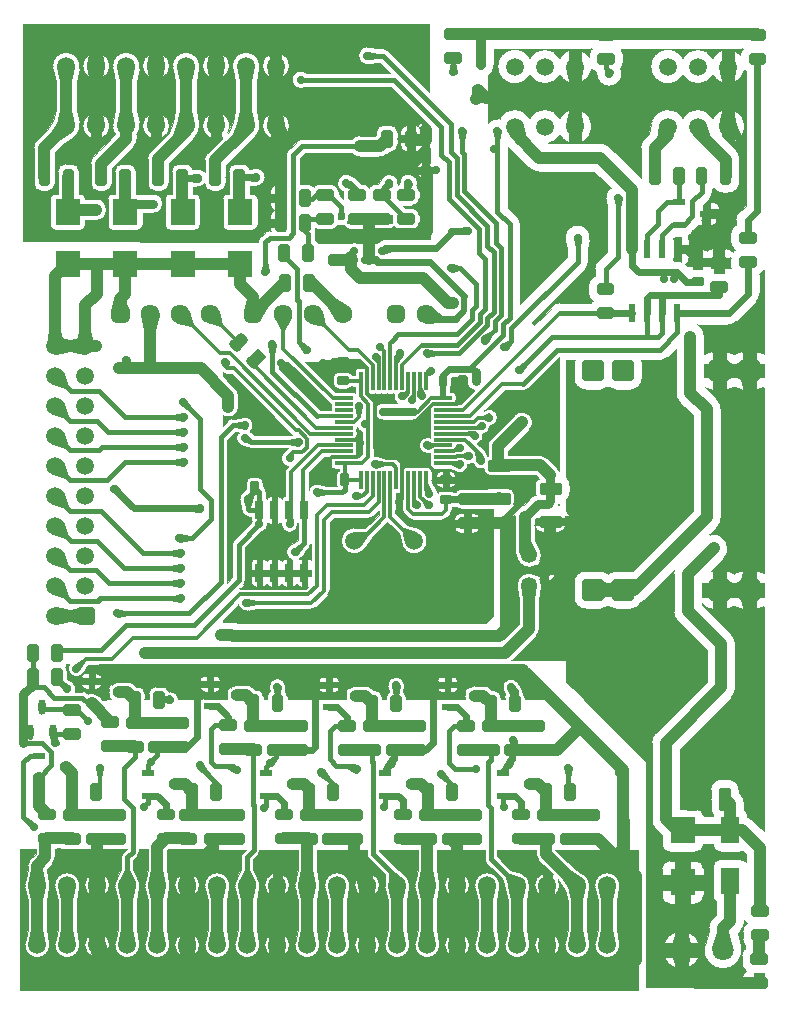
<source format=gtl>
G04 Generated by Ultiboard 14.1 *
%FSLAX25Y25*%
%MOIN*%

%ADD10C,0.00001*%
%ADD11C,0.00004*%
%ADD12C,0.03937*%
%ADD13C,0.01575*%
%ADD14C,0.03189*%
%ADD15C,0.03782*%
%ADD16C,0.02536*%
%ADD17C,0.02362*%
%ADD18C,0.04448*%
%ADD19C,0.01181*%
%ADD20C,0.01276*%
%ADD21C,0.03150*%
%ADD22C,0.02325*%
%ADD23C,0.01969*%
%ADD24C,0.02785*%
%ADD25C,0.07087*%
%ADD26R,0.05118X0.05118*%
%ADD27C,0.01969*%
%ADD28R,0.03937X0.01969*%
%ADD29R,0.03937X0.02362*%
%ADD30C,0.05315*%
%ADD31C,0.02756*%
%ADD32R,0.02083X0.02083*%
%ADD33C,0.03917*%
%ADD34C,0.06334*%
%ADD35R,0.01969X0.03937*%
%ADD36R,0.06102X0.09055*%
%ADD37R,0.08465X0.08858*%
%ADD38R,0.02251X0.05834*%
%ADD39C,0.01666*%
%ADD40R,0.05834X0.02251*%
%ADD41C,0.05906*%
%ADD42P,0.05567X4*%
%ADD43O,0.02362X0.05118*%
%ADD44R,0.03543X0.03543*%
%ADD45C,0.02362*%
%ADD46R,0.01575X0.02756*%
%ADD47C,0.01181*%
%ADD48R,0.02559X0.06496*%
%ADD49R,0.02756X0.01575*%
%ADD50R,0.02362X0.06102*%
%ADD51R,0.01181X0.05906*%
%ADD52R,0.05906X0.01181*%
%ADD53C,0.09843*%


G04 ColorRGB 00FF00 for the following layer *
%LNCopper Top*%
%LPD*%
G54D10*
G36*
X221398Y197713D02*
X221398Y197713D01*
X225550Y193560D01*
X225550Y161463D01*
X205735Y141648D01*
X202379Y141631D01*
G74*
D01*
G03X202185Y141626I18J4749*
G01*
X202185Y141626D01*
X199846Y141626D01*
G75*
D01*
G03X197406Y140726I0J-3760*
G01*
G74*
D01*
G03X194965Y141626I2441J2860*
G01*
X194965Y141626D01*
X189846Y141626D01*
G75*
D01*
G03X186086Y137866I0J-3760*
G01*
X186086Y137866D01*
X186086Y132748D01*
G75*
D01*
G03X189846Y128988I3760J0*
G01*
X189846Y128988D01*
X194965Y128988D01*
G74*
D01*
G03X197406Y129888I0J3760*
G01*
G75*
D01*
G03X199846Y128988I2440J2860*
G01*
X199846Y128988D01*
X204965Y128988D01*
G74*
D01*
G03X208355Y131122I0J3760*
G01*
G74*
D01*
G03X209472Y131952I2245J4185*
G01*
X209472Y131952D01*
X211068Y133548D01*
G74*
D01*
G03X211073Y133554I3356J3361*
G01*
X211073Y133554D01*
X219438Y141918D01*
G75*
D01*
G03X219251Y140593I4562J-1320*
G01*
X219251Y140593D01*
X219251Y128259D01*
G75*
D01*
G03X220642Y124894I4749J-7*
G01*
X220642Y124894D01*
X230337Y115198D01*
X230337Y104770D01*
X217315Y91748D01*
X217315Y91748D01*
X213335Y87768D01*
G75*
D01*
G03X211944Y84406I3358J-3359*
G01*
X211944Y84406D01*
X211944Y58968D01*
G75*
D01*
G03X213335Y55602I4749J-7*
G01*
X213335Y55602D01*
X215233Y53704D01*
X215233Y50728D01*
G75*
D01*
G03X218004Y47957I2771J0*
G01*
X218004Y47957D01*
X226469Y47957D01*
G74*
D01*
G03X229227Y50463I0J2771*
G01*
X229227Y50463D01*
X232297Y50463D01*
G75*
D01*
G03X235059Y47914I2762J222*
G01*
X235059Y47914D01*
X241161Y47914D01*
G74*
D01*
G03X242400Y48206I0J2771*
G01*
X242400Y48206D01*
X243196Y47411D01*
X243196Y44693D01*
G74*
D01*
G03X241161Y45582I2035J1882*
G01*
X241161Y45582D01*
X235059Y45582D01*
G75*
D01*
G03X232288Y42811I0J-2771*
G01*
X232288Y42811D01*
X232288Y33756D01*
G75*
D01*
G03X233361Y31566I2771J0*
G01*
X233361Y31566D01*
X233361Y26912D01*
X232311Y25862D01*
G75*
D01*
G03X230920Y22498I3358J-3358*
G01*
X230920Y22498D01*
X230920Y21516D01*
X229606Y17080D01*
G74*
D01*
G03X229430Y16164I4553J1349*
G01*
G75*
D01*
G03X241909Y16164I6239J-881*
G01*
G74*
D01*
G03X241731Y17087I4730J433*
G01*
X241731Y17087D01*
X240642Y20760D01*
X241465Y21583D01*
G75*
D01*
G03X242859Y24945I-3355J3362*
G01*
X242859Y24945D01*
X242859Y25070D01*
G74*
D01*
G03X243730Y24157I3117J2103*
G01*
G74*
D01*
G03X242216Y21142I2246J3015*
G01*
X242216Y21142D01*
X242216Y19173D01*
G75*
D01*
G03X242928Y16972I3760J0*
G01*
X242928Y16972D01*
X242928Y15744D01*
G74*
D01*
G03X241948Y13213I2781J2531*
G01*
X241948Y13213D01*
X241948Y11244D01*
G75*
D01*
G03X243463Y8228I3761J0*
G01*
G74*
D01*
G03X242014Y5911I2246J3015*
G01*
X242014Y5911D01*
X245995Y5911D01*
X245995Y7484D01*
X247465Y7484D01*
G75*
D01*
G03X247890Y7484I212J4744*
G01*
X247890Y7484D01*
X249197Y7484D01*
X249197Y2803D01*
X210142Y2803D01*
X210142Y78110D01*
X196374Y91748D01*
X196374Y91748D01*
X186205Y101821D01*
X183433Y104567D01*
X183433Y154185D01*
G74*
D01*
G03X184624Y156349I2374J2717*
G01*
X184624Y156349D01*
X183433Y156349D01*
X183433Y159706D01*
X184624Y159706D01*
G74*
D01*
G03X183433Y161870I3565J553*
G01*
X183433Y161870D01*
X183433Y165185D01*
G75*
D01*
G03X184667Y167902I-2374J2717*
G01*
X184667Y167902D01*
X184667Y170153D01*
G74*
D01*
G03X183433Y172870I3608J0*
G01*
X183433Y172870D01*
X183433Y211871D01*
X186204Y211871D01*
G74*
D01*
G03X186086Y210937I3642J934*
G01*
X186086Y210937D01*
X186086Y205819D01*
G75*
D01*
G03X189846Y202059I3760J0*
G01*
X189846Y202059D01*
X194965Y202059D01*
G74*
D01*
G03X197406Y202959I0J3760*
G01*
G75*
D01*
G03X199846Y202059I2440J2860*
G01*
X199846Y202059D01*
X204965Y202059D01*
G75*
D01*
G03X208725Y205819I0J3760*
G01*
X208725Y205819D01*
X208725Y210937D01*
G74*
D01*
G03X208607Y211871I3760J0*
G01*
X208607Y211871D01*
X214674Y211871D01*
G75*
D01*
G03X215472Y211960I3J3562*
G01*
G74*
D01*
G03X217199Y212917I795J3473*
G01*
X217199Y212917D01*
X220007Y215725D01*
X220007Y201078D01*
G75*
D01*
G03X221398Y197713I4749J-7*
G01*
D02*
G37*
%LPC*%
G36*
X229240Y42264D02*
G74*
D01*
G03X226469Y45035I2771J0*
G01*
X226469Y45035D01*
X224720Y45035D01*
X224720Y40318D01*
X229240Y40318D01*
X229240Y42264D01*
D02*
G37*
G36*
X218004Y45035D02*
G75*
D01*
G03X215233Y42264I0J-2771*
G01*
X215233Y42264D01*
X215233Y40318D01*
X219753Y40318D01*
X219753Y45035D01*
X218004Y45035D01*
D02*
G37*
G36*
X226469Y30634D02*
G75*
D01*
G03X229240Y33406I0J2772*
G01*
X229240Y33406D01*
X229240Y35351D01*
X224720Y35351D01*
X224720Y30634D01*
X226469Y30634D01*
D02*
G37*
G36*
X218004Y30634D02*
X218004Y30634D01*
X219753Y30634D01*
X219753Y35351D01*
X215233Y35351D01*
X215233Y33406D01*
G75*
D01*
G03X218004Y30634I2771J0*
G01*
D02*
G37*
G36*
X224124Y21175D02*
X224124Y21175D01*
X224124Y17518D01*
X227781Y17518D01*
G74*
D01*
G03X224124Y21175I5891J2235*
G01*
D02*
G37*
G36*
X215998Y17518D02*
X215998Y17518D01*
X219655Y17518D01*
X219655Y21175D01*
G74*
D01*
G03X215998Y17518I2235J5892*
G01*
D02*
G37*
G36*
X227781Y13049D02*
X227781Y13049D01*
X224124Y13049D01*
X224124Y9392D01*
G74*
D01*
G03X227781Y13049I2234J5891*
G01*
D02*
G37*
G36*
X219655Y9392D02*
X219655Y9392D01*
X219655Y13049D01*
X215998Y13049D01*
G74*
D01*
G03X219655Y9392I5892J2234*
G01*
D02*
G37*
G36*
X220217Y15283D02*
G75*
D01*
G03X220217Y15283I1673J0*
G01*
D02*
G37*
%LPD*%
G36*
X137861Y282572D02*
X137861Y282572D01*
X137865Y281912D01*
X137865Y281912D01*
X137894Y277790D01*
G74*
D01*
G03X137615Y277912I1327J2640*
G01*
X137615Y277912D01*
X137615Y276756D01*
G74*
D01*
G03X137332Y276197I2479J1606*
G01*
X137332Y276197D01*
X137905Y276197D01*
X137919Y274102D01*
X137332Y274102D01*
G74*
D01*
G03X137615Y273543I2762J1048*
G01*
X137615Y273543D01*
X137615Y272387D01*
G74*
D01*
G03X137930Y272528I1048J2763*
G01*
X137930Y272528D01*
X138070Y252220D01*
X122964Y252220D01*
G75*
D01*
G03X121001Y251408I-3J-2771*
G01*
X121001Y251408D01*
X120738Y251146D01*
G74*
D01*
G03X120509Y251026I1167J2514*
G01*
X120509Y251026D01*
X113358Y251053D01*
G75*
D01*
G03X111923Y251058I-728J-2864*
G01*
X111923Y251058D01*
X100556Y251100D01*
G74*
D01*
G03X99817Y251816I2123J1454*
G01*
X99817Y251816D01*
X99817Y253937D01*
G74*
D01*
G03X99703Y254662I2376J0*
G01*
G74*
D01*
G03X99943Y255738I2333J1086*
G01*
G75*
D01*
G03X101094Y255466I1151J2301*
G01*
X101094Y255466D01*
X105031Y255466D01*
G74*
D01*
G03X107363Y256951I0J2573*
G01*
G75*
D01*
G03X109343Y256956I983J2577*
G01*
G75*
D01*
G03X111677Y255466I2334J1083*
G01*
X111677Y255466D01*
X115614Y255466D01*
G74*
D01*
G03X117786Y256659I0J2573*
G01*
G75*
D01*
G03X119992Y255411I2206J1325*
G01*
X119992Y255411D01*
X123929Y255411D01*
G74*
D01*
G03X125992Y256446I0J2573*
G01*
G75*
D01*
G03X128055Y255411I2063J1538*
G01*
X128055Y255411D01*
X131992Y255411D01*
G75*
D01*
G03X134566Y257984I0J2573*
G01*
X134566Y257984D01*
X134566Y259953D01*
G74*
D01*
G03X131992Y262526I2574J0*
G01*
X131992Y262526D01*
X129763Y262526D01*
X128878Y263411D01*
X131992Y263411D01*
G75*
D01*
G03X134566Y265984I0J2573*
G01*
X134566Y265984D01*
X134566Y267953D01*
G74*
D01*
G03X133633Y269935I2574J0*
G01*
G74*
D01*
G03X133711Y270223I2250J763*
G01*
G75*
D01*
G03X127979Y271659I-2867J716*
G01*
G74*
D01*
G03X127886Y271155I2276J679*
G01*
G74*
D01*
G03X127679Y270498I2138J1037*
G01*
G74*
D01*
G03X127396Y270440I376J2545*
G01*
G75*
D01*
G03X122385Y272957I-2924J426*
G01*
G74*
D01*
G03X122041Y272565I1603J1753*
G01*
X122041Y272565D01*
X120617Y270526D01*
X119992Y270526D01*
G75*
D01*
G03X117820Y269333I0J-2573*
G01*
G74*
D01*
G03X115614Y270581I2206J1325*
G01*
X115614Y270581D01*
X115015Y270581D01*
X113052Y272543D01*
G74*
D01*
G03X111992Y273159I1682J1677*
G01*
G74*
D01*
G03X111573Y273434I1504J1839*
G01*
G75*
D01*
G03X108644Y268301I-1463J-2568*
G01*
G74*
D01*
G03X109105Y268076I1268J2009*
G01*
G74*
D01*
G03X109104Y268008I2572J68*
G01*
X109104Y268008D01*
X109104Y266039D01*
G75*
D01*
G03X109138Y265624I2573J0*
G01*
X109138Y265624D01*
X107605Y267156D01*
X107605Y268008D01*
G74*
D01*
G03X105031Y270581I2574J0*
G01*
X105031Y270581D01*
X101094Y270581D01*
G75*
D01*
G03X99229Y269780I0J-2573*
G01*
G74*
D01*
G03X97370Y270573I1859J1780*
G01*
X97370Y270573D01*
X95402Y270573D01*
G75*
D01*
G03X94848Y270513I0J-2573*
G01*
X94848Y270513D01*
X94848Y279205D01*
X96480Y280837D01*
X111991Y280837D01*
G75*
D01*
G03X114646Y279650I2655J2376*
G01*
X114646Y279650D01*
X121205Y279650D01*
G74*
D01*
G03X123727Y280697I0J3563*
G01*
X123727Y280697D01*
X124213Y281182D01*
X124701Y281182D01*
G75*
D01*
G03X127274Y283756I0J2574*
G01*
X127274Y283756D01*
X127274Y285540D01*
G75*
D01*
G03X127274Y285909I-3557J184*
G01*
X127274Y285909D01*
X127274Y287693D01*
G74*
D01*
G03X124701Y290266I2573J0*
G01*
X124701Y290266D01*
X122732Y290266D01*
G75*
D01*
G03X120159Y287693I0J-2573*
G01*
X120159Y287693D01*
X120159Y287205D01*
X119729Y286775D01*
X114646Y286775D01*
G75*
D01*
G03X111991Y285588I0J-3562*
G01*
X111991Y285588D01*
X95496Y285588D01*
G75*
D01*
G03X95483Y285588I0J-2375*
G01*
G74*
D01*
G03X93816Y284892I13J2375*
G01*
X93816Y284892D01*
X92904Y283980D01*
X92904Y283980D01*
X90836Y281912D01*
X90793Y281869D01*
G75*
D01*
G03X90097Y280183I1679J-1680*
G01*
X90097Y280183D01*
X90097Y270469D01*
G74*
D01*
G03X89647Y270558I727J2469*
G01*
X89647Y270558D01*
X89647Y267293D01*
X90097Y267293D01*
X90097Y264770D01*
X89647Y264770D01*
X89647Y258978D01*
X90097Y258978D01*
X90097Y256455D01*
X89647Y256455D01*
X89647Y255100D01*
X87124Y255100D01*
X87124Y256455D01*
X84828Y256455D01*
X84828Y255748D01*
G75*
D01*
G03X84911Y255100I2574J0*
G01*
X84911Y255100D01*
X84661Y255100D01*
G75*
D01*
G03X84655Y255100I0J-2376*
G01*
G74*
D01*
G03X82982Y254404I6J2376*
G01*
X82982Y254404D01*
X81470Y252892D01*
G75*
D01*
G03X80774Y251207I1680J-1679*
G01*
X80774Y251207D01*
X80774Y251174D01*
X2520Y251465D01*
X2520Y324031D01*
X137575Y324031D01*
X137732Y301281D01*
X123887Y315126D01*
G74*
D01*
G03X122205Y315824I1682J1677*
G01*
X122205Y315824D01*
X120753Y315824D01*
X117686Y316369D01*
G75*
D01*
G03X117233Y316406I-417J-2339*
G01*
G74*
D01*
G03X117163Y316404I36J2376*
G01*
G75*
D01*
G03X117163Y310494I2J-2955*
G01*
G75*
D01*
G03X117469Y310500I106J2373*
G01*
G74*
D01*
G03X117686Y310529I200J2367*
G01*
X117686Y310529D01*
X120753Y311073D01*
X121221Y311073D01*
X124532Y307761D01*
X96749Y307761D01*
G75*
D01*
G03X96749Y303010I-1757J-2375*
G01*
X96749Y303010D01*
X125000Y303010D01*
X137615Y290396D01*
X137615Y289552D01*
X137813Y289552D01*
X137824Y287902D01*
G74*
D01*
G03X137615Y287991I1257J2674*
G01*
X137615Y287991D01*
X137615Y285741D01*
G74*
D01*
G03X137838Y285837I1048J2763*
G01*
X137838Y285837D01*
X137850Y284181D01*
X137615Y284181D01*
X137615Y282466D01*
G74*
D01*
G03X137861Y282572I1048J2762*
G01*
D02*
G37*
%LPC*%
G36*
X135046Y282695D02*
G74*
D01*
G03X135519Y282466I1521J2533*
G01*
X135519Y282466D01*
X135519Y284181D01*
X135274Y284181D01*
X135274Y284463D01*
X132978Y284463D01*
X132978Y281197D01*
G74*
D01*
G03X135046Y282695I277J2559*
G01*
D02*
G37*
G36*
X128159Y283756D02*
G75*
D01*
G03X130455Y281197I2573J0*
G01*
X130455Y281197D01*
X130455Y284463D01*
X128159Y284463D01*
X128159Y283756D01*
D02*
G37*
G36*
X39256Y283163D02*
G75*
D01*
G03X40302Y285685I-2516J2522*
G01*
X40302Y285685D01*
X40302Y287166D01*
G75*
D01*
G03X41267Y290120I-3562J2798*
G01*
G75*
D01*
G03X41195Y290872I-3562J39*
G01*
X41195Y290872D01*
X40302Y295274D01*
X40302Y304653D01*
X41195Y309055D01*
G75*
D01*
G03X41267Y309808I-3490J713*
G01*
G75*
D01*
G03X32213Y309808I-4527J156*
G01*
G75*
D01*
G03X32284Y309060I3562J-40*
G01*
X32284Y309060D01*
X33178Y304653D01*
X33178Y295274D01*
X32405Y291462D01*
X32284Y290867D01*
G75*
D01*
G03X32213Y290120I3491J-708*
G01*
G75*
D01*
G03X33178Y287166I4527J-156*
G01*
X33178Y287166D01*
X33178Y287160D01*
X27929Y281912D01*
X27929Y281912D01*
X27814Y281797D01*
X25982Y279965D01*
G75*
D01*
G03X24939Y277439I2519J-2519*
G01*
X24939Y277439D01*
X24939Y272803D01*
G75*
D01*
G03X24944Y272619I3562J0*
G01*
X24944Y272619D01*
X24944Y270835D01*
G75*
D01*
G03X27517Y268261I2573J0*
G01*
X27517Y268261D01*
X29486Y268261D01*
G75*
D01*
G03X32059Y270835I0J2574*
G01*
X32059Y270835D01*
X32059Y272619D01*
G75*
D01*
G03X32064Y272803I-3558J184*
G01*
X32064Y272803D01*
X32064Y275971D01*
X38005Y281912D01*
X39256Y283163D01*
D02*
G37*
G36*
X56682Y283203D02*
X56683Y283204D01*
X56683Y283204D01*
X59237Y285758D01*
G74*
D01*
G03X59933Y286739I2516J2523*
G01*
X59933Y286739D01*
X60069Y286887D01*
G74*
D01*
G03X60517Y287492I2623J2411*
G01*
G75*
D01*
G03X61248Y290120I-3796J2472*
G01*
G75*
D01*
G03X61176Y290872I-3562J39*
G01*
X61176Y290872D01*
X60284Y295274D01*
X60284Y304653D01*
X61176Y309055D01*
G75*
D01*
G03X61248Y309808I-3490J713*
G01*
G75*
D01*
G03X52195Y309808I-4527J156*
G01*
G75*
D01*
G03X52265Y309060I3562J-40*
G01*
X52265Y309060D01*
X53159Y304653D01*
X53159Y295274D01*
X52330Y291186D01*
X51078Y287675D01*
X45315Y281912D01*
X44964Y281561D01*
G75*
D01*
G03X43921Y279036I2519J-2519*
G01*
X43921Y279036D01*
X43921Y272803D01*
G75*
D01*
G03X43925Y272619I3562J0*
G01*
X43925Y272619D01*
X43925Y270835D01*
G75*
D01*
G03X46499Y268261I2574J0*
G01*
X46499Y268261D01*
X48467Y268261D01*
G75*
D01*
G03X51041Y270835I0J2574*
G01*
X51041Y270835D01*
X51041Y272619D01*
G75*
D01*
G03X51045Y272803I-3558J184*
G01*
X51045Y272803D01*
X51045Y277566D01*
X55391Y281912D01*
X55391Y281912D01*
X56682Y283203D01*
D02*
G37*
G36*
X79856Y286727D02*
G74*
D01*
G03X80004Y286878I2471J2567*
G01*
G74*
D01*
G03X80339Y287302I2619J2416*
G01*
G75*
D01*
G03X81230Y290159I-3636J2701*
G01*
G75*
D01*
G03X81158Y290912I-3562J40*
G01*
X81158Y290912D01*
X80265Y295313D01*
X80265Y304693D01*
X81158Y309094D01*
G75*
D01*
G03X81230Y309847I-3490J714*
G01*
G75*
D01*
G03X72176Y309847I-4527J156*
G01*
G75*
D01*
G03X72247Y309100I3562J-39*
G01*
X72247Y309100D01*
X73141Y304693D01*
X73141Y295313D01*
X72340Y291364D01*
X70883Y287962D01*
X70599Y287677D01*
G75*
D01*
G03X68318Y294238I-3887J2326*
G01*
X68318Y294238D01*
X68318Y290751D01*
G75*
D01*
G03X65106Y290751I-1606J-748*
G01*
X65106Y290751D01*
X65106Y294238D01*
G75*
D01*
G03X65106Y285768I1606J-4235*
G01*
X65106Y285768D01*
X65106Y289256D01*
G75*
D01*
G03X68318Y289256I1606J747*
G01*
X68318Y289256D01*
X68318Y285768D01*
G74*
D01*
G03X69038Y286116I1606J4235*
G01*
X69038Y286116D01*
X63948Y281026D01*
G74*
D01*
G03X62902Y278505I2517J2521*
G01*
X62902Y278505D01*
X62902Y274627D01*
G74*
D01*
G03X61597Y275453I2178J1997*
G01*
G75*
D01*
G03X60548Y275593I-884J-2627*
G01*
X60548Y275593D01*
X58936Y275499D01*
G74*
D01*
G03X56467Y277345I2469J727*
G01*
X56467Y277345D01*
X54499Y277345D01*
G75*
D01*
G03X51925Y274772I0J-2573*
G01*
X51925Y274772D01*
X51925Y272987D01*
G74*
D01*
G03X51921Y272803I3558J184*
G01*
X51921Y272803D01*
X51921Y267309D01*
X51339Y267309D01*
G75*
D01*
G03X49754Y265724I0J-1585*
G01*
X49754Y265724D01*
X49754Y256866D01*
G75*
D01*
G03X51339Y255282I1585J0*
G01*
X51339Y255282D01*
X59803Y255282D01*
G75*
D01*
G03X61388Y256866I0J1584*
G01*
X61388Y256866D01*
X61388Y265724D01*
G74*
D01*
G03X59803Y267309I1585J0*
G01*
X59803Y267309D01*
X59045Y267309D01*
X59045Y269755D01*
X60551Y269667D01*
G75*
D01*
G03X61382Y269744I162J2766*
G01*
G74*
D01*
G03X61597Y269807I669J2689*
G01*
G74*
D01*
G03X62914Y270646I873J2823*
G01*
G75*
D01*
G03X65480Y268261I2566J189*
G01*
X65480Y268261D01*
X67449Y268261D01*
G75*
D01*
G03X70022Y270835I0J2574*
G01*
X70022Y270835D01*
X70022Y272619D01*
G74*
D01*
G03X70027Y272803I3557J184*
G01*
X70027Y272803D01*
X70027Y277029D01*
X74909Y281912D01*
X74909Y281912D01*
X76383Y283385D01*
X79856Y286727D01*
D02*
G37*
G36*
X19267Y286172D02*
G74*
D01*
G03X19849Y286652I1965J2971*
G01*
G75*
D01*
G03X21285Y290120I-3091J3312*
G01*
G75*
D01*
G03X21213Y290872I-3562J39*
G01*
X21213Y290872D01*
X20321Y295274D01*
X20321Y304653D01*
X21213Y309055D01*
G75*
D01*
G03X21285Y309808I-3490J713*
G01*
G75*
D01*
G03X12232Y309808I-4527J156*
G01*
G75*
D01*
G03X12302Y309060I3562J-40*
G01*
X12302Y309060D01*
X13196Y304653D01*
X13196Y295274D01*
X12479Y291737D01*
X10484Y288728D01*
X7001Y285244D01*
G75*
D01*
G03X5957Y282719I2519J-2519*
G01*
X5957Y282719D01*
X5957Y272803D01*
G75*
D01*
G03X5962Y272619I3563J0*
G01*
X5962Y272619D01*
X5962Y270835D01*
G75*
D01*
G03X8535Y268261I2573J0*
G01*
X8535Y268261D01*
X10504Y268261D01*
G75*
D01*
G03X13077Y270835I0J2574*
G01*
X13077Y270835D01*
X13077Y272619D01*
G75*
D01*
G03X13082Y272803I-3557J184*
G01*
X13082Y272803D01*
X13082Y281249D01*
X13744Y281912D01*
X15523Y283690D01*
X19267Y286172D01*
D02*
G37*
G36*
X134032Y286986D02*
G74*
D01*
G03X134108Y286866I2535J1518*
G01*
G74*
D01*
G03X133804Y286276I2459J1638*
G01*
X133804Y286276D01*
X134626Y286276D01*
G74*
D01*
G03X135519Y285741I1941J2228*
G01*
X135519Y285741D01*
X135519Y287991D01*
G74*
D01*
G03X135267Y287882I1048J2763*
G01*
G74*
D01*
G03X134480Y289552I2566J189*
G01*
X134480Y289552D01*
X135519Y289552D01*
X135519Y291267D01*
G74*
D01*
G03X133978Y289927I1048J2763*
G01*
G74*
D01*
G03X132978Y290251I1277J2234*
G01*
X132978Y290251D01*
X132978Y286986D01*
X134032Y286986D01*
D02*
G37*
G36*
X130455Y290251D02*
G74*
D01*
G03X128159Y287693I277J2558*
G01*
X128159Y287693D01*
X128159Y286986D01*
X130455Y286986D01*
X130455Y290251D01*
D02*
G37*
G36*
X135780Y285228D02*
G75*
D01*
G03X135780Y285228I787J0*
G01*
D02*
G37*
G36*
X135780Y288504D02*
G75*
D01*
G03X135780Y288504I787J0*
G01*
D02*
G37*
G36*
X133804Y276197D02*
X133804Y276197D01*
X135519Y276197D01*
X135519Y277912D01*
G74*
D01*
G03X133804Y276197I1048J2762*
G01*
D02*
G37*
G36*
X135780Y275150D02*
G75*
D01*
G03X135780Y275150I787J0*
G01*
D02*
G37*
G36*
X135519Y272387D02*
X135519Y272387D01*
X135519Y274102D01*
X133804Y274102D01*
G74*
D01*
G03X135519Y272387I2763J1048*
G01*
D02*
G37*
G36*
X80998Y275705D02*
G75*
D01*
G03X79950Y275845I-883J-2627*
G01*
X79950Y275845D01*
X77840Y275722D01*
G74*
D01*
G03X75449Y277345I2391J950*
G01*
X75449Y277345D01*
X73480Y277345D01*
G75*
D01*
G03X70907Y274772I0J-2573*
G01*
X70907Y274772D01*
X70907Y272987D01*
G74*
D01*
G03X70902Y272803I3558J184*
G01*
X70902Y272803D01*
X70902Y267309D01*
X70488Y267309D01*
G75*
D01*
G03X68904Y265724I0J-1585*
G01*
X68904Y265724D01*
X68904Y256866D01*
G75*
D01*
G03X70488Y255282I1584J0*
G01*
X70488Y255282D01*
X78953Y255282D01*
G75*
D01*
G03X80537Y256866I0J1584*
G01*
X80537Y256866D01*
X80537Y265724D01*
G74*
D01*
G03X78953Y267309I1584J0*
G01*
X78953Y267309D01*
X78027Y267309D01*
X78027Y270031D01*
X79953Y269919D01*
G75*
D01*
G03X80784Y269996I162J2766*
G01*
G74*
D01*
G03X80998Y270059I669J2689*
G01*
G75*
D01*
G03X80998Y275705I-872J2823*
G01*
D02*
G37*
G36*
X32944Y272987D02*
G74*
D01*
G03X32939Y272803I3557J184*
G01*
X32939Y272803D01*
X32939Y267309D01*
X32189Y267309D01*
G75*
D01*
G03X30605Y265724I0J-1585*
G01*
X30605Y265724D01*
X30605Y256866D01*
G75*
D01*
G03X32189Y255282I1584J0*
G01*
X32189Y255282D01*
X40654Y255282D01*
G75*
D01*
G03X42238Y256866I0J1584*
G01*
X42238Y256866D01*
X42238Y260896D01*
X45858Y260896D01*
G75*
D01*
G03X45858Y267230I0J3167*
G01*
X45858Y267230D01*
X41148Y267230D01*
G74*
D01*
G03X40654Y267309I494J1506*
G01*
X40654Y267309D01*
X40064Y267309D01*
X40064Y272803D01*
G74*
D01*
G03X40059Y272987I3563J0*
G01*
X40059Y272987D01*
X40059Y274772D01*
G74*
D01*
G03X37486Y277345I2573J0*
G01*
X37486Y277345D01*
X35517Y277345D01*
G75*
D01*
G03X32944Y274772I0J-2573*
G01*
X32944Y274772D01*
X32944Y272987D01*
D02*
G37*
G36*
X13957Y272803D02*
X13957Y272803D01*
X13957Y267309D01*
X13039Y267309D01*
G75*
D01*
G03X11455Y265724I0J-1585*
G01*
X11455Y265724D01*
X11455Y256866D01*
G75*
D01*
G03X13039Y255282I1584J0*
G01*
X13039Y255282D01*
X21504Y255282D01*
G75*
D01*
G03X23088Y256866I0J1584*
G01*
X23088Y256866D01*
X23088Y258485D01*
X26709Y258485D01*
G75*
D01*
G03X26709Y265610I0J3562*
G01*
X26709Y265610D01*
X23088Y265610D01*
X23088Y265724D01*
G74*
D01*
G03X21504Y267309I1584J0*
G01*
X21504Y267309D01*
X21082Y267309D01*
X21082Y272803D01*
G74*
D01*
G03X21077Y272987I3562J0*
G01*
X21077Y272987D01*
X21077Y274772D01*
G74*
D01*
G03X18504Y277345I2573J0*
G01*
X18504Y277345D01*
X16535Y277345D01*
G75*
D01*
G03X13962Y274772I0J-2573*
G01*
X13962Y274772D01*
X13962Y272987D01*
G74*
D01*
G03X13957Y272803I3558J184*
G01*
D02*
G37*
G36*
X84828Y268000D02*
X84828Y268000D01*
X84828Y267293D01*
X87124Y267293D01*
X87124Y270558D01*
G74*
D01*
G03X84828Y268000I278J2558*
G01*
D02*
G37*
G36*
X84828Y259685D02*
X84828Y259685D01*
X84828Y258978D01*
X87124Y258978D01*
X87124Y264770D01*
X84828Y264770D01*
X84828Y264063D01*
G75*
D01*
G03X86048Y261874I2574J0*
G01*
G74*
D01*
G03X84828Y259685I1354J2189*
G01*
D02*
G37*
G36*
X28355Y290711D02*
G75*
D01*
G03X25143Y290711I-1606J-747*
G01*
X25143Y290711D01*
X25143Y294199D01*
G75*
D01*
G03X25143Y285729I1606J-4235*
G01*
X25143Y285729D01*
X25143Y289216D01*
G75*
D01*
G03X28355Y289216I1606J748*
G01*
X28355Y289216D01*
X28355Y285729D01*
G75*
D01*
G03X28355Y294199I-1606J4235*
G01*
X28355Y294199D01*
X28355Y290711D01*
D02*
G37*
G36*
X48337Y290711D02*
G75*
D01*
G03X45124Y290711I-1606J-747*
G01*
X45124Y290711D01*
X45124Y294199D01*
G75*
D01*
G03X45124Y285729I1607J-4235*
G01*
X45124Y285729D01*
X45124Y289216D01*
G75*
D01*
G03X48337Y289216I1607J748*
G01*
X48337Y289216D01*
X48337Y285729D01*
G75*
D01*
G03X48337Y294199I-1606J4235*
G01*
X48337Y294199D01*
X48337Y290711D01*
D02*
G37*
G36*
X88300Y290751D02*
G75*
D01*
G03X85087Y290751I-1606J-748*
G01*
X85087Y290751D01*
X85087Y294238D01*
G75*
D01*
G03X85087Y285768I1607J-4235*
G01*
X85087Y285768D01*
X85087Y289256D01*
G75*
D01*
G03X88300Y289256I1607J747*
G01*
X88300Y289256D01*
X88300Y285768D01*
G75*
D01*
G03X88300Y294238I-1606J4235*
G01*
X88300Y294238D01*
X88300Y290751D01*
D02*
G37*
G36*
X28355Y310711D02*
G75*
D01*
G03X25143Y310711I-1606J-747*
G01*
X25143Y310711D01*
X25143Y314199D01*
G75*
D01*
G03X25143Y305729I1606J-4235*
G01*
X25143Y305729D01*
X25143Y309216D01*
G75*
D01*
G03X28355Y309216I1606J748*
G01*
X28355Y309216D01*
X28355Y305729D01*
G75*
D01*
G03X28355Y314199I-1606J4235*
G01*
X28355Y314199D01*
X28355Y310711D01*
D02*
G37*
G36*
X48337Y310711D02*
G75*
D01*
G03X45124Y310711I-1606J-747*
G01*
X45124Y310711D01*
X45124Y314199D01*
G75*
D01*
G03X45124Y305729I1607J-4235*
G01*
X45124Y305729D01*
X45124Y309216D01*
G75*
D01*
G03X48337Y309216I1607J748*
G01*
X48337Y309216D01*
X48337Y305729D01*
G75*
D01*
G03X48337Y314199I-1606J4235*
G01*
X48337Y314199D01*
X48337Y310711D01*
D02*
G37*
G36*
X68318Y310751D02*
G75*
D01*
G03X65106Y310751I-1606J-748*
G01*
X65106Y310751D01*
X65106Y314238D01*
G75*
D01*
G03X65106Y305768I1606J-4235*
G01*
X65106Y305768D01*
X65106Y309256D01*
G75*
D01*
G03X68318Y309256I1606J747*
G01*
X68318Y309256D01*
X68318Y305768D01*
G75*
D01*
G03X68318Y314238I-1606J4235*
G01*
X68318Y314238D01*
X68318Y310751D01*
D02*
G37*
G36*
X88300Y310751D02*
G75*
D01*
G03X85087Y310751I-1606J-748*
G01*
X85087Y310751D01*
X85087Y314238D01*
G75*
D01*
G03X85087Y305768I1607J-4235*
G01*
X85087Y305768D01*
X85087Y309256D01*
G75*
D01*
G03X88300Y309256I1607J747*
G01*
X88300Y309256D01*
X88300Y305768D01*
G75*
D01*
G03X88300Y314238I-1606J4235*
G01*
X88300Y314238D01*
X88300Y310751D01*
D02*
G37*
%LPD*%
G36*
X93018Y37713D02*
X93018Y37713D01*
X93299Y39099D01*
X93299Y39099D01*
X93329Y39245D01*
X93920Y42159D01*
X93920Y48769D01*
X93299Y48770D01*
X93299Y48770D01*
X81350Y48784D01*
X81350Y48630D01*
G75*
D01*
G02X80768Y47228I-1980J0*
G01*
X80768Y47228D01*
X79067Y45526D01*
X79067Y42297D01*
X80813Y38704D01*
G74*
D01*
G02X80916Y38452I1779J869*
G01*
G75*
D01*
G02X81218Y36698I-3829J-1564*
G01*
G75*
D01*
G02X81154Y36058I-3167J-5*
G01*
X81154Y36058D01*
X80253Y31618D01*
X80253Y22159D01*
X81154Y17718D01*
G75*
D01*
G02X81218Y17079I-3103J-634*
G01*
G75*
D01*
G02X72955Y17079I-4131J-191*
G01*
G75*
D01*
G02X73018Y17713I3167J5*
G01*
X73018Y17713D01*
X73920Y22159D01*
X73920Y31618D01*
X73018Y36063D01*
G75*
D01*
G02X72955Y36698I3104J630*
G01*
G75*
D01*
G02X73258Y38451I4132J190*
G01*
G74*
D01*
G02X73358Y38701I1881J616*
G01*
X73358Y38701D01*
X75107Y42297D01*
X75107Y46344D01*
G75*
D01*
G02X75687Y47747I1980J2*
G01*
X75687Y47747D01*
X76730Y48790D01*
X50737Y48822D01*
X50253Y48338D01*
X50253Y42159D01*
X51154Y37718D01*
G75*
D01*
G02X51218Y37079I-3103J-634*
G01*
G75*
D01*
G02X51218Y36698I-4131J-191*
G01*
G75*
D01*
G02X51154Y36058I-3167J-5*
G01*
X51154Y36058D01*
X50253Y31618D01*
X50253Y22159D01*
X51154Y17718D01*
G75*
D01*
G02X51218Y17079I-3103J-634*
G01*
G75*
D01*
G02X42955Y17079I-4131J-191*
G01*
G75*
D01*
G02X43018Y17713I3167J5*
G01*
X43018Y17713D01*
X43920Y22159D01*
X43920Y31618D01*
X43018Y36063D01*
G75*
D01*
G02X42955Y36698I3104J630*
G01*
G75*
D01*
G02X42955Y37079I4132J190*
G01*
G75*
D01*
G02X43018Y37713I3167J5*
G01*
X43018Y37713D01*
X43920Y42159D01*
X43920Y48830D01*
X41035Y48834D01*
X41035Y48126D01*
G75*
D01*
G02X40453Y46724I-1980J0*
G01*
X40453Y46724D01*
X39067Y45337D01*
X39067Y42297D01*
X40813Y38704D01*
G74*
D01*
G02X40916Y38452I1779J869*
G01*
G75*
D01*
G02X41218Y36698I-3829J-1564*
G01*
G75*
D01*
G02X41154Y36058I-3167J-5*
G01*
X41154Y36058D01*
X40253Y31618D01*
X40253Y22159D01*
X41154Y17718D01*
G75*
D01*
G02X41218Y17079I-3103J-634*
G01*
G75*
D01*
G02X32955Y17079I-4131J-191*
G01*
G75*
D01*
G02X33018Y17713I3167J5*
G01*
X33018Y17713D01*
X33920Y22159D01*
X33920Y31618D01*
X33018Y36063D01*
G75*
D01*
G02X32955Y36698I3104J630*
G01*
G75*
D01*
G02X33258Y38451I4132J190*
G01*
G74*
D01*
G02X33358Y38701I1881J616*
G01*
X33358Y38701D01*
X35107Y42297D01*
X35107Y46154D01*
G75*
D01*
G02X35687Y47558I1980J3*
G01*
X35687Y47558D01*
X36967Y48838D01*
X13013Y48868D01*
X13013Y46130D01*
G75*
D01*
G02X12083Y43888I-3167J0*
G01*
X12083Y43888D01*
X10270Y42075D01*
X11154Y37718D01*
G75*
D01*
G02X11218Y37079I-3103J-634*
G01*
G75*
D01*
G02X11218Y36698I-4131J-191*
G01*
G75*
D01*
G02X11154Y36058I-3167J-5*
G01*
X11154Y36058D01*
X10253Y31618D01*
X10253Y22159D01*
X11154Y17718D01*
G75*
D01*
G02X11218Y17079I-3103J-634*
G01*
G75*
D01*
G02X2955Y17079I-4131J-191*
G01*
G75*
D01*
G02X3018Y17713I3167J5*
G01*
X3018Y17713D01*
X3920Y22159D01*
X3920Y31618D01*
X3018Y36063D01*
G75*
D01*
G02X2955Y36698I3104J630*
G01*
G75*
D01*
G02X2955Y37079I4132J190*
G01*
G75*
D01*
G02X3018Y37713I3167J5*
G01*
X3018Y37713D01*
X3920Y42159D01*
X3920Y43367D01*
G75*
D01*
G02X4847Y45609I3167J3*
G01*
X4847Y45609D01*
X6680Y47442D01*
X6680Y48876D01*
X1512Y48882D01*
X1512Y2016D01*
X207370Y2016D01*
X207370Y48630D01*
X187788Y48654D01*
X187788Y48654D01*
X179797Y48664D01*
X179797Y48657D01*
X185599Y42854D01*
X187788Y41404D01*
X187788Y41404D01*
X189380Y40348D01*
G74*
D01*
G02X189873Y39944I1750J2639*
G01*
G75*
D01*
G02X191218Y36698I-2786J-3056*
G01*
G75*
D01*
G02X191154Y36058I-3167J-5*
G01*
X191154Y36058D01*
X190253Y31618D01*
X190253Y22159D01*
X191154Y17718D01*
G75*
D01*
G02X191218Y17079I-3103J-634*
G01*
G75*
D01*
G02X182955Y17079I-4131J-191*
G01*
G75*
D01*
G02X183018Y17713I3167J5*
G01*
X183018Y17713D01*
X183920Y22159D01*
X183920Y31618D01*
X183179Y35270D01*
X181120Y38376D01*
X180812Y38684D01*
G75*
D01*
G02X178553Y33021I-3725J-1796*
G01*
X178553Y33021D01*
X178553Y35894D01*
G75*
D01*
G02X175620Y35894I-1466J994*
G01*
X175620Y35894D01*
X175620Y33021D01*
G75*
D01*
G02X175620Y40755I1467J3867*
G01*
X175620Y40755D01*
X175620Y37882D01*
G75*
D01*
G02X178553Y37882I1467J-994*
G01*
X178553Y37882D01*
X178553Y40755D01*
G74*
D01*
G02X178882Y40614I1466J3867*
G01*
X178882Y40614D01*
X174391Y45106D01*
G75*
D01*
G02X173463Y47351I2239J2239*
G01*
X173463Y47351D01*
X173463Y48671D01*
X160216Y48688D01*
X160216Y46559D01*
X164662Y42113D01*
X168441Y40806D01*
G74*
D01*
G02X168689Y40701I647J1871*
G01*
G75*
D01*
G02X171218Y36698I-1602J-3813*
G01*
G75*
D01*
G02X171154Y36058I-3167J-5*
G01*
X171154Y36058D01*
X170253Y31618D01*
X170253Y22159D01*
X171154Y17718D01*
G75*
D01*
G02X171218Y17079I-3103J-634*
G01*
G75*
D01*
G02X162955Y17079I-4131J-191*
G01*
G75*
D01*
G02X163018Y17713I3167J5*
G01*
X163018Y17713D01*
X163920Y22159D01*
X163920Y31618D01*
X163065Y35835D01*
X161862Y39313D01*
X156836Y44339D01*
G75*
D01*
G02X156256Y45744I1400J1400*
G01*
X156256Y45744D01*
X156256Y48692D01*
X140253Y48712D01*
X140253Y42159D01*
X141154Y37718D01*
G75*
D01*
G02X141218Y37079I-3103J-634*
G01*
G75*
D01*
G02X141218Y36698I-4131J-191*
G01*
G75*
D01*
G02X141154Y36058I-3167J-5*
G01*
X141154Y36058D01*
X140253Y31618D01*
X140253Y22159D01*
X141154Y17718D01*
G75*
D01*
G02X141218Y17079I-3103J-634*
G01*
G75*
D01*
G02X132955Y17079I-4131J-191*
G01*
G75*
D01*
G02X133018Y17713I3167J5*
G01*
X133018Y17713D01*
X133920Y22159D01*
X133920Y31618D01*
X133018Y36063D01*
G75*
D01*
G02X132955Y36698I3104J630*
G01*
G75*
D01*
G02X132955Y37079I4132J190*
G01*
G75*
D01*
G02X133018Y37713I3167J5*
G01*
X133018Y37713D01*
X133920Y42159D01*
X133920Y48720D01*
X120909Y48736D01*
X120909Y48190D01*
X126265Y42834D01*
X129665Y40134D01*
G74*
D01*
G02X129863Y39953I1232J1550*
G01*
G75*
D01*
G02X131218Y36698I-2776J-3065*
G01*
G75*
D01*
G02X131154Y36058I-3167J-5*
G01*
X131154Y36058D01*
X130253Y31618D01*
X130253Y22159D01*
X131154Y17718D01*
G75*
D01*
G02X131218Y17079I-3103J-634*
G01*
G75*
D01*
G02X122955Y17079I-4131J-191*
G01*
G75*
D01*
G02X123018Y17713I3167J5*
G01*
X123018Y17713D01*
X123920Y22159D01*
X123920Y31618D01*
X123018Y36063D01*
G74*
D01*
G02X122955Y36665I3104J630*
G01*
G75*
D01*
G02X122941Y36913I1966J235*
G01*
X122941Y36913D01*
X122961Y40538D01*
X117529Y45970D01*
G75*
D01*
G02X116949Y47375I1400J1400*
G01*
X116949Y47375D01*
X116949Y48741D01*
X100253Y48761D01*
X100253Y42159D01*
X101154Y37718D01*
G75*
D01*
G02X101218Y37079I-3103J-634*
G01*
G75*
D01*
G02X101218Y36698I-4131J-191*
G01*
G75*
D01*
G02X101154Y36058I-3167J-5*
G01*
X101154Y36058D01*
X100253Y31618D01*
X100253Y22159D01*
X101154Y17718D01*
G75*
D01*
G02X101218Y17079I-3103J-634*
G01*
G75*
D01*
G02X92955Y17079I-4131J-191*
G01*
G75*
D01*
G02X93018Y17713I3167J5*
G01*
X93018Y17713D01*
X93299Y19099D01*
X93299Y19099D01*
X93920Y22159D01*
X93920Y31618D01*
X93299Y34677D01*
X93299Y34677D01*
X93018Y36063D01*
G75*
D01*
G02X92955Y36698I3104J630*
G01*
G75*
D01*
G02X92955Y37079I4132J190*
G01*
G75*
D01*
G02X93018Y37713I3167J5*
G01*
D02*
G37*
%LPC*%
G36*
X192955Y36698D02*
G75*
D01*
G02X201218Y36698I4132J190*
G01*
G75*
D01*
G02X201154Y36058I-3167J-5*
G01*
X201154Y36058D01*
X200253Y31618D01*
X200253Y22159D01*
X201154Y17718D01*
G75*
D01*
G02X201218Y17079I-3103J-634*
G01*
G75*
D01*
G02X192955Y17079I-4131J-191*
G01*
G75*
D01*
G02X193018Y17713I3167J5*
G01*
X193018Y17713D01*
X193920Y22159D01*
X193920Y31618D01*
X193018Y36063D01*
G75*
D01*
G02X192955Y36698I3104J630*
G01*
D02*
G37*
G36*
X12955Y36698D02*
G75*
D01*
G02X21218Y36698I4132J190*
G01*
G75*
D01*
G02X21154Y36058I-3167J-5*
G01*
X21154Y36058D01*
X20253Y31618D01*
X20253Y22159D01*
X21154Y17718D01*
G75*
D01*
G02X21218Y17079I-3103J-634*
G01*
G75*
D01*
G02X12955Y17079I-4131J-191*
G01*
G75*
D01*
G02X13018Y17713I3167J5*
G01*
X13018Y17713D01*
X13920Y22159D01*
X13920Y31618D01*
X13018Y36063D01*
G75*
D01*
G02X12955Y36698I3104J630*
G01*
D02*
G37*
G36*
X88553Y37882D02*
X88553Y37882D01*
X88553Y40755D01*
G75*
D01*
G02X88553Y33021I-1466J-3867*
G01*
X88553Y33021D01*
X88553Y35894D01*
G75*
D01*
G02X85620Y35894I-1466J994*
G01*
X85620Y35894D01*
X85620Y33021D01*
G75*
D01*
G02X85620Y40755I1467J3867*
G01*
X85620Y40755D01*
X85620Y37882D01*
G75*
D01*
G02X88553Y37882I1467J-994*
G01*
D02*
G37*
G36*
X62955Y36698D02*
G75*
D01*
G02X71218Y36698I4132J190*
G01*
G75*
D01*
G02X71154Y36058I-3167J-5*
G01*
X71154Y36058D01*
X70253Y31618D01*
X70253Y22159D01*
X71154Y17718D01*
G75*
D01*
G02X71218Y17079I-3103J-634*
G01*
G75*
D01*
G02X62955Y17079I-4131J-191*
G01*
G75*
D01*
G02X63018Y17713I3167J5*
G01*
X63018Y17713D01*
X63920Y22159D01*
X63920Y31618D01*
X63018Y36063D01*
G75*
D01*
G02X62955Y36698I3104J630*
G01*
D02*
G37*
G36*
X58553Y37882D02*
X58553Y37882D01*
X58553Y40755D01*
G75*
D01*
G02X58553Y33021I-1466J-3867*
G01*
X58553Y33021D01*
X58553Y35894D01*
G75*
D01*
G02X55620Y35894I-1466J994*
G01*
X55620Y35894D01*
X55620Y33021D01*
G75*
D01*
G02X55620Y40755I1467J3867*
G01*
X55620Y40755D01*
X55620Y37882D01*
G75*
D01*
G02X58553Y37882I1467J-994*
G01*
D02*
G37*
G36*
X28553Y37882D02*
X28553Y37882D01*
X28553Y40755D01*
G75*
D01*
G02X28553Y33021I-1466J-3867*
G01*
X28553Y33021D01*
X28553Y35894D01*
G75*
D01*
G02X25620Y35894I-1466J994*
G01*
X25620Y35894D01*
X25620Y33021D01*
G75*
D01*
G02X25620Y40755I1467J3867*
G01*
X25620Y40755D01*
X25620Y37882D01*
G75*
D01*
G02X28553Y37882I1467J-994*
G01*
D02*
G37*
G36*
X88553Y17882D02*
X88553Y17882D01*
X88553Y20755D01*
G75*
D01*
G02X88553Y13021I-1466J-3867*
G01*
X88553Y13021D01*
X88553Y15894D01*
G75*
D01*
G02X85620Y15894I-1466J994*
G01*
X85620Y15894D01*
X85620Y13021D01*
G75*
D01*
G02X85620Y20755I1467J3867*
G01*
X85620Y20755D01*
X85620Y17882D01*
G75*
D01*
G02X88553Y17882I1467J-994*
G01*
D02*
G37*
G36*
X58553Y17882D02*
X58553Y17882D01*
X58553Y20755D01*
G75*
D01*
G02X58553Y13021I-1466J-3867*
G01*
X58553Y13021D01*
X58553Y15894D01*
G75*
D01*
G02X55620Y15894I-1466J994*
G01*
X55620Y15894D01*
X55620Y13021D01*
G75*
D01*
G02X55620Y20755I1467J3867*
G01*
X55620Y20755D01*
X55620Y17882D01*
G75*
D01*
G02X58553Y17882I1467J-994*
G01*
D02*
G37*
G36*
X28553Y17882D02*
X28553Y17882D01*
X28553Y20755D01*
G75*
D01*
G02X28553Y13021I-1466J-3867*
G01*
X28553Y13021D01*
X28553Y15894D01*
G75*
D01*
G02X25620Y15894I-1466J994*
G01*
X25620Y15894D01*
X25620Y13021D01*
G75*
D01*
G02X25620Y20755I1467J3867*
G01*
X25620Y20755D01*
X25620Y17882D01*
G75*
D01*
G02X28553Y17882I1467J-994*
G01*
D02*
G37*
G36*
X161218Y17079D02*
G75*
D01*
G02X152955Y17079I-4131J-191*
G01*
G75*
D01*
G02X153018Y17713I3167J5*
G01*
X153018Y17713D01*
X153920Y22159D01*
X153920Y31618D01*
X153018Y36063D01*
G75*
D01*
G02X152955Y36698I3104J630*
G01*
G75*
D01*
G02X161218Y36698I4132J190*
G01*
G75*
D01*
G02X161154Y36058I-3167J-5*
G01*
X161154Y36058D01*
X160253Y31618D01*
X160253Y22159D01*
X161154Y17718D01*
G75*
D01*
G02X161218Y17079I-3103J-634*
G01*
D02*
G37*
G36*
X118553Y37882D02*
X118553Y37882D01*
X118553Y40755D01*
G75*
D01*
G02X118553Y33021I-1466J-3867*
G01*
X118553Y33021D01*
X118553Y35894D01*
G75*
D01*
G02X115620Y35894I-1466J994*
G01*
X115620Y35894D01*
X115620Y33021D01*
G75*
D01*
G02X115620Y40755I1467J3867*
G01*
X115620Y40755D01*
X115620Y37882D01*
G75*
D01*
G02X118553Y37882I1467J-994*
G01*
D02*
G37*
G36*
X148553Y37882D02*
X148553Y37882D01*
X148553Y40755D01*
G75*
D01*
G02X148553Y33021I-1466J-3867*
G01*
X148553Y33021D01*
X148553Y35894D01*
G75*
D01*
G02X145620Y35894I-1466J994*
G01*
X145620Y35894D01*
X145620Y33021D01*
G75*
D01*
G02X145620Y40755I1467J3867*
G01*
X145620Y40755D01*
X145620Y37882D01*
G75*
D01*
G02X148553Y37882I1467J-994*
G01*
D02*
G37*
G36*
X102955Y36698D02*
G75*
D01*
G02X111218Y36698I4132J190*
G01*
G75*
D01*
G02X111154Y36058I-3167J-5*
G01*
X111154Y36058D01*
X110253Y31618D01*
X110253Y22159D01*
X111154Y17718D01*
G75*
D01*
G02X111218Y17079I-3103J-634*
G01*
G75*
D01*
G02X102955Y17079I-4131J-191*
G01*
G75*
D01*
G02X103018Y17713I3167J5*
G01*
X103018Y17713D01*
X103920Y22159D01*
X103920Y31618D01*
X103018Y36063D01*
G75*
D01*
G02X102955Y36698I3104J630*
G01*
D02*
G37*
G36*
X178553Y17882D02*
X178553Y17882D01*
X178553Y20755D01*
G75*
D01*
G02X178553Y13021I-1466J-3867*
G01*
X178553Y13021D01*
X178553Y15894D01*
G75*
D01*
G02X175620Y15894I-1466J994*
G01*
X175620Y15894D01*
X175620Y13021D01*
G75*
D01*
G02X175620Y20755I1467J3867*
G01*
X175620Y20755D01*
X175620Y17882D01*
G75*
D01*
G02X178553Y17882I1467J-994*
G01*
D02*
G37*
G36*
X148553Y17882D02*
X148553Y17882D01*
X148553Y20755D01*
G75*
D01*
G02X148553Y13021I-1466J-3867*
G01*
X148553Y13021D01*
X148553Y15894D01*
G75*
D01*
G02X145620Y15894I-1466J994*
G01*
X145620Y15894D01*
X145620Y13021D01*
G75*
D01*
G02X145620Y20755I1467J3867*
G01*
X145620Y20755D01*
X145620Y17882D01*
G75*
D01*
G02X148553Y17882I1467J-994*
G01*
D02*
G37*
G36*
X118553Y17882D02*
X118553Y17882D01*
X118553Y20755D01*
G75*
D01*
G02X118553Y13021I-1466J-3867*
G01*
X118553Y13021D01*
X118553Y15894D01*
G75*
D01*
G02X115620Y15894I-1466J994*
G01*
X115620Y15894D01*
X115620Y13021D01*
G75*
D01*
G02X115620Y20755I1467J3867*
G01*
X115620Y20755D01*
X115620Y17882D01*
G75*
D01*
G02X118553Y17882I1467J-994*
G01*
D02*
G37*
%LPD*%
G36*
X208227Y282511D02*
X208227Y282511D01*
X208227Y273394D01*
G75*
D01*
G03X208232Y273181I4749J0*
G01*
X208232Y273181D01*
X208232Y272689D01*
X200248Y280674D01*
X198134Y282788D01*
G74*
D01*
G03X194772Y284182I3362J3355*
G01*
X194772Y284182D01*
X177483Y284182D01*
G74*
D01*
G03X181320Y287014I1163J5591*
G01*
G74*
D01*
G03X184295Y284434I5000J2759*
G01*
X184295Y284434D01*
X184295Y295113D01*
G74*
D01*
G03X181320Y292532I2025J5340*
G01*
G75*
D01*
G03X171320Y292532I-5000J-2759*
G01*
G75*
D01*
G03X161212Y292327I-5000J-2759*
G01*
G75*
D01*
G03X157480Y291074I-708J-4075*
G01*
X157480Y291074D01*
X157480Y306599D01*
G75*
D01*
G03X159334Y310173I-2519J3574*
G01*
X159334Y310173D01*
X159334Y315755D01*
X191882Y315755D01*
G74*
D01*
G03X191051Y313397I2929J2358*
G01*
X191051Y313397D01*
X191051Y312971D01*
G74*
D01*
G03X188345Y315113I4731J3198*
G01*
X188345Y315113D01*
X188345Y304434D01*
G74*
D01*
G03X191972Y308962I2025J5339*
G01*
G74*
D01*
G03X193443Y307926I2839J2466*
G01*
G74*
D01*
G03X193514Y307748I3337J1247*
G01*
X193514Y307748D01*
X193707Y306671D01*
G74*
D01*
G03X193716Y306624I3507J627*
G01*
G74*
D01*
G03X193987Y305788I3498J674*
G01*
G75*
D01*
G03X201613Y308993I3808J1614*
G01*
G75*
D01*
G03X202508Y311428I-2865J2435*
G01*
X202508Y311428D01*
X202508Y313397D01*
G74*
D01*
G03X201677Y315755I3760J0*
G01*
X201677Y315755D01*
X242276Y315755D01*
G74*
D01*
G03X241457Y313705I2929J2358*
G01*
G74*
D01*
G03X239341Y315113I4141J3932*
G01*
X239341Y315113D01*
X239341Y304434D01*
G74*
D01*
G03X242877Y308475I2025J5339*
G01*
G74*
D01*
G03X243215Y308238I2328J2953*
G01*
X243215Y308238D01*
X243215Y263427D01*
X241115Y261326D01*
G75*
D01*
G03X239955Y258521I2798J-2798*
G01*
X239955Y258521D01*
X239955Y256836D01*
G74*
D01*
G03X238185Y253646I1990J3190*
G01*
X238185Y253646D01*
X238185Y251677D01*
G75*
D01*
G03X239699Y248661I3760J0*
G01*
G74*
D01*
G03X238987Y247968I2246J3015*
G01*
G74*
D01*
G03X236307Y249091I2680J2637*
G01*
X236307Y249091D01*
X236021Y249091D01*
X236021Y246029D01*
X238204Y246029D01*
G74*
D01*
G03X238185Y245646I3741J383*
G01*
X238185Y245646D01*
X238185Y243677D01*
G75*
D01*
G03X238324Y242664I3760J0*
G01*
X238324Y242664D01*
X236021Y242664D01*
X236021Y241091D01*
X232656Y241091D01*
X232656Y242664D01*
X231793Y242664D01*
G74*
D01*
G03X231948Y243189I3139J1210*
G01*
X231948Y243189D01*
X228748Y243189D01*
X228748Y242664D01*
X228675Y242664D01*
G74*
D01*
G03X228748Y242353I3695J698*
G01*
X228748Y242353D01*
X228748Y242261D01*
G74*
D01*
G03X228654Y242262I94J3363*
G01*
X228654Y242262D01*
X225898Y242262D01*
G75*
D01*
G03X225803Y242261I0J-3364*
G01*
X225803Y242261D01*
X225803Y243189D01*
X223763Y243189D01*
X223240Y243711D01*
G75*
D01*
G03X224366Y245941I-1646J2230*
G01*
X224366Y245941D01*
X224366Y246134D01*
X225803Y246134D01*
X225803Y248812D01*
G74*
D01*
G03X223303Y247591I95J3363*
G01*
X223303Y247591D01*
X221815Y247591D01*
X221815Y244757D01*
G74*
D01*
G03X220220Y245092I1595J3623*
G01*
X220220Y245092D01*
X219232Y245092D01*
G75*
D01*
G03X219366Y245941I-2638J849*
G01*
X219366Y245941D01*
X219366Y252043D01*
G74*
D01*
G03X219314Y252575I2772J0*
G01*
X219314Y252575D01*
X219834Y253095D01*
X221815Y253095D01*
X221815Y250394D01*
X224366Y250394D01*
X224366Y252043D01*
G74*
D01*
G03X224053Y253323I2772J0*
G01*
G74*
D01*
G03X225615Y255097I1100J2543*
G01*
X225615Y255097D01*
X227429Y256910D01*
G75*
D01*
G03X228071Y256835I642J2696*
G01*
X228071Y256835D01*
X228638Y256835D01*
X228638Y258323D01*
G75*
D01*
G03X229074Y260031I-3126J1708*
G01*
X229074Y260031D01*
X229074Y263595D01*
X231051Y265572D01*
G75*
D01*
G03X232098Y268094I-2516J2522*
G01*
X232098Y268094D01*
X232098Y268672D01*
G74*
D01*
G03X232535Y269163I2578J2737*
G01*
G75*
D01*
G03X235551Y267649I3016J2246*
G01*
X235551Y267649D01*
X237520Y267649D01*
G75*
D01*
G03X241280Y271409I0J3760*
G01*
X241280Y271409D01*
X241280Y273165D01*
G75*
D01*
G03X241285Y273378I-4745J213*
G01*
X241285Y273378D01*
X241285Y278740D01*
G74*
D01*
G03X239889Y282104I4750J0*
G01*
X239889Y282104D01*
X235291Y286701D01*
X235291Y295113D01*
G74*
D01*
G03X232318Y292536I2025J5340*
G01*
G74*
D01*
G03X232271Y292611I4069J2450*
G01*
G75*
D01*
G03X222316Y292532I-4955J-2838*
G01*
G75*
D01*
G03X211957Y291747I-5000J-2759*
G01*
G74*
D01*
G03X211652Y290665I4386J1821*
G01*
X211652Y290665D01*
X211137Y287397D01*
X209618Y285878D01*
G75*
D01*
G03X208227Y282511I3358J-3358*
G01*
D02*
G37*
%LPC*%
G36*
X186205Y288005D02*
G75*
D01*
G03X186205Y288005I115J1768*
G01*
D02*
G37*
G36*
X186205Y308005D02*
G75*
D01*
G03X186205Y308005I115J1768*
G01*
D02*
G37*
G36*
X181320Y312532D02*
G75*
D01*
G03X171320Y312532I-5000J-2759*
G01*
G75*
D01*
G03X171320Y307014I-5000J-2759*
G01*
G75*
D01*
G03X181320Y307014I5000J2759*
G01*
G74*
D01*
G03X184295Y304434I5000J2759*
G01*
X184295Y304434D01*
X184295Y315113D01*
G74*
D01*
G03X181320Y312532I2025J5340*
G01*
D02*
G37*
G36*
X234770Y262189D02*
G74*
D01*
G03X232008Y264740I2762J220*
G01*
X232008Y264740D01*
X231441Y264740D01*
X231441Y262189D01*
X234770Y262189D01*
D02*
G37*
G36*
X232008Y256835D02*
G74*
D01*
G03X234770Y259386I0J2771*
G01*
X234770Y259386D01*
X231441Y259386D01*
X231441Y256835D01*
X232008Y256835D01*
D02*
G37*
G36*
X228748Y246340D02*
G74*
D01*
G03X228675Y246029I3622J1009*
G01*
X228675Y246029D01*
X232656Y246029D01*
X232656Y249091D01*
X232370Y249091D01*
G75*
D01*
G03X230229Y248422I0J-3760*
G01*
G74*
D01*
G03X228748Y248812I1575J2973*
G01*
X228748Y248812D01*
X228748Y246340D01*
D02*
G37*
G36*
X188345Y295113D02*
X188345Y295113D01*
X188345Y284434D01*
G75*
D01*
G03X188345Y295113I-2025J5339*
G01*
D02*
G37*
G36*
X235544Y289773D02*
G75*
D01*
G03X235544Y289773I1772J0*
G01*
D02*
G37*
G36*
X239341Y295113D02*
X239341Y295113D01*
X239341Y284434D01*
G75*
D01*
G03X239341Y295113I-2025J5339*
G01*
D02*
G37*
G36*
X232316Y312532D02*
G75*
D01*
G03X222316Y312532I-5000J-2759*
G01*
G75*
D01*
G03X222316Y307014I-5000J-2759*
G01*
G75*
D01*
G03X232316Y307014I5000J2759*
G01*
G74*
D01*
G03X235291Y304434I5000J2759*
G01*
X235291Y304434D01*
X235291Y315113D01*
G74*
D01*
G03X232316Y312532I2025J5340*
G01*
D02*
G37*
G36*
X235544Y309773D02*
G75*
D01*
G03X235544Y309773I1772J0*
G01*
D02*
G37*
%LPD*%
G36*
X249197Y129666D02*
X249197Y129666D01*
X249197Y54842D01*
X245472Y58567D01*
G74*
D01*
G03X243933Y59598I3362J3354*
G01*
X243933Y59598D01*
X243933Y59740D01*
G74*
D01*
G03X242859Y61930I2772J0*
G01*
X242859Y61930D01*
X242859Y63839D01*
G74*
D01*
G03X241465Y67200I4749J0*
G01*
X241465Y67200D01*
X241037Y67628D01*
X241037Y68563D01*
G74*
D01*
G03X237429Y72171I3608J0*
G01*
X237429Y72171D01*
X235178Y72171D01*
G75*
D01*
G03X231569Y68563I0J-3608*
G01*
X231569Y68563D01*
X231569Y66029D01*
G75*
D01*
G03X231569Y65262I4734J-383*
G01*
X231569Y65262D01*
X231569Y62729D01*
G75*
D01*
G03X232380Y60450I3609J0*
G01*
G74*
D01*
G03X232297Y59962I2679J710*
G01*
X232297Y59962D01*
X229214Y59962D01*
G74*
D01*
G03X226469Y62358I2745J375*
G01*
X226469Y62358D01*
X221442Y62358D01*
X221442Y82442D01*
X230748Y91748D01*
X230748Y91748D01*
X238441Y99441D01*
G75*
D01*
G03X239836Y102803I-3354J3362*
G01*
X239836Y102803D01*
X239836Y117165D01*
G74*
D01*
G03X238441Y120527I4749J0*
G01*
X238441Y120527D01*
X228749Y130219D01*
X228749Y130735D01*
G75*
D01*
G03X231925Y128988I3176J2013*
G01*
X231925Y128988D01*
X232243Y128988D01*
X232243Y133066D01*
X228749Y133066D01*
X228749Y137548D01*
X232243Y137548D01*
X232243Y141626D01*
X231925Y141626D01*
G75*
D01*
G03X231740Y141622I0J-3760*
G01*
X231740Y141622D01*
X235925Y145807D01*
G75*
D01*
G03X231247Y153728I-3358J3358*
G01*
X231247Y153728D01*
X233654Y156134D01*
G75*
D01*
G03X235048Y159496I-3355J3362*
G01*
X235048Y159496D01*
X235048Y195528D01*
G74*
D01*
G03X233654Y198889I4749J0*
G01*
X233654Y198889D01*
X229879Y202664D01*
G75*
D01*
G03X231925Y202059I2046J3155*
G01*
X231925Y202059D01*
X232243Y202059D01*
X232243Y206137D01*
X229505Y206137D01*
X229505Y210619D01*
X232243Y210619D01*
X232243Y214697D01*
X231925Y214697D01*
G75*
D01*
G03X229505Y213815I0J-3760*
G01*
X229505Y213815D01*
X229505Y219717D01*
G74*
D01*
G03X227224Y223774I4749J0*
G01*
X227224Y223774D01*
X237555Y223774D01*
G75*
D01*
G03X238754Y223959I4J3958*
G01*
G74*
D01*
G03X240361Y224937I1195J3773*
G01*
X240361Y224937D01*
X246709Y231285D01*
G75*
D01*
G03X247871Y234087I-2796J2802*
G01*
X247871Y234087D01*
X247871Y240486D01*
G74*
D01*
G03X249197Y241903I1989J3191*
G01*
X249197Y241903D01*
X249197Y214019D01*
G74*
D01*
G03X247043Y214697I2154J3082*
G01*
X247043Y214697D01*
X246725Y214697D01*
X246725Y210619D01*
X249197Y210619D01*
X249197Y206137D01*
X246725Y206137D01*
X246725Y202059D01*
X247043Y202059D01*
G74*
D01*
G03X249197Y202737I0J3760*
G01*
X249197Y202737D01*
X249197Y140948D01*
G74*
D01*
G03X247043Y141626I2154J3082*
G01*
X247043Y141626D01*
X246725Y141626D01*
X246725Y137548D01*
X249197Y137548D01*
X249197Y133066D01*
X246725Y133066D01*
X246725Y128988D01*
X247043Y128988D01*
G74*
D01*
G03X249197Y129666I0J3760*
G01*
D02*
G37*
%LPC*%
G36*
X242811Y208378D02*
G75*
D01*
G03X242811Y208378I1673J0*
G01*
D02*
G37*
G36*
X237043Y214697D02*
X237043Y214697D01*
X236725Y214697D01*
X236725Y210619D01*
X242243Y210619D01*
X242243Y214697D01*
X241925Y214697D01*
G75*
D01*
G03X239484Y213797I0J-3760*
G01*
G74*
D01*
G03X237043Y214697I2441J2860*
G01*
D02*
G37*
G36*
X232811Y208378D02*
G75*
D01*
G03X232811Y208378I1673J0*
G01*
D02*
G37*
G36*
X237043Y202059D02*
G74*
D01*
G03X239484Y202959I0J3760*
G01*
G75*
D01*
G03X241925Y202059I2441J2860*
G01*
X241925Y202059D01*
X242243Y202059D01*
X242243Y206137D01*
X236725Y206137D01*
X236725Y202059D01*
X237043Y202059D01*
D02*
G37*
G36*
X241925Y128988D02*
X241925Y128988D01*
X242243Y128988D01*
X242243Y133066D01*
X236725Y133066D01*
X236725Y128988D01*
X237043Y128988D01*
G74*
D01*
G03X239484Y129888I0J3760*
G01*
G75*
D01*
G03X241925Y128988I2441J2860*
G01*
D02*
G37*
G36*
X232811Y135307D02*
G75*
D01*
G03X232811Y135307I1673J0*
G01*
D02*
G37*
G36*
X242811Y135307D02*
G75*
D01*
G03X242811Y135307I1673J0*
G01*
D02*
G37*
G36*
X237043Y141626D02*
X237043Y141626D01*
X236725Y141626D01*
X236725Y137548D01*
X242243Y137548D01*
X242243Y141626D01*
X241925Y141626D01*
G75*
D01*
G03X239484Y140726I0J-3760*
G01*
G74*
D01*
G03X237043Y141626I2441J2860*
G01*
D02*
G37*
%LPD*%
G36*
X146683Y162970D02*
G75*
D01*
G03X148449Y162183I1766J1589*
G01*
X148449Y162183D01*
X150238Y162183D01*
G75*
D01*
G03X150417Y162179I179J3360*
G01*
X150417Y162179D01*
X158992Y162179D01*
X158992Y126488D01*
X156724Y124220D01*
X74023Y124220D01*
G74*
D01*
G03X73071Y124599I952J1007*
G01*
X73071Y124599D01*
X69291Y124599D01*
G75*
D01*
G03X69039Y124576I0J-1386*
G01*
X69039Y124576D01*
X69039Y125200D01*
X74179Y130339D01*
G75*
D01*
G03X77135Y128280I2671J685*
G01*
G74*
D01*
G03X77495Y128332I101J1978*
G01*
X77495Y128332D01*
X80462Y129044D01*
X98517Y129044D01*
G75*
D01*
G03X99118Y129136I3J1980*
G01*
G74*
D01*
G03X99922Y129626I598J1888*
G01*
X99922Y129626D01*
X103949Y133653D01*
G75*
D01*
G03X104531Y135055I-1398J1402*
G01*
X104531Y135055D01*
X104531Y157668D01*
X106143Y159280D01*
X117666Y159280D01*
G75*
D01*
G03X118404Y159421I3J1980*
G01*
G74*
D01*
G03X119072Y159862I735J1839*
G01*
X119072Y159862D01*
X120864Y161655D01*
X120864Y160452D01*
X116376Y155964D01*
X112867Y156027D01*
G75*
D01*
G03X112602Y156014I-38J-1980*
G01*
G75*
D01*
G03X116224Y149046I185J-4329*
G01*
G74*
D01*
G03X116387Y149256I1479J1316*
G01*
X116387Y149256D01*
X118716Y152703D01*
X123843Y157830D01*
X127530Y154142D01*
X128624Y150451D01*
G74*
D01*
G03X128716Y150204I1899J563*
G01*
G75*
D01*
G03X134268Y155757I4071J1481*
G01*
G74*
D01*
G03X134022Y155848I809J1807*
G01*
X134022Y155848D01*
X130330Y156943D01*
X126793Y160480D01*
X126793Y167533D01*
X127372Y167533D01*
G74*
D01*
G03X127766Y167590I0J1386*
G01*
G74*
D01*
G03X128049Y167537I393J1329*
G01*
X128049Y167537D01*
X128049Y167709D01*
G74*
D01*
G03X128738Y168684I677J1210*
G01*
X128738Y168684D01*
X128738Y162325D01*
G75*
D01*
G03X129318Y160921I1980J-4*
G01*
X129318Y160921D01*
X130883Y159356D01*
G75*
D01*
G03X132287Y158776I1400J1400*
G01*
X132287Y158776D01*
X142110Y158776D01*
G74*
D01*
G03X143513Y159358I0J1980*
G01*
X143513Y159358D01*
X144768Y160613D01*
G75*
D01*
G03X145350Y162016I-1398J1403*
G01*
X145350Y162016D01*
X145350Y162870D01*
G74*
D01*
G03X145603Y162970I602J1886*
G01*
X145603Y162970D01*
X146683Y162970D01*
D02*
G37*
%LPC*%
G36*
X146082Y158735D02*
X146082Y158735D01*
X149226Y158735D01*
X149226Y160903D01*
X148449Y160903D01*
G75*
D01*
G03X146082Y158735I0J-2375*
G01*
D02*
G37*
G36*
X148449Y154183D02*
X148449Y154183D01*
X149226Y154183D01*
X149226Y156352D01*
X146082Y156352D01*
G75*
D01*
G03X148449Y154183I2367J207*
G01*
D02*
G37*
G36*
X154752Y158735D02*
G74*
D01*
G03X152386Y160903I2366J207*
G01*
X152386Y160903D01*
X151609Y160903D01*
X151609Y158735D01*
X154752Y158735D01*
D02*
G37*
G36*
X152386Y154183D02*
G74*
D01*
G03X154752Y156352I0J2376*
G01*
X154752Y156352D01*
X151609Y156352D01*
X151609Y154183D01*
X152386Y154183D01*
D02*
G37*
%LPD*%
G36*
X167051Y259782D02*
X167051Y259782D01*
X164066Y262767D01*
X164066Y283012D01*
X165120Y281959D01*
X165122Y281957D01*
X165122Y281957D01*
X166354Y280725D01*
X166354Y280725D01*
X171004Y276075D01*
G75*
D01*
G03X174368Y274684I3358J3358*
G01*
X174368Y274684D01*
X192804Y274684D01*
X198205Y269284D01*
G74*
D01*
G03X196714Y266586I2614J3205*
G01*
G75*
D01*
G03X196687Y265660I3517J-567*
G01*
X196687Y265660D01*
X197005Y262530D01*
X197005Y247901D01*
X194016Y244913D01*
G75*
D01*
G03X192973Y242389I2519J-2519*
G01*
X192973Y242389D01*
X192973Y239914D01*
G74*
D01*
G03X190815Y236512I1602J3402*
G01*
X190815Y236512D01*
X190815Y234543D01*
G75*
D01*
G03X192329Y231528I3760J0*
G01*
G74*
D01*
G03X191838Y231090I2246J3016*
G01*
X191838Y231090D01*
X181417Y231090D01*
G75*
D01*
G03X178210Y229079I0J-3562*
G01*
X178210Y229079D01*
X172791Y223659D01*
X172023Y224434D01*
X189728Y242139D01*
G75*
D01*
G03X190775Y244661I-2515J2522*
G01*
X190775Y244661D01*
X190775Y249033D01*
X191301Y251993D01*
G75*
D01*
G03X191344Y252924I-3507J628*
G01*
G75*
D01*
G03X183082Y252924I-4131J-200*
G01*
G75*
D01*
G03X183124Y251998I3549J-303*
G01*
X183124Y251998D01*
X183650Y249033D01*
X183650Y246137D01*
X168098Y230585D01*
X168098Y257260D01*
G74*
D01*
G03X167051Y259782I3563J0*
G01*
D02*
G37*
G36*
X169659Y99433D02*
X169659Y99433D01*
X169659Y99006D01*
X174451Y99013D01*
X174451Y99013D01*
X181165Y99024D01*
X169827Y110362D01*
X101633Y110474D01*
X101633Y110474D01*
X32845Y110588D01*
G74*
D01*
G02X32594Y110489I845J1790*
G01*
G75*
D01*
G02X31997Y110398I-594J1889*
G01*
X31997Y110398D01*
X24253Y110398D01*
X24112Y110256D01*
X22517Y107656D01*
G74*
D01*
G02X22299Y107364I1688J1035*
G01*
G75*
D01*
G02X17850Y110612I-2142J1738*
G01*
X17850Y110612D01*
X16630Y110614D01*
X16630Y109525D01*
G74*
D01*
G02X16966Y108307I2039J1218*
G01*
X16966Y108307D01*
X16966Y105665D01*
X18597Y104649D01*
G74*
D01*
G02X18961Y104365I1151J1848*
G01*
G75*
D01*
G02X19759Y101453I-1827J-2066*
G01*
X19759Y101453D01*
X22170Y101453D01*
G75*
D01*
G02X22878Y101336I3J-2177*
G01*
G74*
D01*
G02X23716Y100813I705J2060*
G01*
X23716Y100813D01*
X23928Y100601D01*
G75*
D01*
G02X27421Y100045I1296J-3105*
G01*
G74*
D01*
G02X28558Y98921I228J1368*
G01*
X28558Y98921D01*
X28689Y98790D01*
X31733Y98795D01*
G75*
D01*
G02X30924Y100055I578J1260*
G01*
X30924Y100055D01*
X30924Y100983D01*
G75*
D01*
G02X30924Y101489I3356J253*
G01*
X30924Y101489D01*
X30924Y102417D01*
G74*
D01*
G02X32083Y103785I1387J0*
G01*
G75*
D01*
G02X34280Y104601I2197J-2549*
G01*
X34280Y104601D01*
X37110Y104601D01*
G74*
D01*
G02X39492Y103612I0J3365*
G01*
X39492Y103612D01*
X40036Y103069D01*
X40606Y103069D01*
G74*
D01*
G02X42982Y100693I0J2376*
G01*
X42982Y100693D01*
X42982Y98903D01*
G74*
D01*
G02X42986Y98812I3360J179*
G01*
X42986Y98812D01*
X44262Y98814D01*
X44262Y100693D01*
G75*
D01*
G02X46638Y103069I2376J0*
G01*
X46638Y103069D01*
X48606Y103069D01*
G74*
D01*
G02X50865Y101429I0J2376*
G01*
G74*
D01*
G02X51164Y101468I400J1939*
G01*
G75*
D01*
G02X54205Y98829I285J-2744*
G01*
X54205Y98829D01*
X62074Y98841D01*
G75*
D01*
G02X62815Y99056I741J-1172*
G01*
X62815Y99056D01*
X64612Y99056D01*
G75*
D01*
G02X64783Y99062I171J-2568*
G01*
X64783Y99062D01*
X67291Y99062D01*
G74*
D01*
G02X68311Y98851I0J2574*
G01*
X68311Y98851D01*
X70497Y98854D01*
G75*
D01*
G02X70483Y99047I1373J193*
G01*
X70483Y99047D01*
X70483Y99975D01*
G75*
D01*
G02X70483Y100481I3356J253*
G01*
X70483Y100481D01*
X70483Y101409D01*
G74*
D01*
G02X71642Y102777I1387J0*
G01*
G75*
D01*
G02X73839Y103593I2197J-2549*
G01*
X73839Y103593D01*
X76669Y103593D01*
G74*
D01*
G02X79051Y102604I0J3365*
G01*
X79051Y102604D01*
X79595Y102061D01*
X80165Y102061D01*
G74*
D01*
G02X82541Y99685I0J2376*
G01*
X82541Y99685D01*
X82541Y98873D01*
X83821Y98875D01*
X83821Y99685D01*
G74*
D01*
G02X84648Y101486I2376J0*
G01*
X84648Y101486D01*
X84455Y102571D01*
G75*
D01*
G02X84423Y103032I2145J381*
G01*
G75*
D01*
G02X89939Y103032I2758J23*
G01*
G75*
D01*
G02X89906Y102567I-2176J-80*
G01*
X89906Y102567D01*
X89714Y101486D01*
G74*
D01*
G02X90541Y99685I1549J1801*
G01*
X90541Y99685D01*
X90541Y98885D01*
X101633Y98902D01*
X101633Y98902D01*
X110043Y98915D01*
X110043Y99723D01*
G75*
D01*
G02X110043Y100229I3355J253*
G01*
X110043Y100229D01*
X110043Y101157D01*
G74*
D01*
G02X111201Y102525I1386J0*
G01*
G75*
D01*
G02X113398Y103341I2197J-2549*
G01*
X113398Y103341D01*
X116228Y103341D01*
G74*
D01*
G02X118611Y102352I0J3365*
G01*
X118611Y102352D01*
X119154Y101809D01*
X119724Y101809D01*
G74*
D01*
G02X122100Y99433I0J2376*
G01*
X122100Y99433D01*
X122100Y98933D01*
X123380Y98935D01*
X123380Y99433D01*
G74*
D01*
G02X124324Y101329I2376J0*
G01*
X124324Y101329D01*
X124014Y103075D01*
G75*
D01*
G02X123982Y103536I2145J381*
G01*
G75*
D01*
G02X129498Y103536I2758J23*
G01*
G75*
D01*
G02X129465Y103071I-2176J-80*
G01*
X129465Y103071D01*
X129156Y101329D01*
G74*
D01*
G02X130100Y99433I1432J1896*
G01*
X130100Y99433D01*
X130100Y98945D01*
X149602Y98975D01*
X149602Y99723D01*
G75*
D01*
G02X149602Y100229I3355J253*
G01*
X149602Y100229D01*
X149602Y101157D01*
G74*
D01*
G02X150760Y102525I1386J0*
G01*
G75*
D01*
G02X152957Y103341I2197J-2549*
G01*
X152957Y103341D01*
X155787Y103341D01*
G74*
D01*
G02X158170Y102352I0J3365*
G01*
X158170Y102352D01*
X158713Y101809D01*
X159283Y101809D01*
G74*
D01*
G02X161659Y99433I0J2376*
G01*
X161659Y99433D01*
X161659Y98994D01*
X162939Y98996D01*
X162939Y99433D01*
G74*
D01*
G02X163132Y100370I2376J0*
G01*
X163132Y100370D01*
X162540Y101608D01*
G74*
D01*
G02X162301Y102473I2305J1102*
G01*
G75*
D01*
G02X167244Y104460I2738J330*
G01*
G74*
D01*
G02X167602Y103853I2000J1589*
G01*
X167602Y103853D01*
X168103Y103352D01*
G74*
D01*
G02X168854Y101543I1804J1809*
G01*
X168854Y101543D01*
X168854Y101216D01*
G74*
D01*
G02X169659Y99433I1571J1783*
G01*
D02*
G37*
%LPC*%
G36*
X100987Y102535D02*
X100987Y102535D01*
X100987Y102806D01*
X103432Y102806D01*
X103432Y101149D01*
X102374Y101149D01*
G75*
D01*
G02X100987Y102535I0J1386*
G01*
D02*
G37*
G36*
X100987Y104898D02*
G75*
D01*
G02X102374Y106284I1387J0*
G01*
X102374Y106284D01*
X103432Y106284D01*
X103432Y104627D01*
X100987Y104627D01*
X100987Y104898D01*
D02*
G37*
G36*
X106311Y101149D02*
X106311Y101149D01*
X105253Y101149D01*
X105253Y102806D01*
X107698Y102806D01*
X107698Y102535D01*
G75*
D01*
G02X106311Y101149I-1387J0*
G01*
D02*
G37*
G36*
X140546Y102535D02*
X140546Y102535D01*
X140546Y102806D01*
X142991Y102806D01*
X142991Y101149D01*
X141933Y101149D01*
G75*
D01*
G02X140546Y102535I0J1386*
G01*
D02*
G37*
G36*
X145870Y101149D02*
X145870Y101149D01*
X144812Y101149D01*
X144812Y102806D01*
X147257Y102806D01*
X147257Y102535D01*
G75*
D01*
G02X145870Y101149I-1387J0*
G01*
D02*
G37*
G36*
X107698Y104898D02*
X107698Y104898D01*
X107698Y104627D01*
X105253Y104627D01*
X105253Y106284D01*
X106311Y106284D01*
G74*
D01*
G02X107698Y104898I0J1386*
G01*
D02*
G37*
G36*
X140546Y104898D02*
G75*
D01*
G02X141933Y106284I1387J0*
G01*
X141933Y106284D01*
X142991Y106284D01*
X142991Y104627D01*
X140546Y104627D01*
X140546Y104898D01*
D02*
G37*
G36*
X147257Y104898D02*
X147257Y104898D01*
X147257Y104627D01*
X144812Y104627D01*
X144812Y106284D01*
X145870Y106284D01*
G74*
D01*
G02X147257Y104898I0J1386*
G01*
D02*
G37*
G36*
X21869Y106157D02*
G75*
D01*
G02X23256Y107544I1387J0*
G01*
X23256Y107544D01*
X24314Y107544D01*
X24314Y105887D01*
X21869Y105887D01*
X21869Y106157D01*
D02*
G37*
G36*
X68139Y105150D02*
X68139Y105150D01*
X68139Y104879D01*
X65694Y104879D01*
X65694Y106536D01*
X66752Y106536D01*
G74*
D01*
G02X68139Y105150I0J1386*
G01*
D02*
G37*
G36*
X61428Y105150D02*
G75*
D01*
G02X62815Y106536I1387J0*
G01*
X62815Y106536D01*
X63873Y106536D01*
X63873Y104879D01*
X61428Y104879D01*
X61428Y105150D01*
D02*
G37*
G36*
X27193Y102409D02*
X27193Y102409D01*
X26135Y102409D01*
X26135Y104066D01*
X28580Y104066D01*
X28580Y103795D01*
G75*
D01*
G02X27193Y102409I-1387J0*
G01*
D02*
G37*
G36*
X28580Y106157D02*
X28580Y106157D01*
X28580Y105887D01*
X26135Y105887D01*
X26135Y107544D01*
X27193Y107544D01*
G74*
D01*
G02X28580Y106157I0J1387*
G01*
D02*
G37*
G36*
X21869Y103795D02*
X21869Y103795D01*
X21869Y104066D01*
X24314Y104066D01*
X24314Y102409D01*
X23256Y102409D01*
G75*
D01*
G02X21869Y103795I0J1386*
G01*
D02*
G37*
G36*
X66752Y101401D02*
X66752Y101401D01*
X65694Y101401D01*
X65694Y103058D01*
X68139Y103058D01*
X68139Y102787D01*
G75*
D01*
G02X66752Y101401I-1387J0*
G01*
D02*
G37*
G36*
X61428Y102787D02*
X61428Y102787D01*
X61428Y103058D01*
X63873Y103058D01*
X63873Y101401D01*
X62815Y101401D01*
G75*
D01*
G02X61428Y102787I0J1386*
G01*
D02*
G37*
%LPD*%
G36*
X83693Y165772D02*
G75*
D01*
G02X84913Y166501I1220J-658*
G01*
X84913Y166501D01*
X85247Y166501D01*
X85247Y157232D01*
X84913Y157232D01*
G75*
D01*
G02X83928Y157643I0J1386*
G01*
G75*
D01*
G02X81536Y154551I-2735J-356*
G01*
X81536Y154551D01*
X76509Y149523D01*
X76509Y138583D01*
G75*
D01*
G02X75868Y137040I-2178J0*
G01*
X75868Y137040D01*
X74588Y135760D01*
G75*
D01*
G02X74835Y135775I247J-1965*
G01*
X74835Y135775D01*
X96692Y135775D01*
X97282Y136365D01*
X97138Y136365D01*
X97138Y140055D01*
X98303Y140055D01*
X98303Y141945D01*
X97138Y141945D01*
X97138Y145635D01*
X97472Y145635D01*
G74*
D01*
G02X98303Y145358I0J1387*
G01*
X98303Y145358D01*
X98303Y150585D01*
G74*
D01*
G02X97730Y149580I2110J537*
G01*
X97730Y149580D01*
X97041Y148890D01*
X95246Y146320D01*
G74*
D01*
G02X94943Y145972I1785J1247*
G01*
G74*
D01*
G02X94357Y145518I1967J1934*
G01*
G75*
D01*
G02X94913Y145635I556J-1270*
G01*
X94913Y145635D01*
X95247Y145635D01*
X95247Y141945D01*
X92138Y141945D01*
X92138Y145278D01*
G75*
D01*
G02X91042Y149872I838J2628*
G01*
G74*
D01*
G02X91393Y150177I1596J1482*
G01*
X91393Y150177D01*
X93961Y151970D01*
X94015Y152024D01*
X94015Y157562D01*
G74*
D01*
G02X93953Y157618I898J1056*
G01*
G75*
D01*
G02X93970Y157251I-2159J-286*
G01*
G75*
D01*
G02X88455Y157251I-2757J-23*
G01*
G75*
D01*
G02X88479Y157664I2176J81*
G01*
G74*
D01*
G02X87472Y157232I1007J954*
G01*
X87472Y157232D01*
X87138Y157232D01*
X87138Y166501D01*
X87472Y166501D01*
G74*
D01*
G02X88693Y165772I0J1387*
G01*
G74*
D01*
G02X89717Y166487I1220J658*
G01*
X89717Y166487D01*
X89717Y174590D01*
G75*
D01*
G02X90297Y175995I1980J4*
G01*
X90297Y175995D01*
X90736Y176433D01*
G75*
D01*
G02X89085Y180905I477J2717*
G01*
G74*
D01*
G02X89330Y181178I1591J1179*
G01*
X89330Y181178D01*
X90751Y182500D01*
X90666Y182515D01*
X78362Y182515D01*
G75*
D01*
G02X78130Y182528I0J2178*
G01*
G74*
D01*
G02X76954Y183032I232J2165*
G01*
X76954Y183032D01*
X75859Y183228D01*
G74*
D01*
G02X75415Y183357I384J2143*
G01*
G75*
D01*
G02X74289Y187790I931J2596*
G01*
X74289Y187790D01*
X73151Y187992D01*
X70461Y185303D01*
X70461Y138079D01*
G75*
D01*
G02X70439Y137771I-2178J0*
G01*
X70439Y137771D01*
X72153Y139485D01*
X72153Y150421D01*
G75*
D01*
G02X72791Y151965I2178J4*
G01*
X72791Y151965D01*
X78457Y157631D01*
G74*
D01*
G02X78591Y158201I2736J344*
G01*
G75*
D01*
G02X78527Y158618I1322J417*
G01*
X78527Y158618D01*
X78527Y159688D01*
X77757Y159688D01*
G75*
D01*
G02X76216Y160326I-1J2178*
G01*
X76216Y160326D01*
X75814Y160728D01*
G75*
D01*
G02X75177Y162270I1540J1540*
G01*
X75177Y162270D01*
X75177Y162701D01*
X74659Y164912D01*
G74*
D01*
G02X74602Y165371I2120J497*
G01*
G75*
D01*
G02X75142Y167190I2752J172*
G01*
G74*
D01*
G02X75443Y167546I1804J1220*
G01*
X75443Y167546D01*
X76855Y168896D01*
X76855Y170953D01*
G75*
D01*
G02X78835Y172933I1980J0*
G01*
X78835Y172933D01*
X80409Y172933D01*
G74*
D01*
G02X82389Y170953I0J1980*
G01*
X82389Y170953D01*
X82389Y169887D01*
X82730Y169546D01*
G74*
D01*
G02X83371Y168004I1537J1542*
G01*
X83371Y168004D01*
X83371Y166170D01*
G74*
D01*
G02X83693Y165772I899J1056*
G01*
D02*
G37*
%LPC*%
G36*
X89913Y145635D02*
X89913Y145635D01*
X90247Y145635D01*
X90247Y141945D01*
X87138Y141945D01*
X87138Y145635D01*
X87472Y145635D01*
G74*
D01*
G02X88693Y144906I0J1387*
G01*
G75*
D01*
G02X89913Y145635I1220J-658*
G01*
D02*
G37*
G36*
X82472Y145635D02*
G74*
D01*
G02X83693Y144906I0J1387*
G01*
G75*
D01*
G02X84913Y145635I1220J-658*
G01*
X84913Y145635D01*
X85247Y145635D01*
X85247Y141945D01*
X82138Y141945D01*
X82138Y145635D01*
X82472Y145635D01*
D02*
G37*
G36*
X79913Y145635D02*
X79913Y145635D01*
X80247Y145635D01*
X80247Y141945D01*
X78527Y141945D01*
X78527Y144248D01*
G75*
D01*
G02X79913Y145635I1386J0*
G01*
D02*
G37*
G36*
X87472Y136365D02*
X87472Y136365D01*
X87138Y136365D01*
X87138Y140055D01*
X90247Y140055D01*
X90247Y136365D01*
X89913Y136365D01*
G75*
D01*
G02X88693Y137094I0J1387*
G01*
G74*
D01*
G02X87472Y136365I1221J658*
G01*
D02*
G37*
G36*
X94913Y136365D02*
G75*
D01*
G02X93693Y137094I0J1387*
G01*
G74*
D01*
G02X92472Y136365I1221J658*
G01*
X92472Y136365D01*
X92138Y136365D01*
X92138Y140055D01*
X95247Y140055D01*
X95247Y136365D01*
X94913Y136365D01*
D02*
G37*
G36*
X82472Y136365D02*
X82472Y136365D01*
X82138Y136365D01*
X82138Y140055D01*
X85247Y140055D01*
X85247Y136365D01*
X84913Y136365D01*
G75*
D01*
G02X83693Y137094I0J1387*
G01*
G74*
D01*
G02X82472Y136365I1221J658*
G01*
D02*
G37*
G36*
X79913Y136365D02*
G75*
D01*
G02X78527Y137752I0J1387*
G01*
X78527Y137752D01*
X78527Y140055D01*
X80247Y140055D01*
X80247Y136365D01*
X79913Y136365D01*
D02*
G37*
%LPD*%
G36*
X150663Y177160D02*
G75*
D01*
G02X146192Y174973I-2757J-26*
G01*
X146192Y174973D01*
X144834Y175576D01*
G74*
D01*
G02X144781Y175601I804J1810*
G01*
X144781Y175601D01*
X142333Y175601D01*
G75*
D01*
G02X142226Y175604I0J1980*
G01*
X142226Y175604D01*
X139380Y175604D01*
G75*
D01*
G02X137993Y176990I0J1386*
G01*
X137993Y176990D01*
X137993Y178171D01*
G74*
D01*
G02X138050Y178565I1387J0*
G01*
G75*
D01*
G02X137993Y178959I1330J394*
G01*
X137993Y178959D01*
X137993Y180140D01*
G74*
D01*
G02X138050Y180533I1387J0*
G01*
G74*
D01*
G02X137995Y180864I1330J394*
G01*
G74*
D01*
G02X137409Y180743I687J1857*
G01*
G75*
D01*
G02X137409Y186229I-285J2743*
G01*
G74*
D01*
G02X137995Y186109I101J1977*
G01*
G74*
D01*
G02X138050Y186439I1385J64*
G01*
G75*
D01*
G02X137993Y186833I1330J394*
G01*
X137993Y186833D01*
X137993Y188014D01*
G74*
D01*
G02X138050Y188407I1387J0*
G01*
G75*
D01*
G02X137993Y188801I1330J394*
G01*
X137993Y188801D01*
X137993Y189982D01*
G74*
D01*
G02X138050Y190376I1387J0*
G01*
G75*
D01*
G02X137993Y190770I1330J394*
G01*
X137993Y190770D01*
X137993Y191951D01*
G74*
D01*
G02X138050Y192344I1387J0*
G01*
G75*
D01*
G02X137993Y192738I1330J394*
G01*
X137993Y192738D01*
X137993Y193919D01*
G74*
D01*
G02X138050Y194313I1387J0*
G01*
G75*
D01*
G02X137993Y194707I1330J394*
G01*
X137993Y194707D01*
X137993Y195888D01*
G74*
D01*
G02X137994Y195918I1387J0*
G01*
X137994Y195918D01*
X135450Y193374D01*
G74*
D01*
G02X134561Y192860I1403J1398*
G01*
G74*
D01*
G02X132535Y191986I2026J1912*
G01*
X132535Y191986D01*
X122457Y191986D01*
G75*
D01*
G02X122457Y197557I0J2786*
G01*
X122457Y197557D01*
X127166Y197557D01*
G75*
D01*
G02X126115Y200606I1590J2254*
G01*
G74*
D01*
G02X125797Y200661I76J1384*
G01*
G74*
D01*
G02X125404Y200604I393J1329*
G01*
X125404Y200604D01*
X124222Y200604D01*
G75*
D01*
G02X123829Y200661I0J1386*
G01*
G74*
D01*
G02X123435Y200604I394J1329*
G01*
X123435Y200604D01*
X122254Y200604D01*
G75*
D01*
G02X121860Y200661I0J1386*
G01*
G74*
D01*
G02X121467Y200604I393J1329*
G01*
X121467Y200604D01*
X120285Y200604D01*
G75*
D01*
G02X119892Y200661I0J1386*
G01*
G74*
D01*
G02X119498Y200604I394J1329*
G01*
X119498Y200604D01*
X118317Y200604D01*
G75*
D01*
G02X117923Y200661I0J1386*
G01*
G74*
D01*
G02X117640Y200608I393J1329*
G01*
X117640Y200608D01*
X117640Y200780D01*
G74*
D01*
G02X116950Y201755I677J1210*
G01*
X116950Y201755D01*
X116950Y200631D01*
X118815Y198767D01*
G74*
D01*
G02X119397Y197364I1398J1403*
G01*
X119397Y197364D01*
X119397Y179877D01*
G75*
D01*
G02X119970Y179877I288J-2743*
G01*
G74*
D01*
G02X120333Y179824I101J1977*
G01*
X120333Y179824D01*
X123297Y179114D01*
X125732Y179114D01*
G75*
D01*
G02X125762Y179114I0J-1980*
G01*
G74*
D01*
G02X127136Y178531I30J1980*
G01*
X127136Y178531D01*
X128178Y177488D01*
G74*
D01*
G02X128761Y176085I1397J1403*
G01*
X128761Y176085D01*
X128761Y175060D01*
G74*
D01*
G02X129451Y176035I1367J235*
G01*
X129451Y176035D01*
X129451Y176207D01*
G74*
D01*
G02X129734Y176154I110J1382*
G01*
G75*
D01*
G02X130128Y176211I394J-1329*
G01*
X130128Y176211D01*
X131309Y176211D01*
G74*
D01*
G02X131703Y176154I0J1386*
G01*
G75*
D01*
G02X132096Y176211I393J-1329*
G01*
X132096Y176211D01*
X133278Y176211D01*
G74*
D01*
G02X133671Y176154I0J1386*
G01*
G75*
D01*
G02X134065Y176211I394J-1329*
G01*
X134065Y176211D01*
X135246Y176211D01*
G74*
D01*
G02X135640Y176154I0J1386*
G01*
G75*
D01*
G02X136033Y176211I393J-1329*
G01*
X136033Y176211D01*
X137215Y176211D01*
G74*
D01*
G02X138601Y174825I0J1386*
G01*
X138601Y174825D01*
X138601Y171978D01*
G74*
D01*
G02X138604Y171872I1977J106*
G01*
X138604Y171872D01*
X138604Y171075D01*
X140112Y168868D01*
G74*
D01*
G02X140289Y168550I1635J1117*
G01*
G74*
D01*
G02X140557Y167695I2462J1243*
G01*
G75*
D01*
G02X141992Y168311I1435J-1364*
G01*
X141992Y168311D01*
X144748Y168311D01*
G74*
D01*
G02X145603Y168117I0J1980*
G01*
X145603Y168117D01*
X146683Y168117D01*
G75*
D01*
G02X148449Y168903I1766J-1589*
G01*
X148449Y168903D01*
X150238Y168903D01*
G75*
D01*
G02X150417Y168908I179J-3360*
G01*
X150417Y168908D01*
X157011Y168908D01*
G75*
D01*
G02X158091Y169188I1080J-1944*
G01*
X158091Y169188D01*
X158992Y169188D01*
X158992Y173489D01*
X158091Y173489D01*
G75*
D01*
G02X155867Y175713I0J2224*
G01*
X155867Y175713D01*
X155867Y175789D01*
G75*
D01*
G02X152340Y177536I-906J2605*
G01*
G75*
D01*
G02X150663Y177160I-1411J2370*
G01*
D02*
G37*
%LPC*%
G36*
X140022Y171113D02*
X140022Y171113D01*
X142389Y171113D01*
X142389Y169327D01*
X141992Y169327D01*
G75*
D01*
G02X140022Y171113I0J1980*
G01*
D02*
G37*
G36*
X146719Y173076D02*
X146719Y173076D01*
X144351Y173076D01*
X144351Y174862D01*
X144748Y174862D01*
G74*
D01*
G02X146719Y173076I0J1980*
G01*
D02*
G37*
G36*
X144748Y169327D02*
X144748Y169327D01*
X144351Y169327D01*
X144351Y171113D01*
X146719Y171113D01*
G74*
D01*
G02X144748Y169327I1971J194*
G01*
D02*
G37*
G36*
X141992Y174862D02*
X141992Y174862D01*
X142389Y174862D01*
X142389Y173076D01*
X140022Y173076D01*
G75*
D01*
G02X141992Y174862I1970J-194*
G01*
D02*
G37*
%LPD*%
G36*
X183281Y159215D02*
X183281Y159215D01*
X173241Y159215D01*
X172939Y158914D01*
X172939Y152125D01*
X174684Y148766D01*
G74*
D01*
G02X174966Y148017I2986J1551*
G01*
G75*
D01*
G02X174655Y145009I-3879J-1119*
G01*
X174655Y145009D01*
X174655Y143329D01*
X172975Y143329D01*
G75*
D01*
G02X167338Y145399I-1888J3569*
G01*
G74*
D01*
G02X167108Y146121I3071J1374*
G01*
G75*
D01*
G02X166210Y148416I2467J2288*
G01*
X166210Y148416D01*
X166210Y151298D01*
G75*
D01*
G02X166210Y151308I3365J5*
G01*
X166210Y151308D01*
X166210Y159748D01*
G74*
D01*
G02X166220Y160000I3365J0*
G01*
X166220Y160000D01*
X162772Y160000D01*
X162772Y118900D01*
X167722Y123850D01*
X167722Y131990D01*
X167078Y136298D01*
G75*
D01*
G02X167054Y137098I3327J498*
G01*
G75*
D01*
G02X172975Y140466I4033J-200*
G01*
X172975Y140466D01*
X174655Y140466D01*
X174655Y138787D01*
G74*
D01*
G02X175119Y137098I3568J1889*
G01*
G75*
D01*
G02X175095Y136292I-3351J-302*
G01*
X175095Y136292D01*
X174451Y131990D01*
X174451Y122457D01*
G75*
D01*
G02X173463Y120074I-3364J0*
G01*
X173463Y120074D01*
X165406Y112018D01*
G74*
D01*
G02X165253Y111874I2382J2376*
G01*
X165253Y111874D01*
X184189Y111874D01*
X184189Y160000D01*
X183115Y160000D01*
G74*
D01*
G02X183281Y159215I2056J847*
G01*
D02*
G37*
%LPC*%
G36*
X177518Y145673D02*
G74*
D01*
G02X179862Y143329I1431J3775*
G01*
X179862Y143329D01*
X177518Y143329D01*
X177518Y145673D01*
D02*
G37*
G36*
X179862Y140466D02*
G74*
D01*
G02X177518Y138123I3775J1432*
G01*
X177518Y138123D01*
X177518Y140466D01*
X179862Y140466D01*
D02*
G37*
G36*
X174709Y141898D02*
G75*
D01*
G02X174709Y141898I1378J0*
G01*
D02*
G37*
G36*
X173002Y156840D02*
X173002Y156840D01*
X183281Y156840D01*
G74*
D01*
G02X181059Y154678I2222J62*
G01*
X181059Y154678D01*
X175225Y154678D01*
G75*
D01*
G02X173002Y156840I0J2224*
G01*
D02*
G37*
%LPD*%
G36*
X168038Y201989D02*
G75*
D01*
G03X170485Y202429I907J1980*
G01*
X170485Y202429D01*
X180913Y212857D01*
X180913Y175125D01*
G74*
D01*
G03X180312Y175942I2980J1562*
G01*
X180312Y175942D01*
X177040Y179215D01*
G74*
D01*
G03X174994Y180186I2383J2376*
G01*
G75*
D01*
G03X174656Y180203I-337J-3347*
G01*
X174656Y180203D01*
X164121Y180203D01*
X164121Y181787D01*
X171198Y188865D01*
G75*
D01*
G03X166440Y193623I-2379J2379*
G01*
X166440Y193623D01*
X158740Y185924D01*
X158740Y190189D01*
G75*
D01*
G03X158740Y195323I-1008J2567*
G01*
X158740Y195323D01*
X158740Y197767D01*
X162962Y201989D01*
X168038Y201989D01*
D02*
G37*
G36*
X73179Y202445D02*
X73179Y202445D01*
X69039Y206585D01*
X69039Y207846D01*
X69151Y207734D01*
G74*
D01*
G03X70049Y207218I1400J1400*
G01*
G75*
D01*
G03X70551Y207154I502J1916*
G01*
X70551Y207154D01*
X71999Y207154D01*
X92038Y187114D01*
X90666Y186871D01*
X79282Y186871D01*
X78367Y187845D01*
G74*
D01*
G03X78087Y188097I1590J1488*
G01*
G75*
D01*
G03X76324Y192994I-1741J2139*
G01*
G75*
D01*
G03X75862Y192962I-81J-2176*
G01*
X75862Y192962D01*
X72777Y192414D01*
X72315Y192414D01*
G75*
D01*
G03X71897Y192374I0J-2178*
G01*
G74*
D01*
G03X70775Y191776I418J2138*
G01*
X70775Y191776D01*
X69039Y190041D01*
X69039Y193418D01*
G75*
D01*
G03X74168Y196283I1764J2865*
G01*
X74168Y196283D01*
X74168Y200063D01*
G74*
D01*
G03X73179Y202445I3365J0*
G01*
D02*
G37*
G36*
X104248Y197834D02*
X104248Y197834D01*
X96564Y205517D01*
X96564Y205517D01*
X90680Y211402D01*
X87595Y211402D01*
X87595Y209028D01*
X91106Y205517D01*
X101314Y195309D01*
X104922Y195309D01*
X104922Y195888D01*
G74*
D01*
G02X104980Y196281I1387J0*
G01*
G75*
D01*
G02X104922Y196675I1329J394*
G01*
X104922Y196675D01*
X104922Y197392D01*
G74*
D01*
G02X104248Y197834I726J1842*
G01*
D02*
G37*
G36*
X105744Y205890D02*
X105744Y205890D01*
X105744Y204315D01*
G75*
D01*
G03X107724Y202335I1980J0*
G01*
X107724Y202335D01*
X110480Y202335D01*
G74*
D01*
G03X112061Y203122I0J1980*
G01*
X112061Y203122D01*
X112990Y203122D01*
X112990Y200974D01*
G74*
D01*
G03X112215Y201211I775J1149*
G01*
X112215Y201211D01*
X109368Y201211D01*
G74*
D01*
G03X109262Y201214I106J1977*
G01*
X109262Y201214D01*
X106468Y201214D01*
X96280Y211402D01*
X115121Y211402D01*
X116927Y209595D01*
X116927Y208131D01*
G74*
D01*
G03X116238Y209106I1366J235*
G01*
X116238Y209106D01*
X116238Y209278D01*
G74*
D01*
G03X115955Y209225I110J1382*
G01*
G74*
D01*
G03X115561Y209282I394J1329*
G01*
X115561Y209282D01*
X114380Y209282D01*
G75*
D01*
G03X112993Y207896I0J-1386*
G01*
X112993Y207896D01*
X112993Y207082D01*
X112061Y207082D01*
G74*
D01*
G03X110480Y207870I1581J1192*
G01*
X110480Y207870D01*
X107724Y207870D01*
G75*
D01*
G03X105744Y205890I0J-1980*
G01*
D02*
G37*
G36*
X161010Y173474D02*
G75*
D01*
G02X160685Y173489I-2J3365*
G01*
X160685Y173489D01*
X158740Y173489D01*
X158740Y169188D01*
X160685Y169188D01*
G75*
D01*
G02X161330Y169188I323J-3349*
G01*
X161330Y169188D01*
X163925Y169188D01*
G74*
D01*
G02X166149Y166964I0J2224*
G01*
X166149Y166964D01*
X166149Y164713D01*
G75*
D01*
G02X165943Y163780I-2224J0*
G01*
X165943Y163780D01*
X169407Y163780D01*
X171801Y166173D01*
G74*
D01*
G02X173210Y166961I2099J2099*
G01*
G75*
D01*
G02X173001Y167902I2015J941*
G01*
X173001Y167902D01*
X173001Y170153D01*
G74*
D01*
G02X174487Y172251I2224J0*
G01*
X174487Y172251D01*
X173264Y173474D01*
X161010Y173474D01*
D02*
G37*
G36*
X106977Y169989D02*
G75*
D01*
G02X106839Y170717I1842J728*
G01*
X106839Y170717D01*
X106839Y173472D01*
G74*
D01*
G02X107626Y175053I1980J0*
G01*
X107626Y175053D01*
X107626Y175604D01*
X106309Y175604D01*
G75*
D01*
G02X104922Y176990I0J1386*
G01*
X104922Y176990D01*
X104922Y178171D01*
G74*
D01*
G02X104980Y178565I1387J0*
G01*
G74*
D01*
G02X104927Y178848I1329J394*
G01*
X104927Y178848D01*
X105099Y178848D01*
G74*
D01*
G02X106074Y179538I1210J677*
G01*
X106074Y179538D01*
X102716Y179538D01*
X97669Y174491D01*
X97669Y168689D01*
G75*
D01*
G02X100306Y170569I2614J-878*
G01*
G74*
D01*
G02X100354Y170570I81J2177*
G01*
G75*
D01*
G02X100769Y170536I33J-2178*
G01*
X100769Y170536D01*
X103853Y169989D01*
X106977Y169989D01*
D02*
G37*
G36*
X145130Y203472D02*
X145130Y203472D01*
X145130Y205994D01*
X145444Y206308D01*
X150228Y206308D01*
X150228Y204850D01*
G75*
D01*
G03X152979Y201889I2969J0*
G01*
X152979Y201889D01*
X148367Y197277D01*
X145521Y197277D01*
G74*
D01*
G03X146496Y197967I236J1367*
G01*
X146496Y197967D01*
X146668Y197967D01*
G74*
D01*
G03X146615Y198250I1383J111*
G01*
G75*
D01*
G03X146672Y198644I-1330J394*
G01*
X146672Y198644D01*
X146672Y199825D01*
G74*
D01*
G03X145285Y201211I1387J0*
G01*
X145285Y201211D01*
X144708Y201211D01*
X144708Y202251D01*
G75*
D01*
G03X145130Y203472I-1558J1221*
G01*
D02*
G37*
G36*
X158992Y190303D02*
X158992Y190303D01*
X158992Y186176D01*
X158377Y185560D01*
G75*
D01*
G03X157391Y183177I2379J-2379*
G01*
X157391Y183177D01*
X157391Y180075D01*
G74*
D01*
G03X157210Y180006I700J2111*
G01*
G74*
D01*
G03X157176Y180052I1619J1140*
G01*
X157176Y180052D01*
X156928Y180384D01*
G74*
D01*
G03X156358Y181560I1967J227*
G01*
X156358Y181560D01*
X155023Y182895D01*
X155022Y182896D01*
X155022Y182896D01*
X153824Y184095D01*
G75*
D01*
G03X155647Y187261I-879J2614*
G01*
G75*
D01*
G03X157970Y190008I-434J2723*
G01*
G74*
D01*
G03X158992Y190303I238J2748*
G01*
D02*
G37*
G36*
X117434Y260230D02*
X117434Y260230D01*
X125339Y260230D01*
X125485Y260084D01*
G74*
D01*
G03X125482Y259953I2570J131*
G01*
X125482Y259953D01*
X125482Y257984D01*
G75*
D01*
G03X125497Y257707I2573J0*
G01*
X125497Y257707D01*
X118166Y257707D01*
G74*
D01*
G03X118173Y257762I2552J332*
G01*
X118173Y257762D01*
X110465Y257762D01*
G74*
D01*
G03X111091Y259253I2119J1766*
G01*
G75*
D01*
G03X111094Y259876I-2354J323*
G01*
X111094Y259876D01*
X111043Y260285D01*
X117440Y260285D01*
G74*
D01*
G03X117434Y260230I2552J332*
G01*
D02*
G37*
G36*
X113544Y180533D02*
G74*
D01*
G02X113597Y180250I1329J393*
G01*
X113597Y180250D01*
X113425Y180250D01*
G74*
D01*
G02X112450Y179561I1210J677*
G01*
X112450Y179561D01*
X114524Y179561D01*
X115437Y180474D01*
X115437Y187907D01*
G74*
D01*
G02X113776Y189669I972J2581*
G01*
G74*
D01*
G02X113601Y189574I1030J1691*
G01*
X113601Y189574D01*
X113601Y188801D01*
G75*
D01*
G02X113544Y188407I-1386J0*
G01*
G74*
D01*
G02X113601Y188014I1329J393*
G01*
X113601Y188014D01*
X113601Y186833D01*
G75*
D01*
G02X113544Y186439I-1386J0*
G01*
G74*
D01*
G02X113597Y186156I1329J394*
G01*
X113597Y186156D01*
X113425Y186156D01*
G74*
D01*
G02X112369Y185455I1210J677*
G01*
G74*
D01*
G02X113425Y184754I154J1378*
G01*
X113425Y184754D01*
X113597Y184754D01*
G74*
D01*
G02X113544Y184470I1382J110*
G01*
G74*
D01*
G02X113601Y184077I1329J393*
G01*
X113601Y184077D01*
X113601Y182896D01*
G75*
D01*
G02X113544Y182502I-1386J0*
G01*
G74*
D01*
G02X113601Y182108I1329J394*
G01*
X113601Y182108D01*
X113601Y180927D01*
G75*
D01*
G02X113544Y180533I-1386J0*
G01*
D02*
G37*
G36*
X158992Y195209D02*
G75*
D01*
G03X157447Y195499I-1260J-2453*
G01*
G74*
D01*
G03X156743Y195330I102J1977*
G01*
G74*
D01*
G03X156336Y195134I989J2574*
G01*
X156336Y195134D01*
X155893Y194919D01*
X158992Y198019D01*
X158992Y195209D01*
D02*
G37*
G36*
X180913Y163932D02*
G74*
D01*
G02X180850Y163780I2771J1064*
G01*
X180850Y163780D01*
X180913Y163780D01*
X180913Y163932D01*
D02*
G37*
G54D11*
X192955Y36698D02*
G75*
D01*
G02X201218Y36698I4132J190*
G01*
G75*
D01*
G02X201154Y36058I-3167J-5*
G01*
X200253Y31618D01*
X200253Y22159D01*
X201154Y17718D01*
G75*
D01*
G02X201218Y17079I-3103J-634*
G01*
G75*
D01*
G02X192955Y17079I-4131J-191*
G01*
G75*
D01*
G02X193018Y17713I3167J5*
G01*
X193920Y22159D01*
X193920Y31618D01*
X193018Y36063D01*
G75*
D01*
G02X192955Y36698I3104J630*
G01*
X12955Y36698D02*
G75*
D01*
G02X21218Y36698I4132J190*
G01*
G75*
D01*
G02X21154Y36058I-3167J-5*
G01*
X20253Y31618D01*
X20253Y22159D01*
X21154Y17718D01*
G75*
D01*
G02X21218Y17079I-3103J-634*
G01*
G75*
D01*
G02X12955Y17079I-4131J-191*
G01*
G75*
D01*
G02X13018Y17713I3167J5*
G01*
X13920Y22159D01*
X13920Y31618D01*
X13018Y36063D01*
G75*
D01*
G02X12955Y36698I3104J630*
G01*
X88553Y37882D02*
X88553Y40755D01*
G75*
D01*
G02X88553Y33021I-1466J-3867*
G01*
X88553Y35894D01*
G75*
D01*
G02X85620Y35894I-1466J994*
G01*
X85620Y33021D01*
G75*
D01*
G02X85620Y40755I1467J3867*
G01*
X85620Y37882D01*
G75*
D01*
G02X88553Y37882I1467J-994*
G01*
X62955Y36698D02*
G75*
D01*
G02X71218Y36698I4132J190*
G01*
G75*
D01*
G02X71154Y36058I-3167J-5*
G01*
X70253Y31618D01*
X70253Y22159D01*
X71154Y17718D01*
G75*
D01*
G02X71218Y17079I-3103J-634*
G01*
G75*
D01*
G02X62955Y17079I-4131J-191*
G01*
G75*
D01*
G02X63018Y17713I3167J5*
G01*
X63920Y22159D01*
X63920Y31618D01*
X63018Y36063D01*
G75*
D01*
G02X62955Y36698I3104J630*
G01*
X58553Y37882D02*
X58553Y40755D01*
G75*
D01*
G02X58553Y33021I-1466J-3867*
G01*
X58553Y35894D01*
G75*
D01*
G02X55620Y35894I-1466J994*
G01*
X55620Y33021D01*
G75*
D01*
G02X55620Y40755I1467J3867*
G01*
X55620Y37882D01*
G75*
D01*
G02X58553Y37882I1467J-994*
G01*
X28553Y37882D02*
X28553Y40755D01*
G75*
D01*
G02X28553Y33021I-1466J-3867*
G01*
X28553Y35894D01*
G75*
D01*
G02X25620Y35894I-1466J994*
G01*
X25620Y33021D01*
G75*
D01*
G02X25620Y40755I1467J3867*
G01*
X25620Y37882D01*
G75*
D01*
G02X28553Y37882I1467J-994*
G01*
X88553Y17882D02*
X88553Y20755D01*
G75*
D01*
G02X88553Y13021I-1466J-3867*
G01*
X88553Y15894D01*
G75*
D01*
G02X85620Y15894I-1466J994*
G01*
X85620Y13021D01*
G75*
D01*
G02X85620Y20755I1467J3867*
G01*
X85620Y17882D01*
G75*
D01*
G02X88553Y17882I1467J-994*
G01*
X58553Y17882D02*
X58553Y20755D01*
G75*
D01*
G02X58553Y13021I-1466J-3867*
G01*
X58553Y15894D01*
G75*
D01*
G02X55620Y15894I-1466J994*
G01*
X55620Y13021D01*
G75*
D01*
G02X55620Y20755I1467J3867*
G01*
X55620Y17882D01*
G75*
D01*
G02X58553Y17882I1467J-994*
G01*
X28553Y17882D02*
X28553Y20755D01*
G75*
D01*
G02X28553Y13021I-1466J-3867*
G01*
X28553Y15894D01*
G75*
D01*
G02X25620Y15894I-1466J994*
G01*
X25620Y13021D01*
G75*
D01*
G02X25620Y20755I1467J3867*
G01*
X25620Y17882D01*
G75*
D01*
G02X28553Y17882I1467J-994*
G01*
X161218Y17079D02*
G75*
D01*
G02X152955Y17079I-4131J-191*
G01*
G75*
D01*
G02X153018Y17713I3167J5*
G01*
X153920Y22159D01*
X153920Y31618D01*
X153018Y36063D01*
G75*
D01*
G02X152955Y36698I3104J630*
G01*
G75*
D01*
G02X161218Y36698I4132J190*
G01*
G75*
D01*
G02X161154Y36058I-3167J-5*
G01*
X160253Y31618D01*
X160253Y22159D01*
X161154Y17718D01*
G75*
D01*
G02X161218Y17079I-3103J-634*
G01*
X118553Y37882D02*
X118553Y40755D01*
G75*
D01*
G02X118553Y33021I-1466J-3867*
G01*
X118553Y35894D01*
G75*
D01*
G02X115620Y35894I-1466J994*
G01*
X115620Y33021D01*
G75*
D01*
G02X115620Y40755I1467J3867*
G01*
X115620Y37882D01*
G75*
D01*
G02X118553Y37882I1467J-994*
G01*
X148553Y37882D02*
X148553Y40755D01*
G75*
D01*
G02X148553Y33021I-1466J-3867*
G01*
X148553Y35894D01*
G75*
D01*
G02X145620Y35894I-1466J994*
G01*
X145620Y33021D01*
G75*
D01*
G02X145620Y40755I1467J3867*
G01*
X145620Y37882D01*
G75*
D01*
G02X148553Y37882I1467J-994*
G01*
X102955Y36698D02*
G75*
D01*
G02X111218Y36698I4132J190*
G01*
G75*
D01*
G02X111154Y36058I-3167J-5*
G01*
X110253Y31618D01*
X110253Y22159D01*
X111154Y17718D01*
G75*
D01*
G02X111218Y17079I-3103J-634*
G01*
G75*
D01*
G02X102955Y17079I-4131J-191*
G01*
G75*
D01*
G02X103018Y17713I3167J5*
G01*
X103920Y22159D01*
X103920Y31618D01*
X103018Y36063D01*
G75*
D01*
G02X102955Y36698I3104J630*
G01*
X178553Y17882D02*
X178553Y20755D01*
G75*
D01*
G02X178553Y13021I-1466J-3867*
G01*
X178553Y15894D01*
G75*
D01*
G02X175620Y15894I-1466J994*
G01*
X175620Y13021D01*
G75*
D01*
G02X175620Y20755I1467J3867*
G01*
X175620Y17882D01*
G75*
D01*
G02X178553Y17882I1467J-994*
G01*
X148553Y17882D02*
X148553Y20755D01*
G75*
D01*
G02X148553Y13021I-1466J-3867*
G01*
X148553Y15894D01*
G75*
D01*
G02X145620Y15894I-1466J994*
G01*
X145620Y13021D01*
G75*
D01*
G02X145620Y20755I1467J3867*
G01*
X145620Y17882D01*
G75*
D01*
G02X148553Y17882I1467J-994*
G01*
X118553Y17882D02*
X118553Y20755D01*
G75*
D01*
G02X118553Y13021I-1466J-3867*
G01*
X118553Y15894D01*
G75*
D01*
G02X115620Y15894I-1466J994*
G01*
X115620Y13021D01*
G75*
D01*
G02X115620Y20755I1467J3867*
G01*
X115620Y17882D01*
G75*
D01*
G02X118553Y17882I1467J-994*
G01*
X93018Y37713D02*
X93299Y39099D01*
X93299Y39099D01*
X93329Y39245D01*
X93920Y42159D01*
X93920Y48769D01*
X93299Y48770D01*
X93299Y48770D01*
X81350Y48784D01*
X81350Y48630D01*
G75*
D01*
G02X80768Y47228I-1980J0*
G01*
X79067Y45526D01*
X79067Y42297D01*
X80813Y38704D01*
G74*
D01*
G02X80916Y38452I1779J869*
G01*
G75*
D01*
G02X81218Y36698I-3829J-1564*
G01*
G75*
D01*
G02X81154Y36058I-3167J-5*
G01*
X80253Y31618D01*
X80253Y22159D01*
X81154Y17718D01*
G75*
D01*
G02X81218Y17079I-3103J-634*
G01*
G75*
D01*
G02X72955Y17079I-4131J-191*
G01*
G75*
D01*
G02X73018Y17713I3167J5*
G01*
X73920Y22159D01*
X73920Y31618D01*
X73018Y36063D01*
G75*
D01*
G02X72955Y36698I3104J630*
G01*
G75*
D01*
G02X73258Y38451I4132J190*
G01*
G74*
D01*
G02X73358Y38701I1881J616*
G01*
X75107Y42297D01*
X75107Y46344D01*
G75*
D01*
G02X75687Y47747I1980J2*
G01*
X76730Y48790D01*
X50737Y48822D01*
X50253Y48338D01*
X50253Y42159D01*
X51154Y37718D01*
G75*
D01*
G02X51218Y37079I-3103J-634*
G01*
G75*
D01*
G02X51218Y36698I-4131J-191*
G01*
G75*
D01*
G02X51154Y36058I-3167J-5*
G01*
X50253Y31618D01*
X50253Y22159D01*
X51154Y17718D01*
G75*
D01*
G02X51218Y17079I-3103J-634*
G01*
G75*
D01*
G02X42955Y17079I-4131J-191*
G01*
G75*
D01*
G02X43018Y17713I3167J5*
G01*
X43920Y22159D01*
X43920Y31618D01*
X43018Y36063D01*
G75*
D01*
G02X42955Y36698I3104J630*
G01*
G75*
D01*
G02X42955Y37079I4132J190*
G01*
G75*
D01*
G02X43018Y37713I3167J5*
G01*
X43920Y42159D01*
X43920Y48830D01*
X41035Y48834D01*
X41035Y48126D01*
G75*
D01*
G02X40453Y46724I-1980J0*
G01*
X39067Y45337D01*
X39067Y42297D01*
X40813Y38704D01*
G74*
D01*
G02X40916Y38452I1779J869*
G01*
G75*
D01*
G02X41218Y36698I-3829J-1564*
G01*
G75*
D01*
G02X41154Y36058I-3167J-5*
G01*
X40253Y31618D01*
X40253Y22159D01*
X41154Y17718D01*
G75*
D01*
G02X41218Y17079I-3103J-634*
G01*
G75*
D01*
G02X32955Y17079I-4131J-191*
G01*
G75*
D01*
G02X33018Y17713I3167J5*
G01*
X33920Y22159D01*
X33920Y31618D01*
X33018Y36063D01*
G75*
D01*
G02X32955Y36698I3104J630*
G01*
G75*
D01*
G02X33258Y38451I4132J190*
G01*
G74*
D01*
G02X33358Y38701I1881J616*
G01*
X35107Y42297D01*
X35107Y46154D01*
G75*
D01*
G02X35687Y47558I1980J3*
G01*
X36967Y48838D01*
X13013Y48868D01*
X13013Y46130D01*
G75*
D01*
G02X12083Y43888I-3167J0*
G01*
X10270Y42075D01*
X11154Y37718D01*
G75*
D01*
G02X11218Y37079I-3103J-634*
G01*
G75*
D01*
G02X11218Y36698I-4131J-191*
G01*
G75*
D01*
G02X11154Y36058I-3167J-5*
G01*
X10253Y31618D01*
X10253Y22159D01*
X11154Y17718D01*
G75*
D01*
G02X11218Y17079I-3103J-634*
G01*
G75*
D01*
G02X2955Y17079I-4131J-191*
G01*
G75*
D01*
G02X3018Y17713I3167J5*
G01*
X3920Y22159D01*
X3920Y31618D01*
X3018Y36063D01*
G75*
D01*
G02X2955Y36698I3104J630*
G01*
G75*
D01*
G02X2955Y37079I4132J190*
G01*
G75*
D01*
G02X3018Y37713I3167J5*
G01*
X3920Y42159D01*
X3920Y43367D01*
G75*
D01*
G02X4847Y45609I3167J3*
G01*
X6680Y47442D01*
X6680Y48876D01*
X1512Y48882D01*
X1512Y2016D01*
X207370Y2016D01*
X207370Y48630D01*
X187788Y48654D01*
X187788Y48654D01*
X179797Y48664D01*
X179797Y48657D01*
X185599Y42854D01*
X187788Y41404D01*
X187788Y41404D01*
X189380Y40348D01*
G74*
D01*
G02X189873Y39944I1750J2639*
G01*
G75*
D01*
G02X191218Y36698I-2786J-3056*
G01*
G75*
D01*
G02X191154Y36058I-3167J-5*
G01*
X190253Y31618D01*
X190253Y22159D01*
X191154Y17718D01*
G75*
D01*
G02X191218Y17079I-3103J-634*
G01*
G75*
D01*
G02X182955Y17079I-4131J-191*
G01*
G75*
D01*
G02X183018Y17713I3167J5*
G01*
X183920Y22159D01*
X183920Y31618D01*
X183179Y35270D01*
X181120Y38376D01*
X180812Y38684D01*
G75*
D01*
G02X178553Y33021I-3725J-1796*
G01*
X178553Y35894D01*
G75*
D01*
G02X175620Y35894I-1466J994*
G01*
X175620Y33021D01*
G75*
D01*
G02X175620Y40755I1467J3867*
G01*
X175620Y37882D01*
G75*
D01*
G02X178553Y37882I1467J-994*
G01*
X178553Y40755D01*
G74*
D01*
G02X178882Y40614I1466J3867*
G01*
X174391Y45106D01*
G75*
D01*
G02X173463Y47351I2239J2239*
G01*
X173463Y48671D01*
X160216Y48688D01*
X160216Y46559D01*
X164662Y42113D01*
X168441Y40806D01*
G74*
D01*
G02X168689Y40701I647J1871*
G01*
G75*
D01*
G02X171218Y36698I-1602J-3813*
G01*
G75*
D01*
G02X171154Y36058I-3167J-5*
G01*
X170253Y31618D01*
X170253Y22159D01*
X171154Y17718D01*
G75*
D01*
G02X171218Y17079I-3103J-634*
G01*
G75*
D01*
G02X162955Y17079I-4131J-191*
G01*
G75*
D01*
G02X163018Y17713I3167J5*
G01*
X163920Y22159D01*
X163920Y31618D01*
X163065Y35835D01*
X161862Y39313D01*
X156836Y44339D01*
G75*
D01*
G02X156256Y45744I1400J1400*
G01*
X156256Y48692D01*
X140253Y48712D01*
X140253Y42159D01*
X141154Y37718D01*
G75*
D01*
G02X141218Y37079I-3103J-634*
G01*
G75*
D01*
G02X141218Y36698I-4131J-191*
G01*
G75*
D01*
G02X141154Y36058I-3167J-5*
G01*
X140253Y31618D01*
X140253Y22159D01*
X141154Y17718D01*
G75*
D01*
G02X141218Y17079I-3103J-634*
G01*
G75*
D01*
G02X132955Y17079I-4131J-191*
G01*
G75*
D01*
G02X133018Y17713I3167J5*
G01*
X133920Y22159D01*
X133920Y31618D01*
X133018Y36063D01*
G75*
D01*
G02X132955Y36698I3104J630*
G01*
G75*
D01*
G02X132955Y37079I4132J190*
G01*
G75*
D01*
G02X133018Y37713I3167J5*
G01*
X133920Y42159D01*
X133920Y48720D01*
X120909Y48736D01*
X120909Y48190D01*
X126265Y42834D01*
X129665Y40134D01*
G74*
D01*
G02X129863Y39953I1232J1550*
G01*
G75*
D01*
G02X131218Y36698I-2776J-3065*
G01*
G75*
D01*
G02X131154Y36058I-3167J-5*
G01*
X130253Y31618D01*
X130253Y22159D01*
X131154Y17718D01*
G75*
D01*
G02X131218Y17079I-3103J-634*
G01*
G75*
D01*
G02X122955Y17079I-4131J-191*
G01*
G75*
D01*
G02X123018Y17713I3167J5*
G01*
X123920Y22159D01*
X123920Y31618D01*
X123018Y36063D01*
G74*
D01*
G02X122955Y36665I3104J630*
G01*
G75*
D01*
G02X122941Y36913I1966J235*
G01*
X122961Y40538D01*
X117529Y45970D01*
G75*
D01*
G02X116949Y47375I1400J1400*
G01*
X116949Y48741D01*
X100253Y48761D01*
X100253Y42159D01*
X101154Y37718D01*
G75*
D01*
G02X101218Y37079I-3103J-634*
G01*
G75*
D01*
G02X101218Y36698I-4131J-191*
G01*
G75*
D01*
G02X101154Y36058I-3167J-5*
G01*
X100253Y31618D01*
X100253Y22159D01*
X101154Y17718D01*
G75*
D01*
G02X101218Y17079I-3103J-634*
G01*
G75*
D01*
G02X92955Y17079I-4131J-191*
G01*
G75*
D01*
G02X93018Y17713I3167J5*
G01*
X93299Y19099D01*
X93299Y19099D01*
X93920Y22159D01*
X93920Y31618D01*
X93299Y34677D01*
X93299Y34677D01*
X93018Y36063D01*
G75*
D01*
G02X92955Y36698I3104J630*
G01*
G75*
D01*
G02X92955Y37079I4132J190*
G01*
G75*
D01*
G02X93018Y37713I3167J5*
G01*
X135046Y282695D02*
G74*
D01*
G03X135519Y282466I1521J2533*
G01*
X135519Y284181D01*
X135274Y284181D01*
X135274Y284463D01*
X132978Y284463D01*
X132978Y281197D01*
G74*
D01*
G03X135046Y282695I277J2559*
G01*
X128159Y283756D02*
G75*
D01*
G03X130455Y281197I2573J0*
G01*
X130455Y284463D01*
X128159Y284463D01*
X128159Y283756D01*
X39256Y283163D02*
G75*
D01*
G03X40302Y285685I-2516J2522*
G01*
X40302Y287166D01*
G75*
D01*
G03X41267Y290120I-3562J2798*
G01*
G75*
D01*
G03X41195Y290872I-3562J39*
G01*
X40302Y295274D01*
X40302Y304653D01*
X41195Y309055D01*
G75*
D01*
G03X41267Y309808I-3490J713*
G01*
G75*
D01*
G03X32213Y309808I-4527J156*
G01*
G75*
D01*
G03X32284Y309060I3562J-40*
G01*
X33178Y304653D01*
X33178Y295274D01*
X32405Y291462D01*
X32284Y290867D01*
G75*
D01*
G03X32213Y290120I3491J-708*
G01*
G75*
D01*
G03X33178Y287166I4527J-156*
G01*
X33178Y287160D01*
X27929Y281912D01*
X27929Y281912D01*
X27814Y281797D01*
X25982Y279965D01*
G75*
D01*
G03X24939Y277439I2519J-2519*
G01*
X24939Y272803D01*
G75*
D01*
G03X24944Y272619I3562J0*
G01*
X24944Y270835D01*
G75*
D01*
G03X27517Y268261I2573J0*
G01*
X29486Y268261D01*
G75*
D01*
G03X32059Y270835I0J2574*
G01*
X32059Y272619D01*
G75*
D01*
G03X32064Y272803I-3558J184*
G01*
X32064Y275971D01*
X38005Y281912D01*
X39256Y283163D01*
X56682Y283203D02*
X56683Y283204D01*
X59237Y285758D01*
G74*
D01*
G03X59933Y286739I2516J2523*
G01*
X60069Y286887D01*
G74*
D01*
G03X60517Y287492I2623J2411*
G01*
G75*
D01*
G03X61248Y290120I-3796J2472*
G01*
G75*
D01*
G03X61176Y290872I-3562J39*
G01*
X60284Y295274D01*
X60284Y304653D01*
X61176Y309055D01*
G75*
D01*
G03X61248Y309808I-3490J713*
G01*
G75*
D01*
G03X52195Y309808I-4527J156*
G01*
G75*
D01*
G03X52265Y309060I3562J-40*
G01*
X53159Y304653D01*
X53159Y295274D01*
X52330Y291186D01*
X51078Y287675D01*
X45315Y281912D01*
X44964Y281561D01*
G75*
D01*
G03X43921Y279036I2519J-2519*
G01*
X43921Y272803D01*
G75*
D01*
G03X43925Y272619I3562J0*
G01*
X43925Y270835D01*
G75*
D01*
G03X46499Y268261I2574J0*
G01*
X48467Y268261D01*
G75*
D01*
G03X51041Y270835I0J2574*
G01*
X51041Y272619D01*
G75*
D01*
G03X51045Y272803I-3558J184*
G01*
X51045Y277566D01*
X55391Y281912D01*
X55391Y281912D01*
X56682Y283203D01*
X79856Y286727D02*
G74*
D01*
G03X80004Y286878I2471J2567*
G01*
G74*
D01*
G03X80339Y287302I2619J2416*
G01*
G75*
D01*
G03X81230Y290159I-3636J2701*
G01*
G75*
D01*
G03X81158Y290912I-3562J40*
G01*
X80265Y295313D01*
X80265Y304693D01*
X81158Y309094D01*
G75*
D01*
G03X81230Y309847I-3490J714*
G01*
G75*
D01*
G03X72176Y309847I-4527J156*
G01*
G75*
D01*
G03X72247Y309100I3562J-39*
G01*
X73141Y304693D01*
X73141Y295313D01*
X72340Y291364D01*
X70883Y287962D01*
X70599Y287677D01*
G75*
D01*
G03X68318Y294238I-3887J2326*
G01*
X68318Y290751D01*
G75*
D01*
G03X65106Y290751I-1606J-748*
G01*
X65106Y294238D01*
G75*
D01*
G03X65106Y285768I1606J-4235*
G01*
X65106Y289256D01*
G75*
D01*
G03X68318Y289256I1606J747*
G01*
X68318Y285768D01*
G74*
D01*
G03X69038Y286116I1606J4235*
G01*
X63948Y281026D01*
G74*
D01*
G03X62902Y278505I2517J2521*
G01*
X62902Y274627D01*
G74*
D01*
G03X61597Y275453I2178J1997*
G01*
G75*
D01*
G03X60548Y275593I-884J-2627*
G01*
X58936Y275499D01*
G74*
D01*
G03X56467Y277345I2469J727*
G01*
X54499Y277345D01*
G75*
D01*
G03X51925Y274772I0J-2573*
G01*
X51925Y272987D01*
G74*
D01*
G03X51921Y272803I3558J184*
G01*
X51921Y267309D01*
X51339Y267309D01*
G75*
D01*
G03X49754Y265724I0J-1585*
G01*
X49754Y256866D01*
G75*
D01*
G03X51339Y255282I1585J0*
G01*
X59803Y255282D01*
G75*
D01*
G03X61388Y256866I0J1584*
G01*
X61388Y265724D01*
G74*
D01*
G03X59803Y267309I1585J0*
G01*
X59045Y267309D01*
X59045Y269755D01*
X60551Y269667D01*
G75*
D01*
G03X61382Y269744I162J2766*
G01*
G74*
D01*
G03X61597Y269807I669J2689*
G01*
G74*
D01*
G03X62914Y270646I873J2823*
G01*
G75*
D01*
G03X65480Y268261I2566J189*
G01*
X67449Y268261D01*
G75*
D01*
G03X70022Y270835I0J2574*
G01*
X70022Y272619D01*
G74*
D01*
G03X70027Y272803I3557J184*
G01*
X70027Y277029D01*
X74909Y281912D01*
X74909Y281912D01*
X76383Y283385D01*
X79856Y286727D01*
X19267Y286172D02*
G74*
D01*
G03X19849Y286652I1965J2971*
G01*
G75*
D01*
G03X21285Y290120I-3091J3312*
G01*
G75*
D01*
G03X21213Y290872I-3562J39*
G01*
X20321Y295274D01*
X20321Y304653D01*
X21213Y309055D01*
G75*
D01*
G03X21285Y309808I-3490J713*
G01*
G75*
D01*
G03X12232Y309808I-4527J156*
G01*
G75*
D01*
G03X12302Y309060I3562J-40*
G01*
X13196Y304653D01*
X13196Y295274D01*
X12479Y291737D01*
X10484Y288728D01*
X7001Y285244D01*
G75*
D01*
G03X5957Y282719I2519J-2519*
G01*
X5957Y272803D01*
G75*
D01*
G03X5962Y272619I3563J0*
G01*
X5962Y270835D01*
G75*
D01*
G03X8535Y268261I2573J0*
G01*
X10504Y268261D01*
G75*
D01*
G03X13077Y270835I0J2574*
G01*
X13077Y272619D01*
G75*
D01*
G03X13082Y272803I-3557J184*
G01*
X13082Y281249D01*
X13744Y281912D01*
X15523Y283690D01*
X19267Y286172D01*
X134032Y286986D02*
G74*
D01*
G03X134108Y286866I2535J1518*
G01*
G74*
D01*
G03X133804Y286276I2459J1638*
G01*
X134626Y286276D01*
G74*
D01*
G03X135519Y285741I1941J2228*
G01*
X135519Y287991D01*
G74*
D01*
G03X135267Y287882I1048J2763*
G01*
G74*
D01*
G03X134480Y289552I2566J189*
G01*
X135519Y289552D01*
X135519Y291267D01*
G74*
D01*
G03X133978Y289927I1048J2763*
G01*
G74*
D01*
G03X132978Y290251I1277J2234*
G01*
X132978Y286986D01*
X134032Y286986D01*
X130455Y290251D02*
G74*
D01*
G03X128159Y287693I277J2558*
G01*
X128159Y286986D01*
X130455Y286986D01*
X130455Y290251D01*
X135780Y285228D02*
G75*
D01*
G03X135780Y285228I787J0*
G01*
X135780Y288504D02*
G75*
D01*
G03X135780Y288504I787J0*
G01*
X133804Y276197D02*
X135519Y276197D01*
X135519Y277912D01*
G74*
D01*
G03X133804Y276197I1048J2762*
G01*
X135780Y275150D02*
G75*
D01*
G03X135780Y275150I787J0*
G01*
X135519Y272387D02*
X135519Y274102D01*
X133804Y274102D01*
G74*
D01*
G03X135519Y272387I2763J1048*
G01*
X80998Y275705D02*
G75*
D01*
G03X79950Y275845I-883J-2627*
G01*
X77840Y275722D01*
G74*
D01*
G03X75449Y277345I2391J950*
G01*
X73480Y277345D01*
G75*
D01*
G03X70907Y274772I0J-2573*
G01*
X70907Y272987D01*
G74*
D01*
G03X70902Y272803I3558J184*
G01*
X70902Y267309D01*
X70488Y267309D01*
G75*
D01*
G03X68904Y265724I0J-1585*
G01*
X68904Y256866D01*
G75*
D01*
G03X70488Y255282I1584J0*
G01*
X78953Y255282D01*
G75*
D01*
G03X80537Y256866I0J1584*
G01*
X80537Y265724D01*
G74*
D01*
G03X78953Y267309I1584J0*
G01*
X78027Y267309D01*
X78027Y270031D01*
X79953Y269919D01*
G75*
D01*
G03X80784Y269996I162J2766*
G01*
G74*
D01*
G03X80998Y270059I669J2689*
G01*
G75*
D01*
G03X80998Y275705I-872J2823*
G01*
X32944Y272987D02*
G74*
D01*
G03X32939Y272803I3557J184*
G01*
X32939Y267309D01*
X32189Y267309D01*
G75*
D01*
G03X30605Y265724I0J-1585*
G01*
X30605Y256866D01*
G75*
D01*
G03X32189Y255282I1584J0*
G01*
X40654Y255282D01*
G75*
D01*
G03X42238Y256866I0J1584*
G01*
X42238Y260896D01*
X45858Y260896D01*
G75*
D01*
G03X45858Y267230I0J3167*
G01*
X41148Y267230D01*
G74*
D01*
G03X40654Y267309I494J1506*
G01*
X40064Y267309D01*
X40064Y272803D01*
G74*
D01*
G03X40059Y272987I3563J0*
G01*
X40059Y274772D01*
G74*
D01*
G03X37486Y277345I2573J0*
G01*
X35517Y277345D01*
G75*
D01*
G03X32944Y274772I0J-2573*
G01*
X32944Y272987D01*
X13957Y272803D02*
X13957Y267309D01*
X13039Y267309D01*
G75*
D01*
G03X11455Y265724I0J-1585*
G01*
X11455Y256866D01*
G75*
D01*
G03X13039Y255282I1584J0*
G01*
X21504Y255282D01*
G75*
D01*
G03X23088Y256866I0J1584*
G01*
X23088Y258485D01*
X26709Y258485D01*
G75*
D01*
G03X26709Y265610I0J3562*
G01*
X23088Y265610D01*
X23088Y265724D01*
G74*
D01*
G03X21504Y267309I1584J0*
G01*
X21082Y267309D01*
X21082Y272803D01*
G74*
D01*
G03X21077Y272987I3562J0*
G01*
X21077Y274772D01*
G74*
D01*
G03X18504Y277345I2573J0*
G01*
X16535Y277345D01*
G75*
D01*
G03X13962Y274772I0J-2573*
G01*
X13962Y272987D01*
G74*
D01*
G03X13957Y272803I3558J184*
G01*
X84828Y268000D02*
X84828Y267293D01*
X87124Y267293D01*
X87124Y270558D01*
G74*
D01*
G03X84828Y268000I278J2558*
G01*
X84828Y259685D02*
X84828Y258978D01*
X87124Y258978D01*
X87124Y264770D01*
X84828Y264770D01*
X84828Y264063D01*
G75*
D01*
G03X86048Y261874I2574J0*
G01*
G74*
D01*
G03X84828Y259685I1354J2189*
G01*
X28355Y290711D02*
G75*
D01*
G03X25143Y290711I-1606J-747*
G01*
X25143Y294199D01*
G75*
D01*
G03X25143Y285729I1606J-4235*
G01*
X25143Y289216D01*
G75*
D01*
G03X28355Y289216I1606J748*
G01*
X28355Y285729D01*
G75*
D01*
G03X28355Y294199I-1606J4235*
G01*
X28355Y290711D01*
X48337Y290711D02*
G75*
D01*
G03X45124Y290711I-1606J-747*
G01*
X45124Y294199D01*
G75*
D01*
G03X45124Y285729I1607J-4235*
G01*
X45124Y289216D01*
G75*
D01*
G03X48337Y289216I1607J748*
G01*
X48337Y285729D01*
G75*
D01*
G03X48337Y294199I-1606J4235*
G01*
X48337Y290711D01*
X88300Y290751D02*
G75*
D01*
G03X85087Y290751I-1606J-748*
G01*
X85087Y294238D01*
G75*
D01*
G03X85087Y285768I1607J-4235*
G01*
X85087Y289256D01*
G75*
D01*
G03X88300Y289256I1607J747*
G01*
X88300Y285768D01*
G75*
D01*
G03X88300Y294238I-1606J4235*
G01*
X88300Y290751D01*
X28355Y310711D02*
G75*
D01*
G03X25143Y310711I-1606J-747*
G01*
X25143Y314199D01*
G75*
D01*
G03X25143Y305729I1606J-4235*
G01*
X25143Y309216D01*
G75*
D01*
G03X28355Y309216I1606J748*
G01*
X28355Y305729D01*
G75*
D01*
G03X28355Y314199I-1606J4235*
G01*
X28355Y310711D01*
X48337Y310711D02*
G75*
D01*
G03X45124Y310711I-1606J-747*
G01*
X45124Y314199D01*
G75*
D01*
G03X45124Y305729I1607J-4235*
G01*
X45124Y309216D01*
G75*
D01*
G03X48337Y309216I1607J748*
G01*
X48337Y305729D01*
G75*
D01*
G03X48337Y314199I-1606J4235*
G01*
X48337Y310711D01*
X68318Y310751D02*
G75*
D01*
G03X65106Y310751I-1606J-748*
G01*
X65106Y314238D01*
G75*
D01*
G03X65106Y305768I1606J-4235*
G01*
X65106Y309256D01*
G75*
D01*
G03X68318Y309256I1606J747*
G01*
X68318Y305768D01*
G75*
D01*
G03X68318Y314238I-1606J4235*
G01*
X68318Y310751D01*
X88300Y310751D02*
G75*
D01*
G03X85087Y310751I-1606J-748*
G01*
X85087Y314238D01*
G75*
D01*
G03X85087Y305768I1607J-4235*
G01*
X85087Y309256D01*
G75*
D01*
G03X88300Y309256I1607J747*
G01*
X88300Y305768D01*
G75*
D01*
G03X88300Y314238I-1606J4235*
G01*
X88300Y310751D01*
X137861Y282572D02*
X137865Y281912D01*
X137865Y281912D01*
X137894Y277790D01*
G74*
D01*
G03X137615Y277912I1327J2640*
G01*
X137615Y276756D01*
G74*
D01*
G03X137332Y276197I2479J1606*
G01*
X137905Y276197D01*
X137919Y274102D01*
X137332Y274102D01*
G74*
D01*
G03X137615Y273543I2762J1048*
G01*
X137615Y272387D01*
G74*
D01*
G03X137930Y272528I1048J2763*
G01*
X138070Y252220D01*
X122964Y252220D01*
G75*
D01*
G03X121001Y251408I-3J-2771*
G01*
X120738Y251146D01*
G74*
D01*
G03X120509Y251026I1167J2514*
G01*
X113358Y251053D01*
G75*
D01*
G03X111923Y251058I-728J-2864*
G01*
X100556Y251100D01*
G74*
D01*
G03X99817Y251816I2123J1454*
G01*
X99817Y253937D01*
G74*
D01*
G03X99703Y254662I2376J0*
G01*
G74*
D01*
G03X99943Y255738I2333J1086*
G01*
G75*
D01*
G03X101094Y255466I1151J2301*
G01*
X105031Y255466D01*
G74*
D01*
G03X107363Y256951I0J2573*
G01*
G75*
D01*
G03X109343Y256956I983J2577*
G01*
G75*
D01*
G03X111677Y255466I2334J1083*
G01*
X115614Y255466D01*
G74*
D01*
G03X117786Y256659I0J2573*
G01*
G75*
D01*
G03X119992Y255411I2206J1325*
G01*
X123929Y255411D01*
G74*
D01*
G03X125992Y256446I0J2573*
G01*
G75*
D01*
G03X128055Y255411I2063J1538*
G01*
X131992Y255411D01*
G75*
D01*
G03X134566Y257984I0J2573*
G01*
X134566Y259953D01*
G74*
D01*
G03X131992Y262526I2574J0*
G01*
X129763Y262526D01*
X128878Y263411D01*
X131992Y263411D01*
G75*
D01*
G03X134566Y265984I0J2573*
G01*
X134566Y267953D01*
G74*
D01*
G03X133633Y269935I2574J0*
G01*
G74*
D01*
G03X133711Y270223I2250J763*
G01*
G75*
D01*
G03X127979Y271659I-2867J716*
G01*
G74*
D01*
G03X127886Y271155I2276J679*
G01*
G74*
D01*
G03X127679Y270498I2138J1037*
G01*
G74*
D01*
G03X127396Y270440I376J2545*
G01*
G75*
D01*
G03X122385Y272957I-2924J426*
G01*
G74*
D01*
G03X122041Y272565I1603J1753*
G01*
X120617Y270526D01*
X119992Y270526D01*
G75*
D01*
G03X117820Y269333I0J-2573*
G01*
G74*
D01*
G03X115614Y270581I2206J1325*
G01*
X115015Y270581D01*
X113052Y272543D01*
G74*
D01*
G03X111992Y273159I1682J1677*
G01*
G74*
D01*
G03X111573Y273434I1504J1839*
G01*
G75*
D01*
G03X108644Y268301I-1463J-2568*
G01*
G74*
D01*
G03X109105Y268076I1268J2009*
G01*
G74*
D01*
G03X109104Y268008I2572J68*
G01*
X109104Y266039D01*
G75*
D01*
G03X109138Y265624I2573J0*
G01*
X107605Y267156D01*
X107605Y268008D01*
G74*
D01*
G03X105031Y270581I2574J0*
G01*
X101094Y270581D01*
G75*
D01*
G03X99229Y269780I0J-2573*
G01*
G74*
D01*
G03X97370Y270573I1859J1780*
G01*
X95402Y270573D01*
G75*
D01*
G03X94848Y270513I0J-2573*
G01*
X94848Y279205D01*
X96480Y280837D01*
X111991Y280837D01*
G75*
D01*
G03X114646Y279650I2655J2376*
G01*
X121205Y279650D01*
G74*
D01*
G03X123727Y280697I0J3563*
G01*
X124213Y281182D01*
X124701Y281182D01*
G75*
D01*
G03X127274Y283756I0J2574*
G01*
X127274Y285540D01*
G75*
D01*
G03X127274Y285909I-3557J184*
G01*
X127274Y287693D01*
G74*
D01*
G03X124701Y290266I2573J0*
G01*
X122732Y290266D01*
G75*
D01*
G03X120159Y287693I0J-2573*
G01*
X120159Y287205D01*
X119729Y286775D01*
X114646Y286775D01*
G75*
D01*
G03X111991Y285588I0J-3562*
G01*
X95496Y285588D01*
G75*
D01*
G03X95483Y285588I0J-2375*
G01*
G74*
D01*
G03X93816Y284892I13J2375*
G01*
X92904Y283980D01*
X92904Y283980D01*
X90836Y281912D01*
X90793Y281869D01*
G75*
D01*
G03X90097Y280183I1679J-1680*
G01*
X90097Y270469D01*
G74*
D01*
G03X89647Y270558I727J2469*
G01*
X89647Y267293D01*
X90097Y267293D01*
X90097Y264770D01*
X89647Y264770D01*
X89647Y258978D01*
X90097Y258978D01*
X90097Y256455D01*
X89647Y256455D01*
X89647Y255100D01*
X87124Y255100D01*
X87124Y256455D01*
X84828Y256455D01*
X84828Y255748D01*
G75*
D01*
G03X84911Y255100I2574J0*
G01*
X84661Y255100D01*
G75*
D01*
G03X84655Y255100I0J-2376*
G01*
G74*
D01*
G03X82982Y254404I6J2376*
G01*
X81470Y252892D01*
G75*
D01*
G03X80774Y251207I1680J-1679*
G01*
X80774Y251174D01*
X2520Y251465D01*
X2520Y324031D01*
X137575Y324031D01*
X137732Y301281D01*
X123887Y315126D01*
G74*
D01*
G03X122205Y315824I1682J1677*
G01*
X120753Y315824D01*
X117686Y316369D01*
G75*
D01*
G03X117233Y316406I-417J-2339*
G01*
G74*
D01*
G03X117163Y316404I36J2376*
G01*
G75*
D01*
G03X117163Y310494I2J-2955*
G01*
G75*
D01*
G03X117469Y310500I106J2373*
G01*
G74*
D01*
G03X117686Y310529I200J2367*
G01*
X120753Y311073D01*
X121221Y311073D01*
X124532Y307761D01*
X96749Y307761D01*
G75*
D01*
G03X96749Y303010I-1757J-2375*
G01*
X125000Y303010D01*
X137615Y290396D01*
X137615Y289552D01*
X137813Y289552D01*
X137824Y287902D01*
G74*
D01*
G03X137615Y287991I1257J2674*
G01*
X137615Y285741D01*
G74*
D01*
G03X137838Y285837I1048J2763*
G01*
X137850Y284181D01*
X137615Y284181D01*
X137615Y282466D01*
G74*
D01*
G03X137861Y282572I1048J2762*
G01*
X117434Y260230D02*
X125339Y260230D01*
X125485Y260084D01*
G74*
D01*
G03X125482Y259953I2570J131*
G01*
X125482Y257984D01*
G75*
D01*
G03X125497Y257707I2573J0*
G01*
X118166Y257707D01*
G74*
D01*
G03X118173Y257762I2552J332*
G01*
X110465Y257762D01*
G74*
D01*
G03X111091Y259253I2119J1766*
G01*
G75*
D01*
G03X111094Y259876I-2354J323*
G01*
X111043Y260285D01*
X117440Y260285D01*
G74*
D01*
G03X117434Y260230I2552J332*
G01*
X229240Y42264D02*
G74*
D01*
G03X226469Y45035I2771J0*
G01*
X224720Y45035D01*
X224720Y40318D01*
X229240Y40318D01*
X229240Y42264D01*
X218004Y45035D02*
G75*
D01*
G03X215233Y42264I0J-2771*
G01*
X215233Y40318D01*
X219753Y40318D01*
X219753Y45035D01*
X218004Y45035D01*
X226469Y30634D02*
G75*
D01*
G03X229240Y33406I0J2772*
G01*
X229240Y35351D01*
X224720Y35351D01*
X224720Y30634D01*
X226469Y30634D01*
X218004Y30634D02*
X219753Y30634D01*
X219753Y35351D01*
X215233Y35351D01*
X215233Y33406D01*
G75*
D01*
G03X218004Y30634I2771J0*
G01*
X224124Y21175D02*
X224124Y17518D01*
X227781Y17518D01*
G74*
D01*
G03X224124Y21175I5891J2235*
G01*
X215998Y17518D02*
X219655Y17518D01*
X219655Y21175D01*
G74*
D01*
G03X215998Y17518I2235J5892*
G01*
X227781Y13049D02*
X224124Y13049D01*
X224124Y9392D01*
G74*
D01*
G03X227781Y13049I2234J5891*
G01*
X219655Y9392D02*
X219655Y13049D01*
X215998Y13049D01*
G74*
D01*
G03X219655Y9392I5892J2234*
G01*
X220217Y15283D02*
G75*
D01*
G03X220217Y15283I1673J0*
G01*
X221398Y197713D02*
X225550Y193560D01*
X225550Y161463D01*
X205735Y141648D01*
X202379Y141631D01*
G74*
D01*
G03X202185Y141626I18J4749*
G01*
X199846Y141626D01*
G75*
D01*
G03X197406Y140726I0J-3760*
G01*
G74*
D01*
G03X194965Y141626I2441J2860*
G01*
X189846Y141626D01*
G75*
D01*
G03X186086Y137866I0J-3760*
G01*
X186086Y132748D01*
G75*
D01*
G03X189846Y128988I3760J0*
G01*
X194965Y128988D01*
G74*
D01*
G03X197406Y129888I0J3760*
G01*
G75*
D01*
G03X199846Y128988I2440J2860*
G01*
X204965Y128988D01*
G74*
D01*
G03X208355Y131122I0J3760*
G01*
G74*
D01*
G03X209472Y131952I2245J4185*
G01*
X211068Y133548D01*
G74*
D01*
G03X211073Y133554I3356J3361*
G01*
X219438Y141918D01*
G75*
D01*
G03X219251Y140593I4562J-1320*
G01*
X219251Y128259D01*
G75*
D01*
G03X220642Y124894I4749J-7*
G01*
X230337Y115198D01*
X230337Y104770D01*
X217315Y91748D01*
X217315Y91748D01*
X213335Y87768D01*
G75*
D01*
G03X211944Y84406I3358J-3359*
G01*
X211944Y58968D01*
G75*
D01*
G03X213335Y55602I4749J-7*
G01*
X215233Y53704D01*
X215233Y50728D01*
G75*
D01*
G03X218004Y47957I2771J0*
G01*
X226469Y47957D01*
G74*
D01*
G03X229227Y50463I0J2771*
G01*
X232297Y50463D01*
G75*
D01*
G03X235059Y47914I2762J222*
G01*
X241161Y47914D01*
G74*
D01*
G03X242400Y48206I0J2771*
G01*
X243196Y47411D01*
X243196Y44693D01*
G74*
D01*
G03X241161Y45582I2035J1882*
G01*
X235059Y45582D01*
G75*
D01*
G03X232288Y42811I0J-2771*
G01*
X232288Y33756D01*
G75*
D01*
G03X233361Y31566I2771J0*
G01*
X233361Y26912D01*
X232311Y25862D01*
G75*
D01*
G03X230920Y22498I3358J-3358*
G01*
X230920Y21516D01*
X229606Y17080D01*
G74*
D01*
G03X229430Y16164I4553J1349*
G01*
G75*
D01*
G03X241909Y16164I6239J-881*
G01*
G74*
D01*
G03X241731Y17087I4730J433*
G01*
X240642Y20760D01*
X241465Y21583D01*
G75*
D01*
G03X242859Y24945I-3355J3362*
G01*
X242859Y25070D01*
G74*
D01*
G03X243730Y24157I3117J2103*
G01*
G74*
D01*
G03X242216Y21142I2246J3015*
G01*
X242216Y19173D01*
G75*
D01*
G03X242928Y16972I3760J0*
G01*
X242928Y15744D01*
G74*
D01*
G03X241948Y13213I2781J2531*
G01*
X241948Y11244D01*
G75*
D01*
G03X243463Y8228I3761J0*
G01*
G74*
D01*
G03X242014Y5911I2246J3015*
G01*
X245995Y5911D01*
X245995Y7484D01*
X247465Y7484D01*
G75*
D01*
G03X247890Y7484I212J4744*
G01*
X249197Y7484D01*
X249197Y2803D01*
X210142Y2803D01*
X210142Y78110D01*
X196374Y91748D01*
X196374Y91748D01*
X186205Y101821D01*
X183433Y104567D01*
X183433Y154185D01*
G74*
D01*
G03X184624Y156349I2374J2717*
G01*
X183433Y156349D01*
X183433Y159706D01*
X184624Y159706D01*
G74*
D01*
G03X183433Y161870I3565J553*
G01*
X183433Y165185D01*
G75*
D01*
G03X184667Y167902I-2374J2717*
G01*
X184667Y170153D01*
G74*
D01*
G03X183433Y172870I3608J0*
G01*
X183433Y211871D01*
X186204Y211871D01*
G74*
D01*
G03X186086Y210937I3642J934*
G01*
X186086Y205819D01*
G75*
D01*
G03X189846Y202059I3760J0*
G01*
X194965Y202059D01*
G74*
D01*
G03X197406Y202959I0J3760*
G01*
G75*
D01*
G03X199846Y202059I2440J2860*
G01*
X204965Y202059D01*
G75*
D01*
G03X208725Y205819I0J3760*
G01*
X208725Y210937D01*
G74*
D01*
G03X208607Y211871I3760J0*
G01*
X214674Y211871D01*
G75*
D01*
G03X215472Y211960I3J3562*
G01*
G74*
D01*
G03X217199Y212917I795J3473*
G01*
X220007Y215725D01*
X220007Y201078D01*
G75*
D01*
G03X221398Y197713I4749J-7*
G01*
X242811Y208378D02*
G75*
D01*
G03X242811Y208378I1673J0*
G01*
X237043Y214697D02*
X236725Y214697D01*
X236725Y210619D01*
X242243Y210619D01*
X242243Y214697D01*
X241925Y214697D01*
G75*
D01*
G03X239484Y213797I0J-3760*
G01*
G74*
D01*
G03X237043Y214697I2441J2860*
G01*
X232811Y208378D02*
G75*
D01*
G03X232811Y208378I1673J0*
G01*
X237043Y202059D02*
G74*
D01*
G03X239484Y202959I0J3760*
G01*
G75*
D01*
G03X241925Y202059I2441J2860*
G01*
X242243Y202059D01*
X242243Y206137D01*
X236725Y206137D01*
X236725Y202059D01*
X237043Y202059D01*
X241925Y128988D02*
X242243Y128988D01*
X242243Y133066D01*
X236725Y133066D01*
X236725Y128988D01*
X237043Y128988D01*
G74*
D01*
G03X239484Y129888I0J3760*
G01*
G75*
D01*
G03X241925Y128988I2441J2860*
G01*
X232811Y135307D02*
G75*
D01*
G03X232811Y135307I1673J0*
G01*
X242811Y135307D02*
G75*
D01*
G03X242811Y135307I1673J0*
G01*
X237043Y141626D02*
X236725Y141626D01*
X236725Y137548D01*
X242243Y137548D01*
X242243Y141626D01*
X241925Y141626D01*
G75*
D01*
G03X239484Y140726I0J-3760*
G01*
G74*
D01*
G03X237043Y141626I2441J2860*
G01*
X249197Y129666D02*
X249197Y54842D01*
X245472Y58567D01*
G74*
D01*
G03X243933Y59598I3362J3354*
G01*
X243933Y59740D01*
G74*
D01*
G03X242859Y61930I2772J0*
G01*
X242859Y63839D01*
G74*
D01*
G03X241465Y67200I4749J0*
G01*
X241037Y67628D01*
X241037Y68563D01*
G74*
D01*
G03X237429Y72171I3608J0*
G01*
X235178Y72171D01*
G75*
D01*
G03X231569Y68563I0J-3608*
G01*
X231569Y66029D01*
G75*
D01*
G03X231569Y65262I4734J-383*
G01*
X231569Y62729D01*
G75*
D01*
G03X232380Y60450I3609J0*
G01*
G74*
D01*
G03X232297Y59962I2679J710*
G01*
X229214Y59962D01*
G74*
D01*
G03X226469Y62358I2745J375*
G01*
X221442Y62358D01*
X221442Y82442D01*
X230748Y91748D01*
X230748Y91748D01*
X238441Y99441D01*
G75*
D01*
G03X239836Y102803I-3354J3362*
G01*
X239836Y117165D01*
G74*
D01*
G03X238441Y120527I4749J0*
G01*
X228749Y130219D01*
X228749Y130735D01*
G75*
D01*
G03X231925Y128988I3176J2013*
G01*
X232243Y128988D01*
X232243Y133066D01*
X228749Y133066D01*
X228749Y137548D01*
X232243Y137548D01*
X232243Y141626D01*
X231925Y141626D01*
G75*
D01*
G03X231740Y141622I0J-3760*
G01*
X235925Y145807D01*
G75*
D01*
G03X231247Y153728I-3358J3358*
G01*
X233654Y156134D01*
G75*
D01*
G03X235048Y159496I-3355J3362*
G01*
X235048Y195528D01*
G74*
D01*
G03X233654Y198889I4749J0*
G01*
X229879Y202664D01*
G75*
D01*
G03X231925Y202059I2046J3155*
G01*
X232243Y202059D01*
X232243Y206137D01*
X229505Y206137D01*
X229505Y210619D01*
X232243Y210619D01*
X232243Y214697D01*
X231925Y214697D01*
G75*
D01*
G03X229505Y213815I0J-3760*
G01*
X229505Y219717D01*
G74*
D01*
G03X227224Y223774I4749J0*
G01*
X237555Y223774D01*
G75*
D01*
G03X238754Y223959I4J3958*
G01*
G74*
D01*
G03X240361Y224937I1195J3773*
G01*
X246709Y231285D01*
G75*
D01*
G03X247871Y234087I-2796J2802*
G01*
X247871Y240486D01*
G74*
D01*
G03X249197Y241903I1989J3191*
G01*
X249197Y214019D01*
G74*
D01*
G03X247043Y214697I2154J3082*
G01*
X246725Y214697D01*
X246725Y210619D01*
X249197Y210619D01*
X249197Y206137D01*
X246725Y206137D01*
X246725Y202059D01*
X247043Y202059D01*
G74*
D01*
G03X249197Y202737I0J3760*
G01*
X249197Y140948D01*
G74*
D01*
G03X247043Y141626I2154J3082*
G01*
X246725Y141626D01*
X246725Y137548D01*
X249197Y137548D01*
X249197Y133066D01*
X246725Y133066D01*
X246725Y128988D01*
X247043Y128988D01*
G74*
D01*
G03X249197Y129666I0J3760*
G01*
X167051Y259782D02*
X164066Y262767D01*
X164066Y283012D01*
X165120Y281959D01*
X165122Y281957D01*
X166354Y280725D01*
X166354Y280725D01*
X171004Y276075D01*
G75*
D01*
G03X174368Y274684I3358J3358*
G01*
X192804Y274684D01*
X198205Y269284D01*
G74*
D01*
G03X196714Y266586I2614J3205*
G01*
G75*
D01*
G03X196687Y265660I3517J-567*
G01*
X197005Y262530D01*
X197005Y247901D01*
X194016Y244913D01*
G75*
D01*
G03X192973Y242389I2519J-2519*
G01*
X192973Y239914D01*
G74*
D01*
G03X190815Y236512I1602J3402*
G01*
X190815Y234543D01*
G75*
D01*
G03X192329Y231528I3760J0*
G01*
G74*
D01*
G03X191838Y231090I2246J3016*
G01*
X181417Y231090D01*
G75*
D01*
G03X178210Y229079I0J-3562*
G01*
X172791Y223659D01*
X172023Y224434D01*
X189728Y242139D01*
G75*
D01*
G03X190775Y244661I-2515J2522*
G01*
X190775Y249033D01*
X191301Y251993D01*
G75*
D01*
G03X191344Y252924I-3507J628*
G01*
G75*
D01*
G03X183082Y252924I-4131J-200*
G01*
G75*
D01*
G03X183124Y251998I3549J-303*
G01*
X183650Y249033D01*
X183650Y246137D01*
X168098Y230585D01*
X168098Y257260D01*
G74*
D01*
G03X167051Y259782I3563J0*
G01*
X186205Y288005D02*
G75*
D01*
G03X186205Y288005I115J1768*
G01*
X186205Y308005D02*
G75*
D01*
G03X186205Y308005I115J1768*
G01*
X181320Y312532D02*
G75*
D01*
G03X171320Y312532I-5000J-2759*
G01*
G75*
D01*
G03X171320Y307014I-5000J-2759*
G01*
G75*
D01*
G03X181320Y307014I5000J2759*
G01*
G74*
D01*
G03X184295Y304434I5000J2759*
G01*
X184295Y315113D01*
G74*
D01*
G03X181320Y312532I2025J5340*
G01*
X234770Y262189D02*
G74*
D01*
G03X232008Y264740I2762J220*
G01*
X231441Y264740D01*
X231441Y262189D01*
X234770Y262189D01*
X232008Y256835D02*
G74*
D01*
G03X234770Y259386I0J2771*
G01*
X231441Y259386D01*
X231441Y256835D01*
X232008Y256835D01*
X228748Y246340D02*
G74*
D01*
G03X228675Y246029I3622J1009*
G01*
X232656Y246029D01*
X232656Y249091D01*
X232370Y249091D01*
G75*
D01*
G03X230229Y248422I0J-3760*
G01*
G74*
D01*
G03X228748Y248812I1575J2973*
G01*
X228748Y246340D01*
X188345Y295113D02*
X188345Y284434D01*
G75*
D01*
G03X188345Y295113I-2025J5339*
G01*
X235544Y289773D02*
G75*
D01*
G03X235544Y289773I1772J0*
G01*
X239341Y295113D02*
X239341Y284434D01*
G75*
D01*
G03X239341Y295113I-2025J5339*
G01*
X232316Y312532D02*
G75*
D01*
G03X222316Y312532I-5000J-2759*
G01*
G75*
D01*
G03X222316Y307014I-5000J-2759*
G01*
G75*
D01*
G03X232316Y307014I5000J2759*
G01*
G74*
D01*
G03X235291Y304434I5000J2759*
G01*
X235291Y315113D01*
G74*
D01*
G03X232316Y312532I2025J5340*
G01*
X235544Y309773D02*
G75*
D01*
G03X235544Y309773I1772J0*
G01*
X208227Y282511D02*
X208227Y273394D01*
G75*
D01*
G03X208232Y273181I4749J0*
G01*
X208232Y272689D01*
X200248Y280674D01*
X198134Y282788D01*
G74*
D01*
G03X194772Y284182I3362J3355*
G01*
X177483Y284182D01*
G74*
D01*
G03X181320Y287014I1163J5591*
G01*
G74*
D01*
G03X184295Y284434I5000J2759*
G01*
X184295Y295113D01*
G74*
D01*
G03X181320Y292532I2025J5340*
G01*
G75*
D01*
G03X171320Y292532I-5000J-2759*
G01*
G75*
D01*
G03X161212Y292327I-5000J-2759*
G01*
G75*
D01*
G03X157480Y291074I-708J-4075*
G01*
X157480Y306599D01*
G75*
D01*
G03X159334Y310173I-2519J3574*
G01*
X159334Y315755D01*
X191882Y315755D01*
G74*
D01*
G03X191051Y313397I2929J2358*
G01*
X191051Y312971D01*
G74*
D01*
G03X188345Y315113I4731J3198*
G01*
X188345Y304434D01*
G74*
D01*
G03X191972Y308962I2025J5339*
G01*
G74*
D01*
G03X193443Y307926I2839J2466*
G01*
G74*
D01*
G03X193514Y307748I3337J1247*
G01*
X193707Y306671D01*
G74*
D01*
G03X193716Y306624I3507J627*
G01*
G74*
D01*
G03X193987Y305788I3498J674*
G01*
G75*
D01*
G03X201613Y308993I3808J1614*
G01*
G75*
D01*
G03X202508Y311428I-2865J2435*
G01*
X202508Y313397D01*
G74*
D01*
G03X201677Y315755I3760J0*
G01*
X242276Y315755D01*
G74*
D01*
G03X241457Y313705I2929J2358*
G01*
G74*
D01*
G03X239341Y315113I4141J3932*
G01*
X239341Y304434D01*
G74*
D01*
G03X242877Y308475I2025J5339*
G01*
G74*
D01*
G03X243215Y308238I2328J2953*
G01*
X243215Y263427D01*
X241115Y261326D01*
G75*
D01*
G03X239955Y258521I2798J-2798*
G01*
X239955Y256836D01*
G74*
D01*
G03X238185Y253646I1990J3190*
G01*
X238185Y251677D01*
G75*
D01*
G03X239699Y248661I3760J0*
G01*
G74*
D01*
G03X238987Y247968I2246J3015*
G01*
G74*
D01*
G03X236307Y249091I2680J2637*
G01*
X236021Y249091D01*
X236021Y246029D01*
X238204Y246029D01*
G74*
D01*
G03X238185Y245646I3741J383*
G01*
X238185Y243677D01*
G75*
D01*
G03X238324Y242664I3760J0*
G01*
X236021Y242664D01*
X236021Y241091D01*
X232656Y241091D01*
X232656Y242664D01*
X231793Y242664D01*
G74*
D01*
G03X231948Y243189I3139J1210*
G01*
X228748Y243189D01*
X228748Y242664D01*
X228675Y242664D01*
G74*
D01*
G03X228748Y242353I3695J698*
G01*
X228748Y242261D01*
G74*
D01*
G03X228654Y242262I94J3363*
G01*
X225898Y242262D01*
G75*
D01*
G03X225803Y242261I0J-3364*
G01*
X225803Y243189D01*
X223763Y243189D01*
X223240Y243711D01*
G75*
D01*
G03X224366Y245941I-1646J2230*
G01*
X224366Y246134D01*
X225803Y246134D01*
X225803Y248812D01*
G74*
D01*
G03X223303Y247591I95J3363*
G01*
X221815Y247591D01*
X221815Y244757D01*
G74*
D01*
G03X220220Y245092I1595J3623*
G01*
X219232Y245092D01*
G75*
D01*
G03X219366Y245941I-2638J849*
G01*
X219366Y252043D01*
G74*
D01*
G03X219314Y252575I2772J0*
G01*
X219834Y253095D01*
X221815Y253095D01*
X221815Y250394D01*
X224366Y250394D01*
X224366Y252043D01*
G74*
D01*
G03X224053Y253323I2772J0*
G01*
G74*
D01*
G03X225615Y255097I1100J2543*
G01*
X227429Y256910D01*
G75*
D01*
G03X228071Y256835I642J2696*
G01*
X228638Y256835D01*
X228638Y258323D01*
G75*
D01*
G03X229074Y260031I-3126J1708*
G01*
X229074Y263595D01*
X231051Y265572D01*
G75*
D01*
G03X232098Y268094I-2516J2522*
G01*
X232098Y268672D01*
G74*
D01*
G03X232535Y269163I2578J2737*
G01*
G75*
D01*
G03X235551Y267649I3016J2246*
G01*
X237520Y267649D01*
G75*
D01*
G03X241280Y271409I0J3760*
G01*
X241280Y273165D01*
G75*
D01*
G03X241285Y273378I-4745J213*
G01*
X241285Y278740D01*
G74*
D01*
G03X239889Y282104I4750J0*
G01*
X235291Y286701D01*
X235291Y295113D01*
G74*
D01*
G03X232318Y292536I2025J5340*
G01*
G74*
D01*
G03X232271Y292611I4069J2450*
G01*
G75*
D01*
G03X222316Y292532I-4955J-2838*
G01*
G75*
D01*
G03X211957Y291747I-5000J-2759*
G01*
G74*
D01*
G03X211652Y290665I4386J1821*
G01*
X211137Y287397D01*
X209618Y285878D01*
G75*
D01*
G03X208227Y282511I3358J-3358*
G01*
X100987Y102535D02*
X100987Y102806D01*
X103432Y102806D01*
X103432Y101149D01*
X102374Y101149D01*
G75*
D01*
G02X100987Y102535I0J1386*
G01*
X100987Y104898D02*
G75*
D01*
G02X102374Y106284I1387J0*
G01*
X103432Y106284D01*
X103432Y104627D01*
X100987Y104627D01*
X100987Y104898D01*
X106311Y101149D02*
X105253Y101149D01*
X105253Y102806D01*
X107698Y102806D01*
X107698Y102535D01*
G75*
D01*
G02X106311Y101149I-1387J0*
G01*
X140546Y102535D02*
X140546Y102806D01*
X142991Y102806D01*
X142991Y101149D01*
X141933Y101149D01*
G75*
D01*
G02X140546Y102535I0J1386*
G01*
X145870Y101149D02*
X144812Y101149D01*
X144812Y102806D01*
X147257Y102806D01*
X147257Y102535D01*
G75*
D01*
G02X145870Y101149I-1387J0*
G01*
X107698Y104898D02*
X107698Y104627D01*
X105253Y104627D01*
X105253Y106284D01*
X106311Y106284D01*
G74*
D01*
G02X107698Y104898I0J1386*
G01*
X140546Y104898D02*
G75*
D01*
G02X141933Y106284I1387J0*
G01*
X142991Y106284D01*
X142991Y104627D01*
X140546Y104627D01*
X140546Y104898D01*
X147257Y104898D02*
X147257Y104627D01*
X144812Y104627D01*
X144812Y106284D01*
X145870Y106284D01*
G74*
D01*
G02X147257Y104898I0J1386*
G01*
X21869Y106157D02*
G75*
D01*
G02X23256Y107544I1387J0*
G01*
X24314Y107544D01*
X24314Y105887D01*
X21869Y105887D01*
X21869Y106157D01*
X68139Y105150D02*
X68139Y104879D01*
X65694Y104879D01*
X65694Y106536D01*
X66752Y106536D01*
G74*
D01*
G02X68139Y105150I0J1386*
G01*
X61428Y105150D02*
G75*
D01*
G02X62815Y106536I1387J0*
G01*
X63873Y106536D01*
X63873Y104879D01*
X61428Y104879D01*
X61428Y105150D01*
X27193Y102409D02*
X26135Y102409D01*
X26135Y104066D01*
X28580Y104066D01*
X28580Y103795D01*
G75*
D01*
G02X27193Y102409I-1387J0*
G01*
X28580Y106157D02*
X28580Y105887D01*
X26135Y105887D01*
X26135Y107544D01*
X27193Y107544D01*
G74*
D01*
G02X28580Y106157I0J1387*
G01*
X21869Y103795D02*
X21869Y104066D01*
X24314Y104066D01*
X24314Y102409D01*
X23256Y102409D01*
G75*
D01*
G02X21869Y103795I0J1386*
G01*
X66752Y101401D02*
X65694Y101401D01*
X65694Y103058D01*
X68139Y103058D01*
X68139Y102787D01*
G75*
D01*
G02X66752Y101401I-1387J0*
G01*
X61428Y102787D02*
X61428Y103058D01*
X63873Y103058D01*
X63873Y101401D01*
X62815Y101401D01*
G75*
D01*
G02X61428Y102787I0J1386*
G01*
X169659Y99433D02*
X169659Y99006D01*
X174451Y99013D01*
X174451Y99013D01*
X181165Y99024D01*
X169827Y110362D01*
X101633Y110474D01*
X101633Y110474D01*
X32845Y110588D01*
G74*
D01*
G02X32594Y110489I845J1790*
G01*
G75*
D01*
G02X31997Y110398I-594J1889*
G01*
X24253Y110398D01*
X24112Y110256D01*
X22517Y107656D01*
G74*
D01*
G02X22299Y107364I1688J1035*
G01*
G75*
D01*
G02X17850Y110612I-2142J1738*
G01*
X16630Y110614D01*
X16630Y109525D01*
G74*
D01*
G02X16966Y108307I2039J1218*
G01*
X16966Y105665D01*
X18597Y104649D01*
G74*
D01*
G02X18961Y104365I1151J1848*
G01*
G75*
D01*
G02X19759Y101453I-1827J-2066*
G01*
X22170Y101453D01*
G75*
D01*
G02X22878Y101336I3J-2177*
G01*
G74*
D01*
G02X23716Y100813I705J2060*
G01*
X23928Y100601D01*
G75*
D01*
G02X27421Y100045I1296J-3105*
G01*
G74*
D01*
G02X28558Y98921I228J1368*
G01*
X28689Y98790D01*
X31733Y98795D01*
G75*
D01*
G02X30924Y100055I578J1260*
G01*
X30924Y100983D01*
G75*
D01*
G02X30924Y101489I3356J253*
G01*
X30924Y102417D01*
G74*
D01*
G02X32083Y103785I1387J0*
G01*
G75*
D01*
G02X34280Y104601I2197J-2549*
G01*
X37110Y104601D01*
G74*
D01*
G02X39492Y103612I0J3365*
G01*
X40036Y103069D01*
X40606Y103069D01*
G74*
D01*
G02X42982Y100693I0J2376*
G01*
X42982Y98903D01*
G74*
D01*
G02X42986Y98812I3360J179*
G01*
X44262Y98814D01*
X44262Y100693D01*
G75*
D01*
G02X46638Y103069I2376J0*
G01*
X48606Y103069D01*
G74*
D01*
G02X50865Y101429I0J2376*
G01*
G74*
D01*
G02X51164Y101468I400J1939*
G01*
G75*
D01*
G02X54205Y98829I285J-2744*
G01*
X62074Y98841D01*
G75*
D01*
G02X62815Y99056I741J-1172*
G01*
X64612Y99056D01*
G75*
D01*
G02X64783Y99062I171J-2568*
G01*
X67291Y99062D01*
G74*
D01*
G02X68311Y98851I0J2574*
G01*
X70497Y98854D01*
G75*
D01*
G02X70483Y99047I1373J193*
G01*
X70483Y99975D01*
G75*
D01*
G02X70483Y100481I3356J253*
G01*
X70483Y101409D01*
G74*
D01*
G02X71642Y102777I1387J0*
G01*
G75*
D01*
G02X73839Y103593I2197J-2549*
G01*
X76669Y103593D01*
G74*
D01*
G02X79051Y102604I0J3365*
G01*
X79595Y102061D01*
X80165Y102061D01*
G74*
D01*
G02X82541Y99685I0J2376*
G01*
X82541Y98873D01*
X83821Y98875D01*
X83821Y99685D01*
G74*
D01*
G02X84648Y101486I2376J0*
G01*
X84455Y102571D01*
G75*
D01*
G02X84423Y103032I2145J381*
G01*
G75*
D01*
G02X89939Y103032I2758J23*
G01*
G75*
D01*
G02X89906Y102567I-2176J-80*
G01*
X89714Y101486D01*
G74*
D01*
G02X90541Y99685I1549J1801*
G01*
X90541Y98885D01*
X101633Y98902D01*
X101633Y98902D01*
X110043Y98915D01*
X110043Y99723D01*
G75*
D01*
G02X110043Y100229I3355J253*
G01*
X110043Y101157D01*
G74*
D01*
G02X111201Y102525I1386J0*
G01*
G75*
D01*
G02X113398Y103341I2197J-2549*
G01*
X116228Y103341D01*
G74*
D01*
G02X118611Y102352I0J3365*
G01*
X119154Y101809D01*
X119724Y101809D01*
G74*
D01*
G02X122100Y99433I0J2376*
G01*
X122100Y98933D01*
X123380Y98935D01*
X123380Y99433D01*
G74*
D01*
G02X124324Y101329I2376J0*
G01*
X124014Y103075D01*
G75*
D01*
G02X123982Y103536I2145J381*
G01*
G75*
D01*
G02X129498Y103536I2758J23*
G01*
G75*
D01*
G02X129465Y103071I-2176J-80*
G01*
X129156Y101329D01*
G74*
D01*
G02X130100Y99433I1432J1896*
G01*
X130100Y98945D01*
X149602Y98975D01*
X149602Y99723D01*
G75*
D01*
G02X149602Y100229I3355J253*
G01*
X149602Y101157D01*
G74*
D01*
G02X150760Y102525I1386J0*
G01*
G75*
D01*
G02X152957Y103341I2197J-2549*
G01*
X155787Y103341D01*
G74*
D01*
G02X158170Y102352I0J3365*
G01*
X158713Y101809D01*
X159283Y101809D01*
G74*
D01*
G02X161659Y99433I0J2376*
G01*
X161659Y98994D01*
X162939Y98996D01*
X162939Y99433D01*
G74*
D01*
G02X163132Y100370I2376J0*
G01*
X162540Y101608D01*
G74*
D01*
G02X162301Y102473I2305J1102*
G01*
G75*
D01*
G02X167244Y104460I2738J330*
G01*
G74*
D01*
G02X167602Y103853I2000J1589*
G01*
X168103Y103352D01*
G74*
D01*
G02X168854Y101543I1804J1809*
G01*
X168854Y101216D01*
G74*
D01*
G02X169659Y99433I1571J1783*
G01*
X161010Y173474D02*
G75*
D01*
G02X160685Y173489I-2J3365*
G01*
X158740Y173489D01*
X158740Y169188D01*
X160685Y169188D01*
G75*
D01*
G02X161330Y169188I323J-3349*
G01*
X163925Y169188D01*
G74*
D01*
G02X166149Y166964I0J2224*
G01*
X166149Y164713D01*
G75*
D01*
G02X165943Y163780I-2224J0*
G01*
X169407Y163780D01*
X171801Y166173D01*
G74*
D01*
G02X173210Y166961I2099J2099*
G01*
G75*
D01*
G02X173001Y167902I2015J941*
G01*
X173001Y170153D01*
G74*
D01*
G02X174487Y172251I2224J0*
G01*
X173264Y173474D01*
X161010Y173474D01*
X180913Y163932D02*
G74*
D01*
G02X180850Y163780I2771J1064*
G01*
X180913Y163780D01*
X180913Y163932D01*
X168038Y201989D02*
G75*
D01*
G03X170485Y202429I907J1980*
G01*
X180913Y212857D01*
X180913Y175125D01*
G74*
D01*
G03X180312Y175942I2980J1562*
G01*
X177040Y179215D01*
G74*
D01*
G03X174994Y180186I2383J2376*
G01*
G75*
D01*
G03X174656Y180203I-337J-3347*
G01*
X164121Y180203D01*
X164121Y181787D01*
X171198Y188865D01*
G75*
D01*
G03X166440Y193623I-2379J2379*
G01*
X158740Y185924D01*
X158740Y190189D01*
G75*
D01*
G03X158740Y195323I-1008J2567*
G01*
X158740Y197767D01*
X162962Y201989D01*
X168038Y201989D01*
X177518Y145673D02*
G74*
D01*
G02X179862Y143329I1431J3775*
G01*
X177518Y143329D01*
X177518Y145673D01*
X179862Y140466D02*
G74*
D01*
G02X177518Y138123I3775J1432*
G01*
X177518Y140466D01*
X179862Y140466D01*
X174709Y141898D02*
G75*
D01*
G02X174709Y141898I1378J0*
G01*
X173002Y156840D02*
X183281Y156840D01*
G74*
D01*
G02X181059Y154678I2222J62*
G01*
X175225Y154678D01*
G75*
D01*
G02X173002Y156840I0J2224*
G01*
X183281Y159215D02*
X173241Y159215D01*
X172939Y158914D01*
X172939Y152125D01*
X174684Y148766D01*
G74*
D01*
G02X174966Y148017I2986J1551*
G01*
G75*
D01*
G02X174655Y145009I-3879J-1119*
G01*
X174655Y143329D01*
X172975Y143329D01*
G75*
D01*
G02X167338Y145399I-1888J3569*
G01*
G74*
D01*
G02X167108Y146121I3071J1374*
G01*
G75*
D01*
G02X166210Y148416I2467J2288*
G01*
X166210Y151298D01*
G75*
D01*
G02X166210Y151308I3365J5*
G01*
X166210Y159748D01*
G74*
D01*
G02X166220Y160000I3365J0*
G01*
X162772Y160000D01*
X162772Y118900D01*
X167722Y123850D01*
X167722Y131990D01*
X167078Y136298D01*
G75*
D01*
G02X167054Y137098I3327J498*
G01*
G75*
D01*
G02X172975Y140466I4033J-200*
G01*
X174655Y140466D01*
X174655Y138787D01*
G74*
D01*
G02X175119Y137098I3568J1889*
G01*
G75*
D01*
G02X175095Y136292I-3351J-302*
G01*
X174451Y131990D01*
X174451Y122457D01*
G75*
D01*
G02X173463Y120074I-3364J0*
G01*
X165406Y112018D01*
G74*
D01*
G02X165253Y111874I2382J2376*
G01*
X184189Y111874D01*
X184189Y160000D01*
X183115Y160000D01*
G74*
D01*
G02X183281Y159215I2056J847*
G01*
X146082Y158735D02*
X149226Y158735D01*
X149226Y160903D01*
X148449Y160903D01*
G75*
D01*
G03X146082Y158735I0J-2375*
G01*
X148449Y154183D02*
X149226Y154183D01*
X149226Y156352D01*
X146082Y156352D01*
G75*
D01*
G03X148449Y154183I2367J207*
G01*
X154752Y158735D02*
G74*
D01*
G03X152386Y160903I2366J207*
G01*
X151609Y160903D01*
X151609Y158735D01*
X154752Y158735D01*
X152386Y154183D02*
G74*
D01*
G03X154752Y156352I0J2376*
G01*
X151609Y156352D01*
X151609Y154183D01*
X152386Y154183D01*
X146683Y162970D02*
G75*
D01*
G03X148449Y162183I1766J1589*
G01*
X150238Y162183D01*
G75*
D01*
G03X150417Y162179I179J3360*
G01*
X158992Y162179D01*
X158992Y126488D01*
X156724Y124220D01*
X74023Y124220D01*
G74*
D01*
G03X73071Y124599I952J1007*
G01*
X69291Y124599D01*
G75*
D01*
G03X69039Y124576I0J-1386*
G01*
X69039Y125200D01*
X74179Y130339D01*
G75*
D01*
G03X77135Y128280I2671J685*
G01*
G74*
D01*
G03X77495Y128332I101J1978*
G01*
X80462Y129044D01*
X98517Y129044D01*
G75*
D01*
G03X99118Y129136I3J1980*
G01*
G74*
D01*
G03X99922Y129626I598J1888*
G01*
X103949Y133653D01*
G75*
D01*
G03X104531Y135055I-1398J1402*
G01*
X104531Y157668D01*
X106143Y159280D01*
X117666Y159280D01*
G75*
D01*
G03X118404Y159421I3J1980*
G01*
G74*
D01*
G03X119072Y159862I735J1839*
G01*
X120864Y161655D01*
X120864Y160452D01*
X116376Y155964D01*
X112867Y156027D01*
G75*
D01*
G03X112602Y156014I-38J-1980*
G01*
G75*
D01*
G03X116224Y149046I185J-4329*
G01*
G74*
D01*
G03X116387Y149256I1479J1316*
G01*
X118716Y152703D01*
X123843Y157830D01*
X127530Y154142D01*
X128624Y150451D01*
G74*
D01*
G03X128716Y150204I1899J563*
G01*
G75*
D01*
G03X134268Y155757I4071J1481*
G01*
G74*
D01*
G03X134022Y155848I809J1807*
G01*
X130330Y156943D01*
X126793Y160480D01*
X126793Y167533D01*
X127372Y167533D01*
G74*
D01*
G03X127766Y167590I0J1386*
G01*
G74*
D01*
G03X128049Y167537I393J1329*
G01*
X128049Y167709D01*
G74*
D01*
G03X128738Y168684I677J1210*
G01*
X128738Y162325D01*
G75*
D01*
G03X129318Y160921I1980J-4*
G01*
X130883Y159356D01*
G75*
D01*
G03X132287Y158776I1400J1400*
G01*
X142110Y158776D01*
G74*
D01*
G03X143513Y159358I0J1980*
G01*
X144768Y160613D01*
G75*
D01*
G03X145350Y162016I-1398J1403*
G01*
X145350Y162870D01*
G74*
D01*
G03X145603Y162970I602J1886*
G01*
X146683Y162970D01*
X89913Y145635D02*
X90247Y145635D01*
X90247Y141945D01*
X87138Y141945D01*
X87138Y145635D01*
X87472Y145635D01*
G74*
D01*
G02X88693Y144906I0J1387*
G01*
G75*
D01*
G02X89913Y145635I1220J-658*
G01*
X82472Y145635D02*
G74*
D01*
G02X83693Y144906I0J1387*
G01*
G75*
D01*
G02X84913Y145635I1220J-658*
G01*
X85247Y145635D01*
X85247Y141945D01*
X82138Y141945D01*
X82138Y145635D01*
X82472Y145635D01*
X79913Y145635D02*
X80247Y145635D01*
X80247Y141945D01*
X78527Y141945D01*
X78527Y144248D01*
G75*
D01*
G02X79913Y145635I1386J0*
G01*
X87472Y136365D02*
X87138Y136365D01*
X87138Y140055D01*
X90247Y140055D01*
X90247Y136365D01*
X89913Y136365D01*
G75*
D01*
G02X88693Y137094I0J1387*
G01*
G74*
D01*
G02X87472Y136365I1221J658*
G01*
X94913Y136365D02*
G75*
D01*
G02X93693Y137094I0J1387*
G01*
G74*
D01*
G02X92472Y136365I1221J658*
G01*
X92138Y136365D01*
X92138Y140055D01*
X95247Y140055D01*
X95247Y136365D01*
X94913Y136365D01*
X82472Y136365D02*
X82138Y136365D01*
X82138Y140055D01*
X85247Y140055D01*
X85247Y136365D01*
X84913Y136365D01*
G75*
D01*
G02X83693Y137094I0J1387*
G01*
G74*
D01*
G02X82472Y136365I1221J658*
G01*
X79913Y136365D02*
G75*
D01*
G02X78527Y137752I0J1387*
G01*
X78527Y140055D01*
X80247Y140055D01*
X80247Y136365D01*
X79913Y136365D01*
X83693Y165772D02*
G75*
D01*
G02X84913Y166501I1220J-658*
G01*
X85247Y166501D01*
X85247Y157232D01*
X84913Y157232D01*
G75*
D01*
G02X83928Y157643I0J1386*
G01*
G75*
D01*
G02X81536Y154551I-2735J-356*
G01*
X76509Y149523D01*
X76509Y138583D01*
G75*
D01*
G02X75868Y137040I-2178J0*
G01*
X74588Y135760D01*
G75*
D01*
G02X74835Y135775I247J-1965*
G01*
X96692Y135775D01*
X97282Y136365D01*
X97138Y136365D01*
X97138Y140055D01*
X98303Y140055D01*
X98303Y141945D01*
X97138Y141945D01*
X97138Y145635D01*
X97472Y145635D01*
G74*
D01*
G02X98303Y145358I0J1387*
G01*
X98303Y150585D01*
G74*
D01*
G02X97730Y149580I2110J537*
G01*
X97041Y148890D01*
X95246Y146320D01*
G74*
D01*
G02X94943Y145972I1785J1247*
G01*
G74*
D01*
G02X94357Y145518I1967J1934*
G01*
G75*
D01*
G02X94913Y145635I556J-1270*
G01*
X95247Y145635D01*
X95247Y141945D01*
X92138Y141945D01*
X92138Y145278D01*
G75*
D01*
G02X91042Y149872I838J2628*
G01*
G74*
D01*
G02X91393Y150177I1596J1482*
G01*
X93961Y151970D01*
X94015Y152024D01*
X94015Y157562D01*
G74*
D01*
G02X93953Y157618I898J1056*
G01*
G75*
D01*
G02X93970Y157251I-2159J-286*
G01*
G75*
D01*
G02X88455Y157251I-2757J-23*
G01*
G75*
D01*
G02X88479Y157664I2176J81*
G01*
G74*
D01*
G02X87472Y157232I1007J954*
G01*
X87138Y157232D01*
X87138Y166501D01*
X87472Y166501D01*
G74*
D01*
G02X88693Y165772I0J1387*
G01*
G74*
D01*
G02X89717Y166487I1220J658*
G01*
X89717Y174590D01*
G75*
D01*
G02X90297Y175995I1980J4*
G01*
X90736Y176433D01*
G75*
D01*
G02X89085Y180905I477J2717*
G01*
G74*
D01*
G02X89330Y181178I1591J1179*
G01*
X90751Y182500D01*
X90666Y182515D01*
X78362Y182515D01*
G75*
D01*
G02X78130Y182528I0J2178*
G01*
G74*
D01*
G02X76954Y183032I232J2165*
G01*
X75859Y183228D01*
G74*
D01*
G02X75415Y183357I384J2143*
G01*
G75*
D01*
G02X74289Y187790I931J2596*
G01*
X73151Y187992D01*
X70461Y185303D01*
X70461Y138079D01*
G75*
D01*
G02X70439Y137771I-2178J0*
G01*
X72153Y139485D01*
X72153Y150421D01*
G75*
D01*
G02X72791Y151965I2178J4*
G01*
X78457Y157631D01*
G74*
D01*
G02X78591Y158201I2736J344*
G01*
G75*
D01*
G02X78527Y158618I1322J417*
G01*
X78527Y159688D01*
X77757Y159688D01*
G75*
D01*
G02X76216Y160326I-1J2178*
G01*
X75814Y160728D01*
G75*
D01*
G02X75177Y162270I1540J1540*
G01*
X75177Y162701D01*
X74659Y164912D01*
G74*
D01*
G02X74602Y165371I2120J497*
G01*
G75*
D01*
G02X75142Y167190I2752J172*
G01*
G74*
D01*
G02X75443Y167546I1804J1220*
G01*
X76855Y168896D01*
X76855Y170953D01*
G75*
D01*
G02X78835Y172933I1980J0*
G01*
X80409Y172933D01*
G74*
D01*
G02X82389Y170953I0J1980*
G01*
X82389Y169887D01*
X82730Y169546D01*
G74*
D01*
G02X83371Y168004I1537J1542*
G01*
X83371Y166170D01*
G74*
D01*
G02X83693Y165772I899J1056*
G01*
X106977Y169989D02*
G75*
D01*
G02X106839Y170717I1842J728*
G01*
X106839Y173472D01*
G74*
D01*
G02X107626Y175053I1980J0*
G01*
X107626Y175604D01*
X106309Y175604D01*
G75*
D01*
G02X104922Y176990I0J1386*
G01*
X104922Y178171D01*
G74*
D01*
G02X104980Y178565I1387J0*
G01*
G74*
D01*
G02X104927Y178848I1329J394*
G01*
X105099Y178848D01*
G74*
D01*
G02X106074Y179538I1210J677*
G01*
X102716Y179538D01*
X97669Y174491D01*
X97669Y168689D01*
G75*
D01*
G02X100306Y170569I2614J-878*
G01*
G74*
D01*
G02X100354Y170570I81J2177*
G01*
G75*
D01*
G02X100769Y170536I33J-2178*
G01*
X103853Y169989D01*
X106977Y169989D01*
X140022Y171113D02*
X142389Y171113D01*
X142389Y169327D01*
X141992Y169327D01*
G75*
D01*
G02X140022Y171113I0J1980*
G01*
X146719Y173076D02*
X144351Y173076D01*
X144351Y174862D01*
X144748Y174862D01*
G74*
D01*
G02X146719Y173076I0J1980*
G01*
X144748Y169327D02*
X144351Y169327D01*
X144351Y171113D01*
X146719Y171113D01*
G74*
D01*
G02X144748Y169327I1971J194*
G01*
X141992Y174862D02*
X142389Y174862D01*
X142389Y173076D01*
X140022Y173076D01*
G75*
D01*
G02X141992Y174862I1970J-194*
G01*
X150663Y177160D02*
G75*
D01*
G02X146192Y174973I-2757J-26*
G01*
X144834Y175576D01*
G74*
D01*
G02X144781Y175601I804J1810*
G01*
X142333Y175601D01*
G75*
D01*
G02X142226Y175604I0J1980*
G01*
X139380Y175604D01*
G75*
D01*
G02X137993Y176990I0J1386*
G01*
X137993Y178171D01*
G74*
D01*
G02X138050Y178565I1387J0*
G01*
G75*
D01*
G02X137993Y178959I1330J394*
G01*
X137993Y180140D01*
G74*
D01*
G02X138050Y180533I1387J0*
G01*
G74*
D01*
G02X137995Y180864I1330J394*
G01*
G74*
D01*
G02X137409Y180743I687J1857*
G01*
G75*
D01*
G02X137409Y186229I-285J2743*
G01*
G74*
D01*
G02X137995Y186109I101J1977*
G01*
G74*
D01*
G02X138050Y186439I1385J64*
G01*
G75*
D01*
G02X137993Y186833I1330J394*
G01*
X137993Y188014D01*
G74*
D01*
G02X138050Y188407I1387J0*
G01*
G75*
D01*
G02X137993Y188801I1330J394*
G01*
X137993Y189982D01*
G74*
D01*
G02X138050Y190376I1387J0*
G01*
G75*
D01*
G02X137993Y190770I1330J394*
G01*
X137993Y191951D01*
G74*
D01*
G02X138050Y192344I1387J0*
G01*
G75*
D01*
G02X137993Y192738I1330J394*
G01*
X137993Y193919D01*
G74*
D01*
G02X138050Y194313I1387J0*
G01*
G75*
D01*
G02X137993Y194707I1330J394*
G01*
X137993Y195888D01*
G74*
D01*
G02X137994Y195918I1387J0*
G01*
X135450Y193374D01*
G74*
D01*
G02X134561Y192860I1403J1398*
G01*
G74*
D01*
G02X132535Y191986I2026J1912*
G01*
X122457Y191986D01*
G75*
D01*
G02X122457Y197557I0J2786*
G01*
X127166Y197557D01*
G75*
D01*
G02X126115Y200606I1590J2254*
G01*
G74*
D01*
G02X125797Y200661I76J1384*
G01*
G74*
D01*
G02X125404Y200604I393J1329*
G01*
X124222Y200604D01*
G75*
D01*
G02X123829Y200661I0J1386*
G01*
G74*
D01*
G02X123435Y200604I394J1329*
G01*
X122254Y200604D01*
G75*
D01*
G02X121860Y200661I0J1386*
G01*
G74*
D01*
G02X121467Y200604I393J1329*
G01*
X120285Y200604D01*
G75*
D01*
G02X119892Y200661I0J1386*
G01*
G74*
D01*
G02X119498Y200604I394J1329*
G01*
X118317Y200604D01*
G75*
D01*
G02X117923Y200661I0J1386*
G01*
G74*
D01*
G02X117640Y200608I393J1329*
G01*
X117640Y200780D01*
G74*
D01*
G02X116950Y201755I677J1210*
G01*
X116950Y200631D01*
X118815Y198767D01*
G74*
D01*
G02X119397Y197364I1398J1403*
G01*
X119397Y179877D01*
G75*
D01*
G02X119970Y179877I288J-2743*
G01*
G74*
D01*
G02X120333Y179824I101J1977*
G01*
X123297Y179114D01*
X125732Y179114D01*
G75*
D01*
G02X125762Y179114I0J-1980*
G01*
G74*
D01*
G02X127136Y178531I30J1980*
G01*
X128178Y177488D01*
G74*
D01*
G02X128761Y176085I1397J1403*
G01*
X128761Y175060D01*
G74*
D01*
G02X129451Y176035I1367J235*
G01*
X129451Y176207D01*
G74*
D01*
G02X129734Y176154I110J1382*
G01*
G75*
D01*
G02X130128Y176211I394J-1329*
G01*
X131309Y176211D01*
G74*
D01*
G02X131703Y176154I0J1386*
G01*
G75*
D01*
G02X132096Y176211I393J-1329*
G01*
X133278Y176211D01*
G74*
D01*
G02X133671Y176154I0J1386*
G01*
G75*
D01*
G02X134065Y176211I394J-1329*
G01*
X135246Y176211D01*
G74*
D01*
G02X135640Y176154I0J1386*
G01*
G75*
D01*
G02X136033Y176211I393J-1329*
G01*
X137215Y176211D01*
G74*
D01*
G02X138601Y174825I0J1386*
G01*
X138601Y171978D01*
G74*
D01*
G02X138604Y171872I1977J106*
G01*
X138604Y171075D01*
X140112Y168868D01*
G74*
D01*
G02X140289Y168550I1635J1117*
G01*
G74*
D01*
G02X140557Y167695I2462J1243*
G01*
G75*
D01*
G02X141992Y168311I1435J-1364*
G01*
X144748Y168311D01*
G74*
D01*
G02X145603Y168117I0J1980*
G01*
X146683Y168117D01*
G75*
D01*
G02X148449Y168903I1766J-1589*
G01*
X150238Y168903D01*
G75*
D01*
G02X150417Y168908I179J-3360*
G01*
X157011Y168908D01*
G75*
D01*
G02X158091Y169188I1080J-1944*
G01*
X158992Y169188D01*
X158992Y173489D01*
X158091Y173489D01*
G75*
D01*
G02X155867Y175713I0J2224*
G01*
X155867Y175789D01*
G75*
D01*
G02X152340Y177536I-906J2605*
G01*
G75*
D01*
G02X150663Y177160I-1411J2370*
G01*
X113544Y180533D02*
G74*
D01*
G02X113597Y180250I1329J393*
G01*
X113425Y180250D01*
G74*
D01*
G02X112450Y179561I1210J677*
G01*
X114524Y179561D01*
X115437Y180474D01*
X115437Y187907D01*
G74*
D01*
G02X113776Y189669I972J2581*
G01*
G74*
D01*
G02X113601Y189574I1030J1691*
G01*
X113601Y188801D01*
G75*
D01*
G02X113544Y188407I-1386J0*
G01*
G74*
D01*
G02X113601Y188014I1329J393*
G01*
X113601Y186833D01*
G75*
D01*
G02X113544Y186439I-1386J0*
G01*
G74*
D01*
G02X113597Y186156I1329J394*
G01*
X113425Y186156D01*
G74*
D01*
G02X112369Y185455I1210J677*
G01*
G74*
D01*
G02X113425Y184754I154J1378*
G01*
X113597Y184754D01*
G74*
D01*
G02X113544Y184470I1382J110*
G01*
G74*
D01*
G02X113601Y184077I1329J393*
G01*
X113601Y182896D01*
G75*
D01*
G02X113544Y182502I-1386J0*
G01*
G74*
D01*
G02X113601Y182108I1329J394*
G01*
X113601Y180927D01*
G75*
D01*
G02X113544Y180533I-1386J0*
G01*
X158992Y190303D02*
X158992Y186176D01*
X158377Y185560D01*
G75*
D01*
G03X157391Y183177I2379J-2379*
G01*
X157391Y180075D01*
G74*
D01*
G03X157210Y180006I700J2111*
G01*
G74*
D01*
G03X157176Y180052I1619J1140*
G01*
X156928Y180384D01*
G74*
D01*
G03X156358Y181560I1967J227*
G01*
X155023Y182895D01*
X155022Y182896D01*
X153824Y184095D01*
G75*
D01*
G03X155647Y187261I-879J2614*
G01*
G75*
D01*
G03X157970Y190008I-434J2723*
G01*
G74*
D01*
G03X158992Y190303I238J2748*
G01*
X73179Y202445D02*
X69039Y206585D01*
X69039Y207846D01*
X69151Y207734D01*
G74*
D01*
G03X70049Y207218I1400J1400*
G01*
G75*
D01*
G03X70551Y207154I502J1916*
G01*
X71999Y207154D01*
X92038Y187114D01*
X90666Y186871D01*
X79282Y186871D01*
X78367Y187845D01*
G74*
D01*
G03X78087Y188097I1590J1488*
G01*
G75*
D01*
G03X76324Y192994I-1741J2139*
G01*
G75*
D01*
G03X75862Y192962I-81J-2176*
G01*
X72777Y192414D01*
X72315Y192414D01*
G75*
D01*
G03X71897Y192374I0J-2178*
G01*
G74*
D01*
G03X70775Y191776I418J2138*
G01*
X69039Y190041D01*
X69039Y193418D01*
G75*
D01*
G03X74168Y196283I1764J2865*
G01*
X74168Y200063D01*
G74*
D01*
G03X73179Y202445I3365J0*
G01*
X104248Y197834D02*
X96564Y205517D01*
X96564Y205517D01*
X90680Y211402D01*
X87595Y211402D01*
X87595Y209028D01*
X91106Y205517D01*
X101314Y195309D01*
X104922Y195309D01*
X104922Y195888D01*
G74*
D01*
G02X104980Y196281I1387J0*
G01*
G75*
D01*
G02X104922Y196675I1329J394*
G01*
X104922Y197392D01*
G74*
D01*
G02X104248Y197834I726J1842*
G01*
X145130Y203472D02*
X145130Y205994D01*
X145444Y206308D01*
X150228Y206308D01*
X150228Y204850D01*
G75*
D01*
G03X152979Y201889I2969J0*
G01*
X148367Y197277D01*
X145521Y197277D01*
G74*
D01*
G03X146496Y197967I236J1367*
G01*
X146668Y197967D01*
G74*
D01*
G03X146615Y198250I1383J111*
G01*
G75*
D01*
G03X146672Y198644I-1330J394*
G01*
X146672Y199825D01*
G74*
D01*
G03X145285Y201211I1387J0*
G01*
X144708Y201211D01*
X144708Y202251D01*
G75*
D01*
G03X145130Y203472I-1558J1221*
G01*
X158992Y195209D02*
G75*
D01*
G03X157447Y195499I-1260J-2453*
G01*
G74*
D01*
G03X156743Y195330I102J1977*
G01*
G74*
D01*
G03X156336Y195134I989J2574*
G01*
X155893Y194919D01*
X158992Y198019D01*
X158992Y195209D01*
X105744Y205890D02*
X105744Y204315D01*
G75*
D01*
G03X107724Y202335I1980J0*
G01*
X110480Y202335D01*
G74*
D01*
G03X112061Y203122I0J1980*
G01*
X112990Y203122D01*
X112990Y200974D01*
G74*
D01*
G03X112215Y201211I775J1149*
G01*
X109368Y201211D01*
G74*
D01*
G03X109262Y201214I106J1977*
G01*
X106468Y201214D01*
X96280Y211402D01*
X115121Y211402D01*
X116927Y209595D01*
X116927Y208131D01*
G74*
D01*
G03X116238Y209106I1366J235*
G01*
X116238Y209278D01*
G74*
D01*
G03X115955Y209225I110J1382*
G01*
G74*
D01*
G03X115561Y209282I394J1329*
G01*
X114380Y209282D01*
G75*
D01*
G03X112993Y207896I0J-1386*
G01*
X112993Y207082D01*
X112061Y207082D01*
G74*
D01*
G03X110480Y207870I1581J1192*
G01*
X107724Y207870D01*
G75*
D01*
G03X105744Y205890I0J-1980*
G01*
G54D12*
X27087Y14740D02*
X31496Y10331D01*
X57087Y11449D02*
X58205Y10331D01*
X87087Y10929D02*
X87685Y10331D01*
X117087Y11165D02*
X117921Y10331D01*
X81386Y318992D02*
X86694Y313684D01*
X66712Y290003D02*
X66712Y318681D01*
X67024Y318992D01*
X46731Y289964D02*
X46731Y318372D01*
X46110Y318992D01*
X26749Y315001D02*
X30740Y318992D01*
X26749Y289964D02*
X26749Y315001D01*
X30740Y318992D02*
X81386Y318992D01*
X16758Y309964D02*
X16758Y289964D01*
X9520Y282725D01*
X9520Y272803D01*
X17520Y272803D02*
X17520Y261543D01*
X17272Y261295D01*
X36740Y285685D02*
X36740Y309964D01*
X36740Y285685D02*
X28501Y277446D01*
X28501Y272803D01*
X36501Y272803D02*
X36501Y261375D01*
X56721Y288281D02*
X56721Y309964D01*
X56721Y288281D02*
X47483Y279042D01*
X47483Y272803D01*
X55483Y272803D02*
X55483Y261383D01*
X74465Y272803D02*
X74465Y261551D01*
X74720Y261295D01*
X76703Y288743D02*
X66465Y278505D01*
X66465Y272803D01*
X76703Y310003D02*
X76703Y288743D01*
X145630Y320504D02*
X247082Y320504D01*
X237316Y302828D02*
X233827Y299339D01*
X197291Y299339D01*
X186320Y289773D02*
X186320Y309773D01*
X237316Y309773D02*
X237316Y289773D01*
X227316Y289773D02*
X227316Y287960D01*
X236535Y278740D01*
X236535Y273378D01*
X217316Y289773D02*
X217316Y286859D01*
X212976Y282520D01*
X212976Y273394D01*
X164031Y299339D02*
X156724Y299339D01*
X153953Y302110D01*
X153953Y299339D01*
X153449Y298835D01*
X166320Y289773D02*
X166320Y287476D01*
X174362Y279433D01*
X194772Y279433D01*
X205413Y268791D01*
X205413Y248992D01*
X235591Y251142D02*
X234339Y249890D01*
X234339Y244346D01*
X235591Y251213D02*
X235591Y255244D01*
X235339Y255496D02*
X235339Y260787D01*
X86694Y290003D02*
X88386Y288311D01*
X86694Y290003D02*
X86694Y313684D01*
X88386Y288311D02*
X88386Y257717D01*
X113646Y259024D02*
X121906Y259024D01*
X136567Y275150D02*
X137071Y274646D01*
X74720Y243972D02*
X17272Y243972D01*
X79118Y227276D02*
X79118Y232819D01*
X74720Y237217D01*
X74720Y243972D01*
X13181Y216740D02*
X26756Y216740D01*
X26709Y262047D02*
X17638Y262047D01*
X234484Y208378D02*
X244484Y208378D01*
X234484Y135307D02*
X244484Y135307D01*
X89764Y237614D02*
X89457Y237614D01*
X79118Y227276D01*
X97764Y237614D02*
X98780Y237614D01*
X109118Y227276D01*
X137071Y254992D02*
X137071Y274646D01*
X136063Y253984D02*
X118173Y253984D01*
X137071Y254992D02*
X136063Y253984D01*
X118173Y253984D02*
X117921Y253732D01*
X221890Y8913D02*
X226575Y4228D01*
X247677Y4228D01*
X221890Y8913D02*
X221890Y37488D01*
X222236Y37835D01*
X235669Y15283D02*
X235669Y22504D01*
X238110Y24945D01*
X238110Y38283D01*
X247677Y12228D02*
X247677Y19890D01*
X247945Y20157D01*
X247945Y28157D02*
X247945Y49378D01*
X242110Y55213D01*
X238110Y55213D02*
X238110Y63839D01*
X236303Y65646D01*
X222291Y55213D02*
X242110Y55213D01*
X225303Y65646D02*
X225303Y80925D01*
X244484Y100106D01*
X244484Y208378D01*
X222236Y55157D02*
X220496Y55157D01*
X216693Y58961D01*
X114646Y283213D02*
X121205Y283213D01*
X123717Y285724D01*
X136567Y285228D02*
X132213Y285228D01*
X131717Y285724D01*
X136567Y288504D02*
X136567Y285228D01*
X107079Y253228D02*
X117417Y253228D01*
X117921Y252724D01*
X110614Y245165D02*
X111622Y246173D01*
X108087Y245165D02*
X110614Y245165D01*
X117669Y259024D02*
X117669Y245669D01*
X216693Y58961D02*
X216693Y84409D01*
X235087Y102803D01*
X235087Y117165D01*
X224000Y128252D01*
X224000Y140598D01*
X232567Y149165D01*
X192406Y135307D02*
X206110Y135307D01*
X230299Y159496D01*
X230299Y195528D01*
X224756Y201071D02*
X224756Y219717D01*
X230299Y195528D02*
X224756Y201071D01*
X111622Y246173D02*
X111622Y242394D01*
X114646Y239370D01*
X87087Y10929D02*
X87087Y36888D01*
X197087Y16888D02*
X197087Y36888D01*
X187087Y16888D02*
X187087Y36888D01*
X157087Y16888D02*
X157087Y36888D01*
X127087Y16888D02*
X127087Y36888D01*
X107087Y16888D02*
X107087Y36888D01*
X77087Y16888D02*
X77087Y36888D01*
X67087Y16888D02*
X67087Y36888D01*
X37087Y16888D02*
X37087Y36888D01*
X17087Y16888D02*
X17087Y36888D01*
X27087Y14740D02*
X27087Y51494D01*
X26232Y52349D01*
X33791Y52349D01*
X47087Y16888D02*
X47087Y49650D01*
X49909Y52472D01*
X57394Y52472D01*
X10350Y52467D02*
X18555Y52467D01*
X18673Y60349D02*
X33791Y60349D01*
X57457Y60409D02*
X73295Y60409D01*
X58772Y68039D02*
X58772Y61724D01*
X57457Y60409D01*
X52925Y70496D02*
X56315Y70496D01*
X58772Y68039D01*
X18673Y60349D02*
X18673Y74295D01*
X16622Y76346D01*
X57197Y11339D02*
X57197Y36778D01*
X73350Y52354D02*
X65791Y52354D01*
X57087Y36888D02*
X57087Y40457D01*
X65791Y49161D01*
X65791Y52354D01*
X89268Y52472D02*
X97472Y52472D01*
X105150Y52354D02*
X112709Y52354D01*
X112709Y60354D02*
X97591Y60354D01*
X137350Y52354D02*
X129146Y52354D01*
X152469Y52354D02*
X144909Y52354D01*
X152469Y60354D02*
X137350Y60354D01*
X137350Y68213D01*
X135067Y70496D02*
X132043Y70496D01*
X137350Y68213D02*
X135067Y70496D01*
X96063Y70496D02*
X92283Y70496D01*
X97591Y60354D02*
X97591Y68969D01*
X96063Y70496D01*
X97087Y16888D02*
X97087Y51850D01*
X97591Y52354D01*
X117087Y11165D02*
X117087Y39386D01*
X112709Y43764D01*
X112709Y52354D01*
X137087Y16888D02*
X137087Y52091D01*
X137350Y52354D01*
X147087Y10394D02*
X147087Y50177D01*
X144909Y52354D01*
X176657Y52354D02*
X168453Y52354D01*
X187087Y36888D02*
X176630Y47345D01*
X176630Y52327D01*
X31496Y10331D02*
X205102Y10331D01*
X206614Y11843D01*
X206614Y39811D01*
X194071Y52354D01*
X184217Y52354D02*
X194071Y52354D01*
X191776Y60354D02*
X176657Y60354D01*
X176657Y67949D01*
X171350Y70496D02*
X174181Y70496D01*
X176693Y67984D01*
X13181Y126740D02*
X23181Y126740D01*
X7087Y16888D02*
X7087Y43370D01*
X9846Y51963D02*
X10350Y52467D01*
X7087Y43370D02*
X9846Y46130D01*
X9846Y51963D01*
X31264Y83213D02*
X39469Y83213D01*
X47146Y83094D02*
X54705Y83094D01*
X54705Y91094D02*
X39587Y91094D01*
X39587Y98689D01*
X34280Y101236D02*
X37110Y101236D01*
X39622Y98724D01*
X25224Y97496D02*
X31264Y91457D01*
X7567Y72606D02*
X7567Y63250D01*
X10350Y60467D01*
X70823Y82205D02*
X79028Y82205D01*
X86705Y82087D02*
X94264Y82087D01*
X79146Y90087D02*
X94264Y90087D01*
X79146Y90087D02*
X79146Y97681D01*
X73839Y100228D02*
X76669Y100228D01*
X79181Y97717D01*
X110382Y81953D02*
X118587Y81953D01*
X126264Y81835D02*
X133823Y81835D01*
X118705Y89835D02*
X133823Y89835D01*
X113398Y99976D02*
X116228Y99976D01*
X118740Y97465D01*
X118740Y89870D01*
X167087Y16888D02*
X167087Y36888D01*
X177087Y10787D02*
X177087Y36888D01*
X177087Y10787D02*
X176630Y10331D01*
X149941Y81953D02*
X158146Y81953D01*
X158264Y89835D02*
X173382Y89835D01*
X152957Y99976D02*
X155787Y99976D01*
X158299Y97465D01*
X158299Y89870D01*
X64783Y108374D02*
X65008Y108598D01*
X202331Y75339D02*
X202331Y58709D01*
X165823Y81835D02*
X180354Y81835D01*
X188094Y89575D01*
X171087Y136898D02*
X171087Y122457D01*
X34268Y209134D02*
X61732Y209134D01*
X70803Y200063D01*
X70803Y196283D01*
X160756Y183181D02*
X160756Y177091D01*
X161008Y176839D01*
X68283Y120441D02*
X71811Y120441D01*
X72315Y119937D02*
X71811Y120441D01*
X163024Y114394D02*
X43339Y114394D01*
X43087Y114142D01*
X171087Y122457D02*
X163024Y114394D01*
X160756Y183181D02*
X168819Y191244D01*
X188094Y89575D02*
X202331Y75339D01*
X28472Y108598D02*
X169071Y108598D01*
X169886Y107783D02*
X188094Y89575D01*
X150417Y157543D02*
X162709Y157543D01*
X163276Y156976D01*
X160713Y165543D02*
X161008Y165839D01*
X5606Y106339D02*
X5606Y103622D01*
X44826Y209410D02*
X45102Y209134D01*
X44826Y227276D02*
X44826Y209410D01*
X13181Y216740D02*
X13181Y239882D01*
X17272Y243972D01*
X23181Y216740D02*
X23181Y230299D01*
X26961Y234079D01*
X26961Y243972D01*
X34826Y227276D02*
X34826Y232370D01*
X36421Y233965D01*
X36421Y243972D01*
G36*
X44826Y222109D02*
X44826Y222109D01*
X43660Y226998D01*
X45992Y226998D01*
X44826Y222109D01*
D02*
G37*
X43660Y226998D01*
X45992Y226998D01*
X44826Y222109D01*
G36*
X34826Y232276D02*
X34826Y232276D01*
X35836Y227488D01*
X33817Y227488D01*
X34826Y232276D01*
D02*
G37*
X35836Y227488D01*
X33817Y227488D01*
X34826Y232276D01*
G36*
X18228Y126740D02*
X18228Y126740D01*
X22986Y127705D01*
X22986Y125776D01*
X18228Y126740D01*
D02*
G37*
X22986Y127705D01*
X22986Y125776D01*
X18228Y126740D01*
G36*
X18228Y216740D02*
X18228Y216740D01*
X22986Y217705D01*
X22986Y215776D01*
X18228Y216740D01*
D02*
G37*
X22986Y217705D01*
X22986Y215776D01*
X18228Y216740D01*
G36*
X18228Y216740D01*
X22986Y217705D01*
X22986Y215776D01*
X18228Y216740D01*
D02*
G37*
X22986Y217705D01*
X22986Y215776D01*
X18228Y216740D01*
G36*
X23181Y221693D02*
X23181Y221693D01*
X24146Y216936D01*
X22216Y216936D01*
X23181Y221693D01*
D02*
G37*
X24146Y216936D01*
X22216Y216936D01*
X23181Y221693D01*
G36*
X18134Y216740D02*
X18134Y216740D01*
X13377Y215776D01*
X13377Y217705D01*
X18134Y216740D01*
D02*
G37*
X13377Y215776D01*
X13377Y217705D01*
X18134Y216740D01*
G36*
X13181Y221693D02*
X13181Y221693D01*
X14146Y216936D01*
X12216Y216936D01*
X13181Y221693D01*
D02*
G37*
X14146Y216936D01*
X12216Y216936D01*
X13181Y221693D01*
G36*
X7087Y21841D02*
X7087Y21841D01*
X8051Y17084D01*
X6122Y17084D01*
X7087Y21841D01*
D02*
G37*
X8051Y17084D01*
X6122Y17084D01*
X7087Y21841D01*
G36*
X17087Y21841D02*
X17087Y21841D01*
X18051Y17084D01*
X16122Y17084D01*
X17087Y21841D01*
D02*
G37*
X18051Y17084D01*
X16122Y17084D01*
X17087Y21841D01*
G36*
X29346Y12481D02*
X29346Y12481D01*
X26317Y16274D01*
X28034Y17154D01*
X29346Y12481D01*
D02*
G37*
X26317Y16274D01*
X28034Y17154D01*
X29346Y12481D01*
G36*
X27087Y21841D02*
X27087Y21841D01*
X28051Y17084D01*
X26122Y17084D01*
X27087Y21841D01*
D02*
G37*
X28051Y17084D01*
X26122Y17084D01*
X27087Y21841D01*
G36*
X37087Y21841D02*
X37087Y21841D01*
X38051Y17084D01*
X36122Y17084D01*
X37087Y21841D01*
D02*
G37*
X38051Y17084D01*
X36122Y17084D01*
X37087Y21841D01*
G36*
X47087Y21841D02*
X47087Y21841D01*
X48051Y17084D01*
X46122Y17084D01*
X47087Y21841D01*
D02*
G37*
X48051Y17084D01*
X46122Y17084D01*
X47087Y21841D01*
G36*
X57197Y11937D02*
X57197Y11937D01*
X56127Y16671D01*
X58055Y16714D01*
X57197Y11937D01*
D02*
G37*
X56127Y16671D01*
X58055Y16714D01*
X57197Y11937D01*
G36*
X57197Y21840D02*
X57197Y21840D01*
X58055Y17062D01*
X56127Y17105D01*
X57197Y21840D01*
D02*
G37*
X58055Y17062D01*
X56127Y17105D01*
X57197Y21840D01*
G36*
X67087Y21841D02*
X67087Y21841D01*
X68051Y17084D01*
X66122Y17084D01*
X67087Y21841D01*
D02*
G37*
X68051Y17084D01*
X66122Y17084D01*
X67087Y21841D01*
G36*
X77087Y21841D02*
X77087Y21841D01*
X78051Y17084D01*
X76122Y17084D01*
X77087Y21841D01*
D02*
G37*
X78051Y17084D01*
X76122Y17084D01*
X77087Y21841D01*
G36*
X87087Y11935D02*
X87087Y11935D01*
X86122Y16693D01*
X88051Y16693D01*
X87087Y11935D01*
D02*
G37*
X86122Y16693D01*
X88051Y16693D01*
X87087Y11935D01*
G36*
X87087Y21841D02*
X87087Y21841D01*
X88051Y17084D01*
X86122Y17084D01*
X87087Y21841D01*
D02*
G37*
X88051Y17084D01*
X86122Y17084D01*
X87087Y21841D01*
G36*
X97087Y21841D02*
X97087Y21841D01*
X98051Y17084D01*
X96122Y17084D01*
X97087Y21841D01*
D02*
G37*
X98051Y17084D01*
X96122Y17084D01*
X97087Y21841D01*
G36*
X117087Y11935D02*
X117087Y11935D01*
X116122Y16693D01*
X118051Y16693D01*
X117087Y11935D01*
D02*
G37*
X116122Y16693D01*
X118051Y16693D01*
X117087Y11935D01*
G36*
X117087Y21841D02*
X117087Y21841D01*
X118051Y17084D01*
X116122Y17084D01*
X117087Y21841D01*
D02*
G37*
X118051Y17084D01*
X116122Y17084D01*
X117087Y21841D01*
G36*
X107087Y21841D02*
X107087Y21841D01*
X108051Y17084D01*
X106122Y17084D01*
X107087Y21841D01*
D02*
G37*
X108051Y17084D01*
X106122Y17084D01*
X107087Y21841D01*
G36*
X127087Y21841D02*
X127087Y21841D01*
X128051Y17084D01*
X126122Y17084D01*
X127087Y21841D01*
D02*
G37*
X128051Y17084D01*
X126122Y17084D01*
X127087Y21841D01*
G36*
X137087Y21841D02*
X137087Y21841D01*
X138051Y17084D01*
X136122Y17084D01*
X137087Y21841D01*
D02*
G37*
X138051Y17084D01*
X136122Y17084D01*
X137087Y21841D01*
G36*
X147087Y11935D02*
X147087Y11935D01*
X146122Y16693D01*
X148051Y16693D01*
X147087Y11935D01*
D02*
G37*
X146122Y16693D01*
X148051Y16693D01*
X147087Y11935D01*
G36*
X147087Y21841D02*
X147087Y21841D01*
X148051Y17084D01*
X146122Y17084D01*
X147087Y21841D01*
D02*
G37*
X148051Y17084D01*
X146122Y17084D01*
X147087Y21841D01*
G36*
X157087Y21841D02*
X157087Y21841D01*
X158051Y17084D01*
X156122Y17084D01*
X157087Y21841D01*
D02*
G37*
X158051Y17084D01*
X156122Y17084D01*
X157087Y21841D01*
G36*
X167087Y21841D02*
X167087Y21841D01*
X168051Y17084D01*
X166122Y17084D01*
X167087Y21841D01*
D02*
G37*
X168051Y17084D01*
X166122Y17084D01*
X167087Y21841D01*
G36*
X177087Y11935D02*
X177087Y11935D01*
X176122Y16693D01*
X178051Y16693D01*
X177087Y11935D01*
D02*
G37*
X176122Y16693D01*
X178051Y16693D01*
X177087Y11935D01*
G36*
X177087Y21841D02*
X177087Y21841D01*
X178051Y17084D01*
X176122Y17084D01*
X177087Y21841D01*
D02*
G37*
X178051Y17084D01*
X176122Y17084D01*
X177087Y21841D01*
G36*
X187087Y21841D02*
X187087Y21841D01*
X188051Y17084D01*
X186122Y17084D01*
X187087Y21841D01*
D02*
G37*
X188051Y17084D01*
X186122Y17084D01*
X187087Y21841D01*
G36*
X197087Y21841D02*
X197087Y21841D01*
X198051Y17084D01*
X196122Y17084D01*
X197087Y21841D01*
D02*
G37*
X198051Y17084D01*
X196122Y17084D01*
X197087Y21841D01*
G36*
X7087Y31935D02*
X7087Y31935D01*
X6122Y36693D01*
X8051Y36693D01*
X7087Y31935D01*
D02*
G37*
X6122Y36693D01*
X8051Y36693D01*
X7087Y31935D01*
G36*
X7087Y41841D02*
X7087Y41841D01*
X8051Y37084D01*
X6122Y37084D01*
X7087Y41841D01*
D02*
G37*
X8051Y37084D01*
X6122Y37084D01*
X7087Y41841D01*
G36*
X17087Y31935D02*
X17087Y31935D01*
X16122Y36693D01*
X18051Y36693D01*
X17087Y31935D01*
D02*
G37*
X16122Y36693D01*
X18051Y36693D01*
X17087Y31935D01*
G36*
X27087Y31935D02*
X27087Y31935D01*
X26122Y36693D01*
X28051Y36693D01*
X27087Y31935D01*
D02*
G37*
X26122Y36693D01*
X28051Y36693D01*
X27087Y31935D01*
G36*
X27087Y41841D02*
X27087Y41841D01*
X28051Y37084D01*
X26122Y37084D01*
X27087Y41841D01*
D02*
G37*
X28051Y37084D01*
X26122Y37084D01*
X27087Y41841D01*
G36*
X37087Y31935D02*
X37087Y31935D01*
X36122Y36693D01*
X38051Y36693D01*
X37087Y31935D01*
D02*
G37*
X36122Y36693D01*
X38051Y36693D01*
X37087Y31935D01*
G36*
X47087Y31935D02*
X47087Y31935D01*
X46122Y36693D01*
X48051Y36693D01*
X47087Y31935D01*
D02*
G37*
X46122Y36693D01*
X48051Y36693D01*
X47087Y31935D01*
G36*
X47087Y41841D02*
X47087Y41841D01*
X48051Y37084D01*
X46122Y37084D01*
X47087Y41841D01*
D02*
G37*
X48051Y37084D01*
X46122Y37084D01*
X47087Y41841D01*
G36*
X57197Y31937D02*
X57197Y31937D01*
X56127Y36671D01*
X58055Y36714D01*
X57197Y31937D01*
D02*
G37*
X56127Y36671D01*
X58055Y36714D01*
X57197Y31937D01*
G36*
X57087Y40341D02*
X57087Y40341D01*
X58030Y37169D01*
X56143Y37169D01*
X57087Y40341D01*
D02*
G37*
X58030Y37169D01*
X56143Y37169D01*
X57087Y40341D01*
G36*
X67087Y31935D02*
X67087Y31935D01*
X66122Y36693D01*
X68051Y36693D01*
X67087Y31935D01*
D02*
G37*
X66122Y36693D01*
X68051Y36693D01*
X67087Y31935D01*
G36*
X77087Y31935D02*
X77087Y31935D01*
X76122Y36693D01*
X78051Y36693D01*
X77087Y31935D01*
D02*
G37*
X76122Y36693D01*
X78051Y36693D01*
X77087Y31935D01*
G36*
X87087Y31935D02*
X87087Y31935D01*
X86122Y36693D01*
X88051Y36693D01*
X87087Y31935D01*
D02*
G37*
X86122Y36693D01*
X88051Y36693D01*
X87087Y31935D01*
G36*
X97087Y31935D02*
X97087Y31935D01*
X96122Y36693D01*
X98051Y36693D01*
X97087Y31935D01*
D02*
G37*
X96122Y36693D01*
X98051Y36693D01*
X97087Y31935D01*
G36*
X97087Y41841D02*
X97087Y41841D01*
X98051Y37084D01*
X96122Y37084D01*
X97087Y41841D01*
D02*
G37*
X98051Y37084D01*
X96122Y37084D01*
X97087Y41841D01*
G36*
X107087Y31935D02*
X107087Y31935D01*
X106122Y36693D01*
X108051Y36693D01*
X107087Y31935D01*
D02*
G37*
X106122Y36693D01*
X108051Y36693D01*
X107087Y31935D01*
G36*
X117087Y31935D02*
X117087Y31935D01*
X116122Y36693D01*
X118051Y36693D01*
X117087Y31935D01*
D02*
G37*
X116122Y36693D01*
X118051Y36693D01*
X117087Y31935D01*
G36*
X115064Y41409D02*
X115064Y41409D01*
X117887Y37461D01*
X116126Y36673D01*
X115064Y41409D01*
D02*
G37*
X117887Y37461D01*
X116126Y36673D01*
X115064Y41409D01*
G36*
X127087Y31935D02*
X127087Y31935D01*
X126122Y36693D01*
X128051Y36693D01*
X127087Y31935D01*
D02*
G37*
X126122Y36693D01*
X128051Y36693D01*
X127087Y31935D01*
G36*
X137087Y31935D02*
X137087Y31935D01*
X136122Y36693D01*
X138051Y36693D01*
X137087Y31935D01*
D02*
G37*
X136122Y36693D01*
X138051Y36693D01*
X137087Y31935D01*
G36*
X137087Y41841D02*
X137087Y41841D01*
X138051Y37084D01*
X136122Y37084D01*
X137087Y41841D01*
D02*
G37*
X138051Y37084D01*
X136122Y37084D01*
X137087Y41841D01*
G36*
X147087Y31935D02*
X147087Y31935D01*
X146122Y36693D01*
X148051Y36693D01*
X147087Y31935D01*
D02*
G37*
X146122Y36693D01*
X148051Y36693D01*
X147087Y31935D01*
G36*
X147087Y41841D02*
X147087Y41841D01*
X148051Y37084D01*
X146122Y37084D01*
X147087Y41841D01*
D02*
G37*
X148051Y37084D01*
X146122Y37084D01*
X147087Y41841D01*
G36*
X157087Y31935D02*
X157087Y31935D01*
X156122Y36693D01*
X158051Y36693D01*
X157087Y31935D01*
D02*
G37*
X156122Y36693D01*
X158051Y36693D01*
X157087Y31935D01*
G36*
X167087Y31935D02*
X167087Y31935D01*
X166122Y36693D01*
X168051Y36693D01*
X167087Y31935D01*
D02*
G37*
X166122Y36693D01*
X168051Y36693D01*
X167087Y31935D01*
G36*
X177087Y31935D02*
X177087Y31935D01*
X176122Y36693D01*
X178051Y36693D01*
X177087Y31935D01*
D02*
G37*
X176122Y36693D01*
X178051Y36693D01*
X177087Y31935D01*
G36*
X187087Y31935D02*
X187087Y31935D01*
X186122Y36693D01*
X188051Y36693D01*
X187087Y31935D01*
D02*
G37*
X186122Y36693D01*
X188051Y36693D01*
X187087Y31935D01*
G36*
X183584Y40390D02*
X183584Y40390D01*
X187630Y37709D01*
X186266Y36344D01*
X183584Y40390D01*
D02*
G37*
X187630Y37709D01*
X186266Y36344D01*
X183584Y40390D01*
G36*
X197087Y31935D02*
X197087Y31935D01*
X196122Y36693D01*
X198051Y36693D01*
X197087Y31935D01*
D02*
G37*
X196122Y36693D01*
X198051Y36693D01*
X197087Y31935D01*
G36*
X221890Y9740D02*
X221890Y9740D01*
X220380Y14836D01*
X223400Y14836D01*
X221890Y9740D01*
D02*
G37*
X220380Y14836D01*
X223400Y14836D01*
X221890Y9740D01*
G36*
X221890Y20827D02*
X221890Y20827D01*
X223400Y15731D01*
X220380Y15731D01*
X221890Y20827D01*
D02*
G37*
X223400Y15731D01*
X220380Y15731D01*
X221890Y20827D01*
G36*
X235669Y20827D02*
X235669Y20827D01*
X237179Y15731D01*
X234159Y15731D01*
X235669Y20827D01*
D02*
G37*
X237179Y15731D01*
X234159Y15731D01*
X235669Y20827D01*
G36*
X18134Y126740D02*
X18134Y126740D01*
X13377Y125776D01*
X13377Y127705D01*
X18134Y126740D01*
D02*
G37*
X13377Y125776D01*
X13377Y127705D01*
X18134Y126740D01*
G36*
X171087Y132240D02*
X171087Y132240D01*
X170405Y136796D01*
X171768Y136796D01*
X171087Y132240D01*
D02*
G37*
X170405Y136796D01*
X171768Y136796D01*
X171087Y132240D01*
G36*
X16758Y294917D02*
X16758Y294917D01*
X17723Y290159D01*
X15794Y290159D01*
X16758Y294917D01*
D02*
G37*
X17723Y290159D01*
X15794Y290159D01*
X16758Y294917D01*
G36*
X13256Y286462D02*
X13256Y286462D01*
X15938Y290508D01*
X17302Y289143D01*
X13256Y286462D01*
D02*
G37*
X15938Y290508D01*
X17302Y289143D01*
X13256Y286462D01*
G36*
X26749Y294917D02*
X26749Y294917D01*
X27714Y290159D01*
X25785Y290159D01*
X26749Y294917D01*
D02*
G37*
X27714Y290159D01*
X25785Y290159D01*
X26749Y294917D01*
G36*
X36740Y294917D02*
X36740Y294917D01*
X37705Y290159D01*
X35775Y290159D01*
X36740Y294917D01*
D02*
G37*
X37705Y290159D01*
X35775Y290159D01*
X36740Y294917D01*
G36*
X36740Y294917D01*
X37705Y290159D01*
X35775Y290159D01*
X36740Y294917D01*
D02*
G37*
X37705Y290159D01*
X35775Y290159D01*
X36740Y294917D01*
G36*
X46731Y294917D02*
X46731Y294917D01*
X47695Y290159D01*
X45766Y290159D01*
X46731Y294917D01*
D02*
G37*
X47695Y290159D01*
X45766Y290159D01*
X46731Y294917D01*
G36*
X56721Y294917D02*
X56721Y294917D01*
X57686Y290159D01*
X55757Y290159D01*
X56721Y294917D01*
D02*
G37*
X57686Y290159D01*
X55757Y290159D01*
X56721Y294917D01*
G36*
X54164Y285723D02*
X54164Y285723D01*
X55794Y290294D01*
X57446Y289298D01*
X54164Y285723D01*
D02*
G37*
X55794Y290294D01*
X57446Y289298D01*
X54164Y285723D01*
G36*
X66712Y294956D02*
X66712Y294956D01*
X67677Y290199D01*
X65748Y290199D01*
X66712Y294956D01*
D02*
G37*
X67677Y290199D01*
X65748Y290199D01*
X66712Y294956D01*
G36*
X73888Y285928D02*
X73888Y285928D01*
X75798Y290391D01*
X77385Y289294D01*
X73888Y285928D01*
D02*
G37*
X75798Y290391D01*
X77385Y289294D01*
X73888Y285928D01*
G36*
X76703Y294956D02*
X76703Y294956D01*
X77668Y290199D01*
X75738Y290199D01*
X76703Y294956D01*
D02*
G37*
X77668Y290199D01*
X75738Y290199D01*
X76703Y294956D01*
G36*
X86694Y294956D02*
X86694Y294956D01*
X87658Y290199D01*
X85729Y290199D01*
X86694Y294956D01*
D02*
G37*
X87658Y290199D01*
X85729Y290199D01*
X86694Y294956D01*
G36*
X88386Y285348D02*
X88386Y285348D01*
X85854Y289490D01*
X87667Y290149D01*
X88386Y285348D01*
D02*
G37*
X85854Y289490D01*
X87667Y290149D01*
X88386Y285348D01*
G36*
X16758Y305011D02*
X16758Y305011D01*
X15794Y309768D01*
X17723Y309768D01*
X16758Y305011D01*
D02*
G37*
X15794Y309768D01*
X17723Y309768D01*
X16758Y305011D01*
G36*
X26749Y305011D02*
X26749Y305011D01*
X25785Y309768D01*
X27714Y309768D01*
X26749Y305011D01*
D02*
G37*
X25785Y309768D01*
X27714Y309768D01*
X26749Y305011D01*
G36*
X26749Y314917D02*
X26749Y314917D01*
X27714Y310159D01*
X25785Y310159D01*
X26749Y314917D01*
D02*
G37*
X27714Y310159D01*
X25785Y310159D01*
X26749Y314917D01*
G36*
X46731Y305011D02*
X46731Y305011D01*
X45766Y309768D01*
X47695Y309768D01*
X46731Y305011D01*
D02*
G37*
X45766Y309768D01*
X47695Y309768D01*
X46731Y305011D01*
G36*
X46731Y314917D02*
X46731Y314917D01*
X47695Y310159D01*
X45766Y310159D01*
X46731Y314917D01*
D02*
G37*
X47695Y310159D01*
X45766Y310159D01*
X46731Y314917D01*
G36*
X36740Y305011D02*
X36740Y305011D01*
X35775Y309768D01*
X37705Y309768D01*
X36740Y305011D01*
D02*
G37*
X35775Y309768D01*
X37705Y309768D01*
X36740Y305011D01*
G36*
X56721Y305011D02*
X56721Y305011D01*
X55757Y309768D01*
X57686Y309768D01*
X56721Y305011D01*
D02*
G37*
X55757Y309768D01*
X57686Y309768D01*
X56721Y305011D01*
G36*
X66712Y305050D02*
X66712Y305050D01*
X65748Y309808D01*
X67677Y309808D01*
X66712Y305050D01*
D02*
G37*
X65748Y309808D01*
X67677Y309808D01*
X66712Y305050D01*
G36*
X66712Y314956D02*
X66712Y314956D01*
X67677Y310199D01*
X65748Y310199D01*
X66712Y314956D01*
D02*
G37*
X67677Y310199D01*
X65748Y310199D01*
X66712Y314956D01*
G36*
X76703Y305050D02*
X76703Y305050D01*
X75738Y309808D01*
X77668Y309808D01*
X76703Y305050D01*
D02*
G37*
X75738Y309808D01*
X77668Y309808D01*
X76703Y305050D01*
G36*
X86694Y305050D02*
X86694Y305050D01*
X85729Y309808D01*
X87658Y309808D01*
X86694Y305050D01*
D02*
G37*
X85729Y309808D01*
X87658Y309808D01*
X86694Y305050D01*
G36*
X86694Y305050D01*
X85729Y309808D01*
X87658Y309808D01*
X86694Y305050D01*
D02*
G37*
X85729Y309808D01*
X87658Y309808D01*
X86694Y305050D01*
G36*
X105464Y230929D02*
X105464Y230929D01*
X109746Y228297D01*
X108097Y226648D01*
X105464Y230929D01*
D02*
G37*
X109746Y228297D01*
X108097Y226648D01*
X105464Y230929D01*
G36*
X79118Y232276D02*
X79118Y232276D01*
X80127Y227488D01*
X78109Y227488D01*
X79118Y232276D01*
D02*
G37*
X80127Y227488D01*
X78109Y227488D01*
X79118Y232276D01*
G36*
X82654Y230811D02*
X82654Y230811D01*
X79982Y226712D01*
X78555Y228140D01*
X82654Y230811D01*
D02*
G37*
X79982Y226712D01*
X78555Y228140D01*
X82654Y230811D01*
G36*
X215588Y285132D02*
X215588Y285132D01*
X216343Y289926D01*
X218152Y289253D01*
X215588Y285132D01*
D02*
G37*
X216343Y289926D01*
X218152Y289253D01*
X215588Y285132D01*
G36*
X229792Y285484D02*
X229792Y285484D01*
X226578Y289122D01*
X228249Y290086D01*
X229792Y285484D01*
D02*
G37*
X226578Y289122D01*
X228249Y290086D01*
X229792Y285484D01*
G36*
X237316Y294726D02*
X237316Y294726D01*
X238280Y289969D01*
X236351Y289969D01*
X237316Y294726D01*
D02*
G37*
X238280Y289969D01*
X236351Y289969D01*
X237316Y294726D01*
G36*
X237316Y304820D02*
X237316Y304820D01*
X236351Y309578D01*
X238280Y309578D01*
X237316Y304820D01*
D02*
G37*
X236351Y309578D01*
X238280Y309578D01*
X237316Y304820D01*
G36*
X168479Y285316D02*
X168479Y285316D01*
X165537Y289177D01*
X167273Y290018D01*
X168479Y285316D01*
D02*
G37*
X165537Y289177D01*
X167273Y290018D01*
X168479Y285316D01*
G36*
X186320Y294726D02*
X186320Y294726D01*
X187284Y289969D01*
X185355Y289969D01*
X186320Y294726D01*
D02*
G37*
X187284Y289969D01*
X185355Y289969D01*
X186320Y294726D01*
G36*
X186320Y304820D02*
X186320Y304820D01*
X185355Y309578D01*
X187284Y309578D01*
X186320Y304820D01*
D02*
G37*
X185355Y309578D01*
X187284Y309578D01*
X186320Y304820D01*
G36*
X238941Y135307D02*
X238941Y135307D01*
X244037Y136817D01*
X244037Y133797D01*
X238941Y135307D01*
D02*
G37*
X244037Y136817D01*
X244037Y133797D01*
X238941Y135307D01*
G36*
X244484Y129764D02*
X244484Y129764D01*
X242974Y134860D01*
X245994Y134860D01*
X244484Y129764D01*
D02*
G37*
X242974Y134860D01*
X245994Y134860D01*
X244484Y129764D01*
G36*
X244484Y140850D02*
X244484Y140850D01*
X245994Y135754D01*
X242974Y135754D01*
X244484Y140850D01*
D02*
G37*
X245994Y135754D01*
X242974Y135754D01*
X244484Y140850D01*
G36*
X240028Y135307D02*
X240028Y135307D01*
X234932Y133797D01*
X234932Y136817D01*
X240028Y135307D01*
D02*
G37*
X234932Y133797D01*
X234932Y136817D01*
X240028Y135307D01*
G36*
X196862Y135307D02*
X196862Y135307D01*
X201958Y136817D01*
X201958Y133797D01*
X196862Y135307D01*
D02*
G37*
X201958Y136817D01*
X201958Y133797D01*
X196862Y135307D01*
G36*
X207712Y136909D02*
X207712Y136909D01*
X203270Y133991D01*
X202397Y136882D01*
X207712Y136909D01*
D02*
G37*
X203270Y133991D01*
X202397Y136882D01*
X207712Y136909D01*
G36*
X197949Y135307D02*
X197949Y135307D01*
X192853Y133797D01*
X192853Y136817D01*
X197949Y135307D01*
D02*
G37*
X192853Y133797D01*
X192853Y136817D01*
X197949Y135307D01*
G36*
X244484Y202835D02*
X244484Y202835D01*
X242974Y207931D01*
X245994Y207931D01*
X244484Y202835D01*
D02*
G37*
X242974Y207931D01*
X245994Y207931D01*
X244484Y202835D01*
G36*
X238941Y208378D02*
X238941Y208378D01*
X244037Y209888D01*
X244037Y206868D01*
X238941Y208378D01*
D02*
G37*
X244037Y209888D01*
X244037Y206868D01*
X238941Y208378D01*
G36*
X240028Y208378D02*
X240028Y208378D01*
X234932Y206868D01*
X234932Y209888D01*
X240028Y208378D01*
D02*
G37*
X234932Y206868D01*
X234932Y209888D01*
X240028Y208378D01*
X135559Y239370D02*
X144126Y230803D01*
X114646Y239370D02*
X135559Y239370D01*
X144126Y230803D02*
X145638Y230803D01*
X161008Y119937D02*
X163276Y122205D01*
X72315Y119937D02*
X161008Y119937D01*
X163276Y122205D02*
X163276Y158236D01*
X150417Y165543D02*
X160713Y165543D01*
X174657Y176839D02*
X161008Y176839D01*
X177933Y173563D02*
X174657Y176839D01*
X176087Y141898D02*
X178142Y143953D01*
X178142Y158028D01*
X171087Y146898D02*
X169575Y148409D01*
G36*
X169575Y151303D02*
X169575Y151303D01*
X171698Y147215D01*
X170409Y146773D01*
X169575Y151303D01*
D02*
G37*
X171698Y147215D01*
X170409Y146773D01*
X169575Y151303D01*
G36*
X178142Y146077D02*
X178142Y146077D01*
X176743Y141688D01*
X175520Y142290D01*
X178142Y146077D01*
D02*
G37*
X176743Y141688D01*
X175520Y142290D01*
X178142Y146077D01*
X169575Y148409D02*
X169575Y159748D01*
G54D13*
X145630Y312504D02*
X145630Y307898D01*
X130844Y270939D02*
X130024Y270118D01*
X130024Y266969D01*
X124472Y270866D02*
X121961Y268354D01*
X121961Y266969D01*
X196780Y312413D02*
X196780Y309173D01*
X197795Y307402D02*
X197795Y308157D01*
X196780Y309173D01*
X220976Y273394D02*
X220976Y264535D01*
X228535Y273378D02*
X228535Y268094D01*
X225512Y265071D01*
X225512Y260031D01*
X222528Y257047D01*
X218748Y257047D02*
X222528Y257047D01*
X218748Y257047D02*
X215413Y253713D01*
X215413Y248992D01*
X214173Y261543D02*
X217157Y264528D01*
X220984Y264528D01*
X210413Y253500D02*
X214173Y257260D01*
X214173Y261543D01*
X210413Y248992D02*
X210413Y253500D01*
X121961Y266969D02*
X129961Y258969D01*
X97693Y259024D02*
X103346Y259024D01*
X97693Y259024D02*
X96386Y257717D01*
X103567Y258520D02*
X103063Y259024D01*
X111370Y270866D02*
X113646Y268591D01*
X111370Y270866D02*
X110110Y270866D01*
X113646Y268591D02*
X113646Y267024D01*
X99906Y267024D02*
X104378Y267024D01*
X108346Y263055D01*
X108346Y259528D01*
X196535Y235535D02*
X196535Y242394D01*
X200567Y246425D01*
X200567Y265575D01*
X55937Y193008D02*
X36283Y193008D01*
X27717Y201575D01*
X18346Y201575D01*
X13181Y206740D01*
X55937Y187969D02*
X30740Y187969D01*
X26961Y191748D01*
X18173Y191748D01*
X13181Y196740D01*
X55937Y182929D02*
X28724Y182929D01*
X27717Y181921D01*
X18000Y181921D01*
X13181Y186740D01*
X55937Y177890D02*
X36283Y177890D01*
X30236Y171843D01*
X18079Y171843D01*
X13181Y176740D01*
X54929Y147654D02*
X42331Y147654D01*
X28220Y161764D01*
X18157Y161764D01*
X13181Y166740D01*
X54929Y142614D02*
X36031Y142614D01*
X26961Y151685D01*
X18236Y151685D01*
X13181Y156740D01*
X54929Y137575D02*
X30992Y137575D01*
X26709Y141858D01*
X18063Y141858D01*
X13181Y146740D01*
X54929Y132535D02*
X27969Y132535D01*
X27213Y131780D01*
X18142Y131780D01*
X13181Y136740D01*
X114646Y283213D02*
X95496Y283213D01*
X94992Y305386D02*
X125984Y305386D01*
X141858Y289512D01*
X141858Y280441D01*
X144378Y277921D01*
X117165Y313449D02*
X122205Y313449D01*
X144882Y290772D01*
X144882Y281197D01*
X146898Y279181D01*
X146898Y266835D01*
X144378Y265575D02*
X144378Y277921D01*
X148661Y288252D02*
X148661Y281449D01*
X149417Y280693D01*
X149417Y268346D01*
X160504Y288252D02*
X160504Y261291D01*
X13102Y84157D02*
X12346Y84913D01*
X12346Y87937D01*
X18638Y87244D02*
X13150Y87244D01*
X12307Y88087D01*
X13606Y106339D02*
X13606Y105575D01*
X17134Y102047D01*
X4827Y88087D02*
X4827Y88654D01*
X4787Y86425D02*
X4787Y87685D01*
X2520Y84157D02*
X8819Y84157D01*
X11843Y81134D01*
X11843Y76882D01*
X7567Y72606D01*
X4748Y80087D02*
X8102Y80087D01*
X4748Y80087D02*
X2520Y77858D01*
X6047Y56189D02*
X2520Y59717D01*
X2520Y77858D01*
X37087Y36888D02*
X37087Y46157D01*
X39055Y48126D01*
X39055Y62488D01*
X36031Y65512D01*
X36031Y76094D01*
X39587Y79650D01*
X39587Y83094D01*
X43870Y66756D02*
X43870Y64280D01*
X42583Y62992D02*
X43843Y64252D01*
X43870Y74236D02*
X43870Y76878D01*
X47146Y80154D01*
X47146Y83094D01*
X86705Y82087D02*
X86705Y79650D01*
X83228Y76173D01*
X83228Y74236D01*
X83228Y66756D02*
X83228Y63323D01*
X82646Y62740D01*
X77087Y36888D02*
X77087Y46346D01*
X79370Y48630D01*
X79370Y63496D01*
X122988Y74236D02*
X122988Y75618D01*
X126264Y78894D01*
X126264Y81835D01*
X122988Y66756D02*
X122988Y63272D01*
X122709Y62992D01*
X127087Y36888D02*
X127087Y39213D01*
X118929Y47370D01*
X118929Y64504D01*
X118705Y78138D02*
X118705Y81835D01*
X162295Y74236D02*
X162295Y75366D01*
X165823Y78894D01*
X165823Y81835D01*
X162295Y66756D02*
X162295Y63469D01*
X162772Y62992D01*
X167087Y36888D02*
X158236Y45739D01*
X158236Y62740D01*
X158264Y78642D02*
X158264Y81835D01*
X55685Y198047D02*
X61480Y192252D01*
X61480Y168819D01*
X65008Y165291D01*
X65008Y158992D01*
X58709Y152693D01*
X54425Y152693D01*
X76346Y190236D02*
X72315Y190236D01*
X68283Y186205D01*
X68283Y138079D01*
X95496Y283213D02*
X92472Y280189D01*
X92472Y254236D01*
X90961Y252724D01*
X84661Y252724D01*
X83150Y251213D01*
X83150Y241386D01*
X93732Y232063D02*
X94236Y231559D01*
X94236Y217953D01*
X89449Y246677D02*
X89449Y247677D01*
X93732Y242394D02*
X93732Y232063D01*
X89449Y246677D02*
X93732Y242394D01*
X91213Y157228D02*
X91213Y161846D01*
X96193Y161866D02*
X96193Y151122D01*
X92976Y147906D01*
X86193Y141000D02*
X86193Y169555D01*
X25224Y97496D02*
X23953Y97496D01*
X22173Y99276D01*
X74331Y150425D02*
X81193Y157287D01*
X187213Y244661D02*
X187213Y252724D01*
X127496Y220472D02*
X125228Y218205D01*
X214173Y219717D02*
X215413Y220957D01*
X215413Y227732D01*
X210413Y227732D02*
X210413Y219949D01*
X210646Y219717D01*
X196543Y227528D02*
X181417Y227528D01*
X220413Y227732D02*
X220413Y221169D01*
X214677Y215433D01*
X161764Y249197D02*
X161764Y227024D01*
X159244Y247937D02*
X159244Y228031D01*
X147654Y214173D02*
X137071Y214173D01*
X146898Y266835D02*
X157126Y256606D01*
X157126Y250055D02*
X159244Y247937D01*
X157126Y256606D02*
X157126Y250055D01*
X144378Y265575D02*
X154457Y255496D01*
X160047Y257717D02*
X160047Y250913D01*
X161764Y249197D01*
X149417Y268346D02*
X160047Y257717D01*
X154457Y255496D02*
X154457Y247685D01*
X148150Y242654D02*
X145126Y242654D01*
X146898Y216945D02*
X135307Y216945D01*
X152189Y225764D02*
X146898Y220472D01*
X152189Y228535D02*
X152189Y225764D01*
X146898Y220472D02*
X127496Y220472D01*
X153449Y237354D02*
X153449Y229795D01*
X148150Y242654D02*
X153449Y237354D01*
X153449Y229795D02*
X152189Y228535D01*
X156472Y245669D02*
X156472Y229039D01*
X154457Y247685D02*
X156472Y245669D01*
X160504Y261291D02*
X164535Y257260D01*
X178646Y219717D02*
X214173Y219717D01*
X178646Y219717D02*
X167559Y208630D01*
X187213Y244661D02*
X165039Y222488D01*
X165039Y218457D01*
X162772Y216189D01*
X86173Y169575D02*
X86173Y172850D01*
X84661Y174362D01*
X103055Y172094D02*
X100535Y172094D01*
X100283Y172346D01*
X23937Y91465D02*
X19906Y95496D01*
X131024Y179028D02*
X131024Y180800D01*
X133291Y177134D02*
X135181Y179024D01*
X109606Y172094D02*
X109606Y168567D01*
X108850Y167811D01*
X100283Y167811D01*
X77354Y162268D02*
X77756Y161866D01*
X81193Y161866D01*
X77354Y166299D02*
X77354Y162268D01*
X78866Y167811D02*
X79622Y167811D01*
X79622Y169575D01*
X77354Y166299D02*
X78866Y167811D01*
X81193Y157287D02*
X81193Y168004D01*
X79622Y169575D01*
X78362Y184693D02*
X94236Y184693D01*
X9323Y95598D02*
X18283Y95598D01*
X18638Y95244D01*
X9323Y95598D02*
X8567Y96354D01*
X14614Y115409D02*
X28228Y115409D01*
X36535Y123717D01*
X14614Y115409D02*
X13606Y114402D01*
X157480Y63496D02*
X157480Y77858D01*
X158236Y62740D02*
X157480Y63496D01*
X157480Y77858D02*
X158264Y78642D01*
X149941Y89953D02*
X145890Y89953D01*
X146394Y75591D02*
X153449Y75591D01*
X144378Y88441D02*
X144378Y77606D01*
X146394Y75591D01*
X145890Y89953D02*
X144378Y88441D01*
X118929Y64504D02*
X118929Y77858D01*
X118677Y78110D01*
X110382Y89953D02*
X106331Y89953D01*
X104567Y88189D01*
X112630Y76598D02*
X113638Y75591D01*
X104567Y78866D02*
X106835Y76598D01*
X104567Y88189D02*
X104567Y78866D01*
X106835Y76598D02*
X112630Y76598D01*
X70823Y90205D02*
X66268Y90205D01*
X65008Y88945D01*
X79146Y77886D02*
X79146Y82087D01*
X79118Y63748D02*
X79118Y77858D01*
X79370Y63496D02*
X79118Y63748D01*
X65008Y88945D02*
X65008Y78110D01*
X66520Y76598D01*
X72315Y76598D01*
X73575Y75339D01*
X61228Y76598D02*
X66772Y71055D01*
X66772Y68039D01*
X61228Y76598D02*
X61228Y76850D01*
X87181Y103055D02*
X87181Y97717D01*
X184189Y76094D02*
X184189Y68488D01*
X184693Y67984D01*
X145386Y67984D02*
X145386Y70299D01*
X141606Y74079D01*
X214677Y215433D02*
X180409Y215433D01*
X180409Y215433D02*
X168945Y203969D01*
X105626Y67984D02*
X105626Y70752D01*
X101795Y74583D01*
X126740Y103559D02*
X126740Y97465D01*
X22173Y99276D02*
X12850Y99276D01*
X5606Y106339D02*
X5606Y114402D01*
X5606Y103315D02*
X5606Y103622D01*
X5606Y102992D02*
X5606Y103622D01*
X9323Y102803D02*
X5795Y102803D01*
X12850Y99276D02*
X9323Y102803D01*
X5795Y102803D02*
X5606Y102992D01*
X165795Y85165D02*
X165795Y81862D01*
X85417Y208126D02*
X100215Y193329D01*
X85417Y217449D02*
X85417Y208126D01*
X151937Y209386D02*
X151433Y208882D01*
X151937Y209890D02*
X151937Y209386D01*
X164535Y257260D02*
X164535Y226016D01*
X157126Y223646D02*
X147654Y214173D01*
X159244Y228031D02*
X157126Y225913D01*
X157126Y223646D01*
X154709Y224756D02*
X146898Y216945D01*
X156472Y229039D02*
X154709Y227276D01*
X154709Y224756D01*
X164535Y226016D02*
X162465Y223945D01*
X162465Y220417D02*
X151937Y209890D01*
X162465Y223945D02*
X162465Y220417D01*
X161764Y227024D02*
X159795Y225055D01*
X159795Y222031D01*
G36*
X16683Y203238D02*
X16683Y203238D01*
X12473Y204694D01*
X15228Y207448D01*
X16683Y203238D01*
D02*
G37*
X12473Y204694D01*
X15228Y207448D01*
X16683Y203238D01*
G36*
X37087Y41841D02*
X37087Y41841D01*
X39034Y37835D01*
X35139Y37835D01*
X37087Y41841D01*
D02*
G37*
X39034Y37835D01*
X35139Y37835D01*
X37087Y41841D01*
G36*
X77087Y41841D02*
X77087Y41841D01*
X79034Y37835D01*
X75139Y37835D01*
X77087Y41841D01*
D02*
G37*
X79034Y37835D01*
X75139Y37835D01*
X77087Y41841D01*
G36*
X124945Y41354D02*
X124945Y41354D01*
X128433Y38584D01*
X124921Y36900D01*
X124945Y41354D01*
D02*
G37*
X128433Y38584D01*
X124921Y36900D01*
X124945Y41354D01*
G36*
X163584Y40390D02*
X163584Y40390D01*
X167794Y38935D01*
X165040Y36181D01*
X163584Y40390D01*
D02*
G37*
X167794Y38935D01*
X165040Y36181D01*
X163584Y40390D01*
G36*
X16683Y193238D02*
X16683Y193238D01*
X12473Y194694D01*
X15228Y197448D01*
X16683Y193238D01*
D02*
G37*
X12473Y194694D01*
X15228Y197448D01*
X16683Y193238D01*
G36*
X16683Y183238D02*
X16683Y183238D01*
X12473Y184694D01*
X15228Y187448D01*
X16683Y183238D01*
D02*
G37*
X12473Y184694D01*
X15228Y187448D01*
X16683Y183238D01*
G36*
X16683Y173238D02*
X16683Y173238D01*
X12473Y174694D01*
X15228Y177448D01*
X16683Y173238D01*
D02*
G37*
X12473Y174694D01*
X15228Y177448D01*
X16683Y173238D01*
G36*
X16683Y163238D02*
X16683Y163238D01*
X12473Y164694D01*
X15228Y167448D01*
X16683Y163238D01*
D02*
G37*
X12473Y164694D01*
X15228Y167448D01*
X16683Y163238D01*
G36*
X16683Y153238D02*
X16683Y153238D01*
X12473Y154694D01*
X15228Y157448D01*
X16683Y153238D01*
D02*
G37*
X12473Y154694D01*
X15228Y157448D01*
X16683Y153238D01*
G36*
X16683Y143238D02*
X16683Y143238D01*
X12473Y144694D01*
X15228Y147448D01*
X16683Y143238D01*
D02*
G37*
X12473Y144694D01*
X15228Y147448D01*
X16683Y143238D01*
G36*
X16683Y133238D02*
X16683Y133238D01*
X12473Y134694D01*
X15228Y137448D01*
X16683Y133238D01*
D02*
G37*
X12473Y134694D01*
X15228Y137448D01*
X16683Y133238D01*
G36*
X120543Y313449D02*
X120543Y313449D01*
X117269Y312867D01*
X117269Y314030D01*
X120543Y313449D01*
D02*
G37*
X117269Y312867D01*
X117269Y314030D01*
X120543Y313449D01*
G36*
X143995Y71690D02*
X143995Y71690D01*
X141268Y73595D01*
X142090Y74417D01*
X143995Y71690D01*
D02*
G37*
X141268Y73595D01*
X142090Y74417D01*
X143995Y71690D01*
G36*
X104184Y72194D02*
X104184Y72194D01*
X101457Y74099D01*
X102279Y74921D01*
X104184Y72194D01*
D02*
G37*
X101457Y74099D01*
X102279Y74921D01*
X104184Y72194D01*
G36*
X87181Y99677D02*
X87181Y99677D01*
X86600Y102952D01*
X87763Y102952D01*
X87181Y99677D01*
D02*
G37*
X86600Y102952D01*
X87763Y102952D01*
X87181Y99677D01*
G36*
X196900Y309053D02*
X196900Y309053D01*
X198200Y307832D01*
X197214Y307298D01*
X196900Y309053D01*
D02*
G37*
X198200Y307832D01*
X197214Y307298D01*
X196900Y309053D01*
G36*
X187213Y249346D02*
X187213Y249346D01*
X186631Y252621D01*
X187794Y252621D01*
X187213Y249346D01*
D02*
G37*
X186631Y252621D01*
X187794Y252621D01*
X187213Y249346D01*
G36*
X126740Y100181D02*
X126740Y100181D01*
X126159Y103456D01*
X127322Y103456D01*
X126740Y100181D01*
D02*
G37*
X126159Y103456D01*
X127322Y103456D01*
X126740Y100181D01*
G36*
X184189Y72717D02*
X184189Y72717D01*
X183608Y75991D01*
X184770Y75991D01*
X184189Y72717D01*
D02*
G37*
X183608Y75991D01*
X184770Y75991D01*
X184189Y72717D01*
G36*
X63488Y74339D02*
X63488Y74339D01*
X60865Y76385D01*
X61730Y77163D01*
X63488Y74339D01*
D02*
G37*
X60865Y76385D01*
X61730Y77163D01*
X63488Y74339D01*
G36*
X90858Y184693D02*
X90858Y184693D01*
X94133Y185274D01*
X94133Y184111D01*
X90858Y184693D01*
D02*
G37*
X94133Y185274D01*
X94133Y184111D01*
X90858Y184693D01*
G36*
X164603Y218021D02*
X164603Y218021D01*
X163273Y215878D01*
X162460Y216691D01*
X164603Y218021D01*
D02*
G37*
X163273Y215878D01*
X162460Y216691D01*
X164603Y218021D01*
G36*
X169948Y211018D02*
X169948Y211018D01*
X168043Y208292D01*
X167221Y209114D01*
X169948Y211018D01*
D02*
G37*
X168043Y208292D01*
X167221Y209114D01*
X169948Y211018D01*
G36*
X140449Y214173D02*
X140449Y214173D01*
X137174Y213592D01*
X137174Y214755D01*
X140449Y214173D01*
D02*
G37*
X137174Y213592D01*
X137174Y214755D01*
X140449Y214173D01*
G36*
X95365Y150294D02*
X95365Y150294D01*
X93461Y147567D01*
X92638Y148390D01*
X95365Y150294D01*
D02*
G37*
X93461Y147567D01*
X92638Y148390D01*
X95365Y150294D01*
G36*
X91213Y160606D02*
X91213Y160606D01*
X91794Y157332D01*
X90631Y157332D01*
X91213Y160606D01*
D02*
G37*
X91794Y157332D01*
X90631Y157332D01*
X91213Y160606D01*
G36*
X200567Y262710D02*
X200567Y262710D01*
X200231Y266019D01*
X201391Y265932D01*
X200567Y262710D01*
D02*
G37*
X200231Y266019D01*
X201391Y265932D01*
X200567Y262710D01*
G36*
X122084Y268478D02*
X122084Y268478D01*
X123988Y271204D01*
X124811Y270382D01*
X122084Y268478D01*
D02*
G37*
X123988Y271204D01*
X124811Y270382D01*
X122084Y268478D01*
G36*
X130024Y267662D02*
X130024Y267662D01*
X130255Y270980D01*
X131383Y270698D01*
X130024Y267662D01*
D02*
G37*
X130255Y270980D01*
X131383Y270698D01*
X130024Y267662D01*
X68283Y138079D02*
X57701Y127496D01*
X34016Y127496D02*
X33764Y127244D01*
X57701Y127496D02*
X34016Y127496D01*
X74331Y138583D02*
X74331Y150425D01*
X36535Y123717D02*
X59465Y123717D01*
X74331Y138583D01*
X97008Y215181D02*
X94236Y217953D01*
G36*
X85417Y213819D02*
X85417Y213819D01*
X84836Y217094D01*
X85999Y217094D01*
X85417Y213819D01*
D02*
G37*
X84836Y217094D01*
X85999Y217094D01*
X85417Y213819D01*
G36*
X94619Y217570D02*
X94619Y217570D01*
X97346Y215665D01*
X96524Y214843D01*
X94619Y217570D01*
D02*
G37*
X97346Y215665D01*
X96524Y214843D01*
X94619Y217570D01*
X127748Y161260D02*
X131276Y157732D01*
X150228Y157732D01*
X150417Y157543D01*
G36*
X14623Y104558D02*
X14623Y104558D01*
X17446Y102801D01*
X16668Y101936D01*
X14623Y104558D01*
D02*
G37*
X17446Y102801D01*
X16668Y101936D01*
X14623Y104558D01*
G36*
X12346Y87450D02*
X12346Y87450D01*
X13646Y84388D01*
X12513Y84128D01*
X12346Y87450D01*
D02*
G37*
X13646Y84388D01*
X12513Y84128D01*
X12346Y87450D01*
G36*
X3659Y58578D02*
X3659Y58578D01*
X6385Y56673D01*
X5563Y55851D01*
X3659Y58578D01*
D02*
G37*
X6385Y56673D01*
X5563Y55851D01*
X3659Y58578D01*
G36*
X86493Y79438D02*
X86493Y79438D01*
X85163Y77295D01*
X84350Y78108D01*
X86493Y79438D01*
D02*
G37*
X85163Y77295D01*
X84350Y78108D01*
X86493Y79438D01*
G36*
X86493Y79438D01*
X85163Y77295D01*
X84350Y78108D01*
X86493Y79438D01*
D02*
G37*
X85163Y77295D01*
X84350Y78108D01*
X86493Y79438D01*
G36*
X123145Y75775D02*
X123145Y75775D01*
X124475Y77918D01*
X125288Y77105D01*
X123145Y75775D01*
D02*
G37*
X124475Y77918D01*
X125288Y77105D01*
X123145Y75775D01*
G36*
X126264Y80729D02*
X126264Y80729D01*
X125553Y77480D01*
X124478Y77923D01*
X126264Y80729D01*
D02*
G37*
X125553Y77480D01*
X124478Y77923D01*
X126264Y80729D01*
G36*
X162704Y75775D02*
X162704Y75775D01*
X164034Y77918D01*
X164847Y77105D01*
X162704Y75775D01*
D02*
G37*
X164034Y77918D01*
X164847Y77105D01*
X162704Y75775D01*
G36*
X165823Y80729D02*
X165823Y80729D01*
X165112Y77480D01*
X164037Y77923D01*
X165823Y80729D01*
D02*
G37*
X165112Y77480D01*
X164037Y77923D01*
X165823Y80729D01*
G36*
X103661Y167811D02*
X103661Y167811D01*
X100387Y167230D01*
X100387Y168392D01*
X103661Y167811D01*
D02*
G37*
X100387Y167230D01*
X100387Y168392D01*
X103661Y167811D01*
G36*
X77354Y162953D02*
X77354Y162953D01*
X76779Y165409D01*
X77929Y165409D01*
X77354Y162953D01*
D02*
G37*
X76779Y165409D01*
X77929Y165409D01*
X77354Y162953D01*
G36*
X78769Y167714D02*
X78769Y167714D01*
X77910Y165342D01*
X76946Y165970D01*
X78769Y167714D01*
D02*
G37*
X77910Y165342D01*
X76946Y165970D01*
X78769Y167714D01*
G36*
X37142Y127496D02*
X37142Y127496D01*
X33867Y126915D01*
X33867Y128078D01*
X37142Y127496D01*
D02*
G37*
X33867Y126915D01*
X33867Y128078D01*
X37142Y127496D01*
G36*
X72969Y190236D02*
X72969Y190236D01*
X76243Y190818D01*
X76243Y189655D01*
X72969Y190236D01*
D02*
G37*
X76243Y190818D01*
X76243Y189655D01*
X72969Y190236D01*
X78362Y184693D02*
X77102Y185953D01*
X76346Y185953D01*
G36*
X77997Y185058D02*
X77997Y185058D01*
X76243Y185371D01*
X76777Y186357D01*
X77997Y185058D01*
D02*
G37*
X76243Y185371D01*
X76777Y186357D01*
X77997Y185058D01*
X116409Y190488D02*
X117165Y190488D01*
G36*
X147717Y242654D02*
X147717Y242654D01*
X145261Y242079D01*
X145261Y243229D01*
X147717Y242654D01*
D02*
G37*
X145261Y242079D01*
X145261Y243229D01*
X147717Y242654D01*
G36*
X145630Y311276D02*
X145630Y311276D01*
X146211Y308001D01*
X145048Y308001D01*
X145630Y311276D01*
D02*
G37*
X146211Y308001D01*
X145048Y308001D01*
X145630Y311276D01*
G36*
X113044Y269192D02*
X113044Y269192D01*
X109912Y270310D01*
X110488Y271320D01*
X113044Y269192D01*
D02*
G37*
X109912Y270310D01*
X110488Y271320D01*
X113044Y269192D01*
G36*
X51551Y132535D02*
X51551Y132535D01*
X54826Y133117D01*
X54826Y131954D01*
X51551Y132535D01*
D02*
G37*
X54826Y133117D01*
X54826Y131954D01*
X51551Y132535D01*
G36*
X51551Y142614D02*
X51551Y142614D01*
X54826Y143196D01*
X54826Y142033D01*
X51551Y142614D01*
D02*
G37*
X54826Y143196D01*
X54826Y142033D01*
X51551Y142614D01*
G36*
X51551Y137575D02*
X51551Y137575D01*
X54826Y138156D01*
X54826Y136993D01*
X51551Y137575D01*
D02*
G37*
X54826Y138156D01*
X54826Y136993D01*
X51551Y137575D01*
G36*
X51551Y147654D02*
X51551Y147654D01*
X54826Y148235D01*
X54826Y147072D01*
X51551Y147654D01*
D02*
G37*
X54826Y148235D01*
X54826Y147072D01*
X51551Y147654D01*
G36*
X57803Y152693D02*
X57803Y152693D01*
X54528Y152111D01*
X54528Y153274D01*
X57803Y152693D01*
D02*
G37*
X54528Y152111D01*
X54528Y153274D01*
X57803Y152693D01*
G36*
X52559Y182929D02*
X52559Y182929D01*
X55834Y183511D01*
X55834Y182348D01*
X52559Y182929D01*
D02*
G37*
X55834Y183511D01*
X55834Y182348D01*
X52559Y182929D01*
G36*
X52559Y177890D02*
X52559Y177890D01*
X55834Y178471D01*
X55834Y177308D01*
X52559Y177890D01*
D02*
G37*
X55834Y178471D01*
X55834Y177308D01*
X52559Y177890D01*
G36*
X52559Y187969D02*
X52559Y187969D01*
X55834Y188550D01*
X55834Y187387D01*
X52559Y187969D01*
D02*
G37*
X55834Y188550D01*
X55834Y187387D01*
X52559Y187969D01*
G36*
X58074Y195659D02*
X58074Y195659D01*
X55347Y197563D01*
X56169Y198385D01*
X58074Y195659D01*
D02*
G37*
X55347Y197563D01*
X56169Y198385D01*
X58074Y195659D01*
G36*
X52559Y193008D02*
X52559Y193008D01*
X55834Y193589D01*
X55834Y192426D01*
X52559Y193008D01*
D02*
G37*
X55834Y193589D01*
X55834Y192426D01*
X52559Y193008D01*
G36*
X148661Y284874D02*
X148661Y284874D01*
X148080Y288149D01*
X149243Y288149D01*
X148661Y284874D01*
D02*
G37*
X148080Y288149D01*
X149243Y288149D01*
X148661Y284874D01*
G36*
X160504Y284874D02*
X160504Y284874D01*
X159922Y288149D01*
X161085Y288149D01*
X160504Y284874D01*
D02*
G37*
X159922Y288149D01*
X161085Y288149D01*
X160504Y284874D01*
G36*
X83150Y244764D02*
X83150Y244764D01*
X83731Y241489D01*
X82568Y241489D01*
X83150Y244764D01*
D02*
G37*
X83731Y241489D01*
X82568Y241489D01*
X83150Y244764D01*
G36*
X110414Y76598D02*
X110414Y76598D01*
X113713Y76176D01*
X113366Y75066D01*
X110414Y76598D01*
D02*
G37*
X113713Y76176D01*
X113366Y75066D01*
X110414Y76598D01*
G36*
X70441Y76598D02*
X70441Y76598D01*
X73696Y75917D01*
X73262Y74838D01*
X70441Y76598D01*
D02*
G37*
X73696Y75917D01*
X73262Y74838D01*
X70441Y76598D01*
G36*
X165795Y82575D02*
X165795Y82575D01*
X165220Y85031D01*
X166370Y85031D01*
X165795Y82575D01*
D02*
G37*
X165220Y85031D01*
X166370Y85031D01*
X165795Y82575D01*
G36*
X108346Y262709D02*
X108346Y262709D01*
X108737Y259576D01*
X107956Y259576D01*
X108346Y262709D01*
D02*
G37*
X108737Y259576D01*
X107956Y259576D01*
X108346Y262709D01*
X142362Y206866D02*
X142362Y204850D01*
X99906Y267024D02*
X98630Y265748D01*
X96386Y265748D01*
X96386Y266031D01*
X96386Y254992D02*
X96386Y257717D01*
X97441Y253937D02*
X96386Y254992D01*
X97441Y247677D02*
X97441Y253937D01*
X97449Y247677D02*
X97441Y247677D01*
G54D14*
X154961Y310173D02*
X154961Y320252D01*
G54D15*
X164031Y299339D02*
X197291Y299339D01*
G54D16*
X230039Y260787D02*
X237606Y260787D01*
X242394Y265575D01*
X242394Y284695D01*
X237316Y289773D01*
G36*
X240818Y286271D02*
X240818Y286271D01*
X236601Y288248D01*
X238841Y290488D01*
X240818Y286271D01*
D02*
G37*
X236601Y288248D01*
X238841Y290488D01*
X240818Y286271D01*
G54D17*
X247173Y312413D02*
X247173Y261787D01*
X243913Y258528D01*
X243913Y252661D01*
X234339Y244346D02*
X227591Y244346D01*
X222945Y248992D01*
X220413Y248992D01*
X205413Y248992D02*
X205413Y243343D01*
X207622Y241134D01*
X220220Y241134D01*
X223244Y238110D01*
X227276Y238110D01*
X234339Y236346D02*
X234339Y233583D01*
X211409Y233583D01*
X210413Y232587D01*
X210413Y227732D01*
X215413Y227732D02*
X215413Y233311D01*
X215685Y233583D01*
X230039Y252969D02*
X225008Y247937D01*
X230039Y260787D02*
X230039Y252969D01*
X243913Y244661D02*
X243913Y234087D01*
X237559Y227732D01*
X220413Y227732D01*
X196543Y227528D02*
X205209Y227528D01*
X205413Y227732D01*
X80126Y272882D02*
X74835Y272882D01*
X60724Y272630D02*
X55937Y272630D01*
X140094Y275150D02*
X136819Y275150D01*
X121953Y248441D02*
X122961Y249449D01*
X61228Y162520D02*
X39307Y162520D01*
X32756Y169071D01*
X116409Y245165D02*
X119937Y245165D01*
X122961Y249449D02*
X140094Y249449D01*
X145386Y254740D01*
X145126Y254929D02*
X150614Y254929D01*
X14362Y47874D02*
X15118Y47118D01*
X26961Y47118D01*
X43870Y66756D02*
X47134Y66756D01*
X49909Y63980D01*
X49909Y60472D01*
X64783Y96488D02*
X67291Y96488D01*
X70823Y92957D01*
X70823Y90205D01*
X104343Y96236D02*
X107102Y96236D01*
X110382Y92957D01*
X110382Y89953D01*
X143902Y96236D02*
X147165Y96236D01*
X149941Y93461D01*
X149941Y89953D01*
X83228Y66756D02*
X86945Y66756D01*
X89268Y64433D01*
X89268Y60472D01*
X122988Y66756D02*
X127512Y66756D01*
X129028Y65240D01*
X129028Y60472D01*
X162295Y66756D02*
X166315Y66756D01*
X168335Y64736D01*
X168335Y60472D01*
X54705Y83094D02*
X57142Y83094D01*
X60220Y86173D01*
X64689Y104063D02*
X64783Y103969D01*
X94264Y82087D02*
X98717Y82087D01*
X99528Y82898D01*
X99528Y102551D01*
X100693Y103717D01*
X104343Y103717D01*
X133823Y81835D02*
X136512Y81835D01*
X139087Y84409D01*
X96193Y141000D02*
X81193Y141000D01*
X119937Y245165D02*
X120441Y244661D01*
X138079Y244661D01*
X149417Y233323D01*
X146646Y225512D02*
X138504Y225512D01*
X136740Y227276D01*
X151937Y209386D02*
X152693Y208630D01*
X176087Y141898D02*
X163819Y141898D01*
X163276Y141354D01*
X102299Y210898D02*
X105071Y210898D01*
X105827Y211654D01*
X105827Y211654D02*
X109354Y211654D01*
G36*
X76748Y272882D02*
X76748Y272882D01*
X80115Y273078D01*
X80115Y272685D01*
X76748Y272882D01*
D02*
G37*
X80115Y273078D01*
X80115Y272685D01*
X76748Y272882D01*
G36*
X141597Y225512D02*
X141597Y225512D01*
X136832Y225292D01*
X138083Y228738D01*
X141597Y225512D01*
D02*
G37*
X136832Y225292D01*
X138083Y228738D01*
X141597Y225512D01*
G36*
X57346Y272630D02*
X57346Y272630D01*
X60713Y272826D01*
X60713Y272433D01*
X57346Y272630D01*
D02*
G37*
X60713Y272826D01*
X60713Y272433D01*
X57346Y272630D01*
X150417Y165543D02*
X143370Y165543D01*
X143370Y172094D02*
X152945Y172094D01*
X167559Y169575D02*
X167559Y164031D01*
X163276Y159748D01*
X163276Y158236D02*
X163276Y159496D01*
X153701Y171339D02*
X165795Y171339D01*
X152945Y172094D02*
X153701Y171339D01*
X165795Y171339D02*
X167559Y169575D01*
X139087Y102803D02*
X140000Y103717D01*
X143902Y103717D01*
X139087Y84409D02*
X139087Y102803D01*
X143902Y103717D02*
X143902Y108571D01*
X104343Y103717D02*
X104343Y108122D01*
X64783Y103969D02*
X64783Y108374D01*
X61416Y104063D02*
X60220Y102867D01*
X60220Y86173D02*
X60220Y102867D01*
X61416Y104063D02*
X64689Y104063D01*
X30012Y108374D02*
X30236Y108598D01*
X28472Y108374D02*
X30012Y108374D01*
X25224Y104976D02*
X25224Y107682D01*
X26420Y108878D02*
X27969Y108878D01*
X28472Y108374D01*
X26420Y108878D02*
X25224Y107682D01*
G36*
X17654Y47118D02*
X17654Y47118D01*
X14329Y47680D01*
X14417Y48063D01*
X17654Y47118D01*
D02*
G37*
X14329Y47680D01*
X14417Y48063D01*
X17654Y47118D01*
G36*
X57850Y162520D02*
X57850Y162520D01*
X61217Y162716D01*
X61217Y162323D01*
X57850Y162520D01*
D02*
G37*
X61217Y162716D01*
X61217Y162323D01*
X57850Y162520D01*
G36*
X35144Y166682D02*
X35144Y166682D01*
X32625Y168924D01*
X32903Y169202D01*
X35144Y166682D01*
D02*
G37*
X32625Y168924D01*
X32903Y169202D01*
X35144Y166682D01*
G36*
X147300Y254929D02*
X147300Y254929D01*
X150662Y255188D01*
X150669Y254795D01*
X147300Y254929D01*
D02*
G37*
X150662Y255188D01*
X150669Y254795D01*
X147300Y254929D01*
G36*
X125177Y249449D02*
X125177Y249449D01*
X122022Y248257D01*
X121905Y248632D01*
X125177Y249449D01*
D02*
G37*
X122022Y248257D01*
X121905Y248632D01*
X125177Y249449D01*
X151433Y208882D02*
X144378Y208882D01*
X142362Y206866D01*
G36*
X171429Y141898D02*
X171429Y141898D01*
X175619Y143298D01*
X175619Y140497D01*
X171429Y141898D01*
D02*
G37*
X175619Y143298D01*
X175619Y140497D01*
X171429Y141898D01*
G54D18*
X202331Y58709D02*
X202331Y48882D01*
X199937Y46488D01*
G54D19*
X109102Y205102D02*
X114811Y205102D01*
X114646Y211654D02*
X116939Y209360D01*
X99118Y227276D02*
X110961Y215433D01*
X109606Y172094D02*
X114748Y172094D01*
X114970Y171872D01*
X109606Y172094D02*
X109606Y177236D01*
X109262Y177581D01*
X103055Y172094D02*
X103055Y177134D01*
X105470Y179549D01*
X109262Y185455D02*
X113380Y185455D01*
X114142Y184693D01*
X114142Y179906D01*
X113785Y179549D01*
X105470Y179549D02*
X113785Y179549D01*
X109262Y183486D02*
X100589Y183486D01*
X122844Y204943D02*
X122844Y215045D01*
X121449Y216441D01*
X118907Y210415D02*
X118907Y204943D01*
X110961Y215433D02*
X113890Y215433D01*
X118907Y210415D01*
X120876Y204943D02*
X120876Y211974D01*
X120189Y212661D01*
X148913Y199307D02*
X146872Y197266D01*
X148913Y204850D02*
X148913Y199307D01*
X136624Y204943D02*
X136624Y206671D01*
X138331Y208378D01*
X149187Y195297D02*
X142333Y195297D01*
X181417Y227528D02*
X149187Y195297D01*
X109262Y191360D02*
X112746Y191360D01*
X114394Y193008D01*
X114394Y196535D01*
X134656Y204943D02*
X134656Y200715D01*
X135307Y200063D01*
X132687Y200415D02*
X132031Y199760D01*
X132687Y204943D02*
X132687Y200415D01*
X132031Y199760D02*
X132031Y198551D01*
X130719Y201270D02*
X129260Y199811D01*
X130719Y204943D02*
X130719Y201270D01*
X129260Y199811D02*
X128756Y199811D01*
X138510Y199234D02*
X142333Y199234D01*
X117417Y179654D02*
X115344Y177581D01*
X109262Y177581D01*
X117417Y197364D02*
X114970Y199811D01*
X114970Y204943D02*
X114970Y199811D01*
X117417Y197364D02*
X117417Y179654D01*
X116939Y200793D02*
X116939Y209360D01*
X116939Y200793D02*
X119685Y198047D01*
X119685Y182677D01*
X138510Y199234D02*
X134047Y194772D01*
X139061Y197266D02*
X146872Y197266D01*
X139061Y197266D02*
X130774Y188979D01*
X130428Y180800D02*
X130774Y181146D01*
X130774Y188979D02*
X130774Y181146D01*
X119685Y182677D02*
X121562Y180800D01*
X130428Y180800D01*
X128750Y176985D02*
X130769Y179004D01*
X128750Y171872D02*
X128750Y176985D01*
X89118Y215764D02*
X105648Y199234D01*
X109262Y199234D01*
X89118Y227276D02*
X89118Y215764D01*
X100120Y189392D02*
X109262Y189392D01*
X100215Y193329D02*
X109262Y193329D01*
X126781Y171872D02*
X126781Y176085D01*
X125732Y177134D02*
X119685Y177134D01*
X126781Y176085D02*
X125732Y177134D01*
X133405Y180800D02*
X130781Y180800D01*
X130769Y179028D02*
X131397Y179028D01*
X133291Y177134D01*
X69795Y209890D02*
X69795Y211402D01*
X97008Y182677D02*
X95496Y181165D01*
X92220Y181165D02*
X91213Y180157D01*
X95496Y181165D02*
X92220Y181165D01*
X91213Y180157D02*
X91213Y179150D01*
X118907Y171872D02*
X118907Y166530D01*
X100283Y136567D02*
X97512Y133795D01*
X74835Y133795D01*
X60472Y119433D01*
X39055Y119433D01*
X32000Y112378D01*
X23433Y112378D01*
X20157Y109102D01*
X120876Y171872D02*
X120876Y164467D01*
X117669Y161260D01*
X105323Y161260D01*
X102551Y158488D01*
X102551Y135055D01*
X98520Y131024D01*
X76850Y131024D01*
X27969Y76094D02*
X27969Y69239D01*
X26709Y67979D01*
X100283Y160410D02*
X100283Y136567D01*
X116157Y163780D02*
X103653Y163780D01*
X100283Y160410D01*
X118907Y166530D02*
X116157Y163780D01*
X128750Y171872D02*
X128750Y165537D01*
X127748Y164535D01*
X127748Y161260D01*
X116939Y168089D02*
X115402Y166551D01*
X116939Y171872D02*
X116939Y168089D01*
X115402Y166551D02*
X113386Y166551D01*
X51449Y98724D02*
X47622Y98724D01*
X124813Y159659D02*
X132787Y151685D01*
X122844Y171872D02*
X122844Y159632D01*
X114898Y151685D01*
X124813Y171872D02*
X124813Y159659D01*
X114898Y151685D02*
X112787Y151685D01*
X136624Y171872D02*
X136624Y168510D01*
X137827Y167307D01*
X134656Y171872D02*
X134656Y166447D01*
X137575Y163528D01*
X132687Y171872D02*
X132687Y164939D01*
X133543Y164083D01*
X133543Y163528D01*
X142333Y183486D02*
X137124Y183486D01*
X142333Y193329D02*
X151502Y193329D01*
X162142Y203969D02*
X168945Y203969D01*
X151502Y193329D02*
X162142Y203969D01*
X142333Y191360D02*
X152557Y191360D01*
X153953Y192756D01*
X157732Y192756D01*
X142333Y189392D02*
X154620Y189392D01*
X155213Y189984D01*
X142333Y187423D02*
X151978Y187423D01*
X152693Y186709D01*
X142333Y185455D02*
X149663Y185455D01*
X154961Y180157D01*
X154961Y178394D01*
X146541Y179549D02*
X146898Y179906D01*
X147164Y182677D02*
X147906Y182677D01*
X146004Y181518D02*
X147164Y182677D01*
X142333Y181518D02*
X146004Y181518D01*
X146898Y179906D02*
X150677Y179906D01*
X142333Y179549D02*
X146541Y179549D01*
X142333Y177581D02*
X147459Y177581D01*
X147906Y177134D01*
X109354Y211654D02*
X114646Y211654D01*
X100120Y189392D02*
X79923Y209589D01*
X79923Y212206D01*
X156220Y218457D02*
X159795Y222031D01*
X64826Y227205D02*
X64826Y227276D01*
X74266Y217863D02*
X74168Y217863D01*
X64826Y227205D01*
X71307Y214173D02*
X68031Y214173D01*
X54929Y227276D02*
X54826Y227276D01*
X68031Y214173D02*
X54929Y227276D01*
G36*
X68445Y223587D02*
X68445Y223587D01*
X64132Y224795D01*
X67320Y227922D01*
X68445Y223587D01*
D02*
G37*
X64132Y224795D01*
X67320Y227922D01*
X68445Y223587D01*
G36*
X58531Y223674D02*
X58531Y223674D01*
X54191Y224779D01*
X57304Y227981D01*
X58531Y223674D01*
D02*
G37*
X54191Y224779D01*
X57304Y227981D01*
X58531Y223674D01*
G36*
X130541Y201092D02*
X130541Y201092D01*
X129414Y199378D01*
X128557Y200573D01*
X130541Y201092D01*
D02*
G37*
X129414Y199378D01*
X128557Y200573D01*
X130541Y201092D01*
G36*
X132610Y200338D02*
X132610Y200338D01*
X132813Y198645D01*
X131453Y199085D01*
X132610Y200338D01*
D02*
G37*
X132813Y198645D01*
X131453Y199085D01*
X132610Y200338D01*
G36*
X134656Y203126D02*
X134656Y203126D01*
X136023Y200139D01*
X134520Y199843D01*
X134656Y203126D01*
D02*
G37*
X136023Y200139D01*
X134520Y199843D01*
X134656Y203126D01*
G36*
X136777Y206825D02*
X136777Y206825D01*
X137611Y208698D01*
X138651Y207659D01*
X136777Y206825D01*
D02*
G37*
X137611Y208698D01*
X138651Y207659D01*
X136777Y206825D01*
G36*
X153623Y181495D02*
X153623Y181495D01*
X155591Y178866D01*
X154185Y178259D01*
X153623Y181495D01*
D02*
G37*
X155591Y178866D01*
X154185Y178259D01*
X153623Y181495D01*
G36*
X136624Y170464D02*
X136624Y170464D01*
X138477Y167751D01*
X137046Y167206D01*
X136624Y170464D01*
D02*
G37*
X138477Y167751D01*
X137046Y167206D01*
X136624Y170464D01*
G36*
X117182Y153969D02*
X117182Y153969D01*
X114745Y150362D01*
X112829Y154047D01*
X117182Y153969D01*
D02*
G37*
X114745Y150362D01*
X112829Y154047D01*
X117182Y153969D01*
G36*
X129285Y155187D02*
X129285Y155187D01*
X133459Y153950D01*
X130523Y151014D01*
X129285Y155187D01*
D02*
G37*
X133459Y153950D01*
X130523Y151014D01*
X129285Y155187D01*
G36*
X48071Y98724D02*
X48071Y98724D01*
X51265Y99490D01*
X51265Y97959D01*
X48071Y98724D01*
D02*
G37*
X51265Y99490D01*
X51265Y97959D01*
X48071Y98724D01*
G36*
X115264Y166551D02*
X115264Y166551D01*
X113716Y165836D01*
X113716Y167266D01*
X115264Y166551D01*
D02*
G37*
X113716Y165836D01*
X113716Y167266D01*
X115264Y166551D01*
G36*
X22546Y111491D02*
X22546Y111491D01*
X20829Y108691D01*
X19746Y109774D01*
X22546Y111491D01*
D02*
G37*
X20829Y108691D01*
X19746Y109774D01*
X22546Y111491D01*
G36*
X89118Y222109D02*
X89118Y222109D01*
X86885Y225991D01*
X91351Y225991D01*
X89118Y222109D01*
D02*
G37*
X86885Y225991D01*
X91351Y225991D01*
X89118Y222109D01*
G36*
X102772Y223622D02*
X102772Y223622D01*
X98447Y224788D01*
X101606Y227946D01*
X102772Y223622D01*
D02*
G37*
X98447Y224788D01*
X101606Y227946D01*
X102772Y223622D01*
G36*
X155969Y192756D02*
X155969Y192756D01*
X157549Y193522D01*
X157549Y191990D01*
X155969Y192756D01*
D02*
G37*
X157549Y193522D01*
X157549Y191990D01*
X155969Y192756D01*
G36*
X153701Y189228D02*
X153701Y189228D01*
X154898Y190706D01*
X155166Y189198D01*
X153701Y189228D01*
D02*
G37*
X154898Y190706D01*
X155166Y189198D01*
X153701Y189228D01*
G36*
X151181Y187465D02*
X151181Y187465D01*
X152927Y187496D01*
X152604Y185999D01*
X151181Y187465D01*
D02*
G37*
X152927Y187496D01*
X152604Y185999D01*
X151181Y187465D01*
G36*
X146646Y181921D02*
X146646Y181921D01*
X147283Y183160D01*
X148045Y181902D01*
X146646Y181921D01*
D02*
G37*
X147283Y183160D01*
X148045Y181902D01*
X146646Y181921D01*
G36*
X148913Y179906D02*
X148913Y179906D01*
X150746Y180671D01*
X150746Y179140D01*
X148913Y179906D01*
D02*
G37*
X150746Y180671D01*
X150746Y179140D01*
X148913Y179906D01*
G36*
X145638Y177386D02*
X145638Y177386D01*
X148108Y177896D01*
X147906Y176378D01*
X145638Y177386D01*
D02*
G37*
X148108Y177896D01*
X147906Y176378D01*
X145638Y177386D01*
G36*
X139087Y183433D02*
X139087Y183433D01*
X137308Y182721D01*
X137308Y184252D01*
X139087Y183433D01*
D02*
G37*
X137308Y182721D01*
X137308Y184252D01*
X139087Y183433D01*
G36*
X136315Y164787D02*
X136315Y164787D01*
X137986Y164199D01*
X136904Y163116D01*
X136315Y164787D01*
D02*
G37*
X137986Y164199D01*
X136904Y163116D01*
X136315Y164787D01*
G36*
X132787Y165039D02*
X132787Y165039D01*
X134269Y163664D01*
X132787Y163276D01*
X132787Y165039D01*
D02*
G37*
X134269Y163664D01*
X132787Y163276D01*
X132787Y165039D01*
G36*
X120945Y211402D02*
X120945Y211402D01*
X119477Y212578D01*
X120976Y212889D01*
X120945Y211402D01*
D02*
G37*
X119477Y212578D01*
X120976Y212889D01*
X120945Y211402D01*
G36*
X158609Y220845D02*
X158609Y220845D01*
X156892Y218045D01*
X155809Y219128D01*
X158609Y220845D01*
D02*
G37*
X156892Y218045D01*
X155809Y219128D01*
X158609Y220845D01*
X97008Y182677D02*
X97008Y185701D01*
X70551Y209134D02*
X69795Y209890D01*
X98057Y187423D02*
X109262Y187423D01*
X71307Y214173D02*
X98057Y187423D01*
X97008Y185701D02*
X94236Y188472D01*
X93480Y188472D01*
X72819Y209134D01*
X70551Y209134D01*
X130719Y171872D02*
X130719Y162321D01*
X132283Y160756D01*
X142110Y160756D01*
X143370Y162016D01*
X143370Y165543D01*
X143370Y172094D02*
X139339Y172094D01*
X139339Y174866D01*
X137071Y177134D01*
X133291Y177134D02*
X136567Y177134D01*
G36*
X27969Y72717D02*
X27969Y72717D01*
X27203Y75911D01*
X28734Y75911D01*
X27969Y72717D01*
D02*
G37*
X27203Y75911D01*
X28734Y75911D01*
X27969Y72717D01*
G36*
X80228Y131024D02*
X80228Y131024D01*
X77034Y130258D01*
X77034Y131789D01*
X80228Y131024D01*
D02*
G37*
X77034Y130258D01*
X77034Y131789D01*
X80228Y131024D01*
G36*
X92178Y181123D02*
X92178Y181123D01*
X91997Y179080D01*
X90676Y179726D01*
X92178Y181123D01*
D02*
G37*
X91997Y179080D01*
X90676Y179726D01*
X92178Y181123D01*
G36*
X123063Y177134D02*
X123063Y177134D01*
X119869Y176368D01*
X119869Y177900D01*
X123063Y177134D01*
D02*
G37*
X119869Y176368D01*
X119869Y177900D01*
X123063Y177134D01*
G36*
X114394Y193157D02*
X114394Y193157D01*
X113628Y196352D01*
X115159Y196352D01*
X114394Y193157D01*
D02*
G37*
X113628Y196352D01*
X115159Y196352D01*
X114394Y193157D01*
G36*
X70396Y209289D02*
X70396Y209289D01*
X69165Y210929D01*
X70580Y211331D01*
X70396Y209289D01*
D02*
G37*
X69165Y210929D01*
X70580Y211331D01*
X70396Y209289D01*
X91697Y162370D02*
X91193Y161866D01*
X100589Y183486D02*
X91697Y174594D01*
X91697Y162370D01*
X95689Y162370D02*
X96193Y161866D01*
X109262Y181518D02*
X101896Y181518D01*
X95689Y175311D02*
X95689Y162370D01*
X101896Y181518D02*
X95689Y175311D01*
X134047Y194772D02*
X132535Y194772D01*
X142333Y199234D02*
X142333Y200033D01*
X136819Y177386D02*
X133405Y180800D01*
G54D20*
X125228Y218205D02*
X124813Y217789D01*
X124813Y204943D01*
X128750Y210388D02*
X128750Y204943D01*
X135307Y216945D02*
X128750Y210388D01*
X128000Y214173D02*
X126781Y212955D01*
X126781Y204943D01*
G36*
X126781Y211023D02*
X126781Y211023D01*
X127268Y214282D01*
X128615Y213761D01*
X126781Y211023D01*
D02*
G37*
X127268Y214282D01*
X128615Y213761D01*
X126781Y211023D01*
G54D21*
X2520Y100535D02*
X2520Y88087D01*
X2520Y86425D01*
X2520Y84157D01*
X5606Y103622D02*
X2520Y100535D01*
X45858Y264063D02*
X39189Y264063D01*
X36421Y261295D01*
X36535Y211906D02*
X36535Y209386D01*
X36283Y209134D01*
X153197Y204850D02*
X153197Y207874D01*
X177933Y173563D02*
X178142Y173354D01*
X177219Y164074D02*
X178142Y164996D01*
X178142Y173354D02*
X178142Y164996D01*
X177219Y164074D02*
X173900Y164074D01*
X169575Y159748D02*
X173900Y164074D01*
G54D22*
X165039Y102803D02*
X166299Y101543D01*
X166299Y97465D01*
G36*
X166299Y99669D02*
X166299Y99669D01*
X164845Y102710D01*
X165244Y102871D01*
X166299Y99669D01*
D02*
G37*
X164845Y102710D01*
X165244Y102871D01*
X166299Y99669D01*
G54D23*
X149417Y228283D02*
X149417Y233323D01*
X149417Y228283D02*
X146646Y225512D01*
X142333Y200033D02*
X142333Y204821D01*
G54D24*
X132535Y194772D02*
X122457Y194772D01*
G54D25*
X221890Y15283D03*
X235669Y15283D03*
G54D26*
X234484Y208378D03*
X244484Y208378D03*
X192406Y208378D03*
X202406Y208378D03*
X192406Y135307D03*
X202406Y135307D03*
X234484Y135307D03*
X244484Y135307D03*
G54D27*
X231925Y205819D02*
X237043Y205819D01*
X237043Y210937D01*
X231925Y210937D01*
X231925Y205819D01*D02*
X241925Y205819D02*
X247043Y205819D01*
X247043Y210937D01*
X241925Y210937D01*
X241925Y205819D01*D02*
X189847Y205819D02*
X194965Y205819D01*
X194965Y210937D01*
X189847Y210937D01*
X189847Y205819D01*D02*
X199847Y205819D02*
X204965Y205819D01*
X204965Y210937D01*
X199847Y210937D01*
X199847Y205819D01*D02*
X189847Y132748D02*
X194965Y132748D01*
X194965Y137866D01*
X189847Y137866D01*
X189847Y132748D01*D02*
X199847Y132748D02*
X204965Y132748D01*
X204965Y137866D01*
X199847Y137866D01*
X199847Y132748D01*D02*
X231925Y132748D02*
X237043Y132748D01*
X237043Y137866D01*
X231925Y137866D01*
X231925Y132748D01*D02*
X241925Y132748D02*
X247043Y132748D01*
X247043Y137866D01*
X241925Y137866D01*
X241925Y132748D01*D02*
X31823Y51365D02*
X35759Y51365D01*
X35759Y53333D01*
X31823Y53333D01*
X31823Y51365D01*D02*
X31823Y59365D02*
X35759Y59365D01*
X35759Y61333D01*
X31823Y61333D01*
X31823Y59365D01*D02*
X8382Y59483D02*
X12318Y59483D01*
X12318Y61451D01*
X8382Y61451D01*
X8382Y59483D01*D02*
X8382Y51483D02*
X12318Y51483D01*
X12318Y53451D01*
X8382Y53451D01*
X8382Y51483D01*D02*
X16705Y51365D02*
X20641Y51365D01*
X20641Y53333D01*
X16705Y53333D01*
X16705Y51365D01*D02*
X16705Y59365D02*
X20641Y59365D01*
X20641Y61333D01*
X16705Y61333D01*
X16705Y59365
... [25568 chars truncated]
</source>
